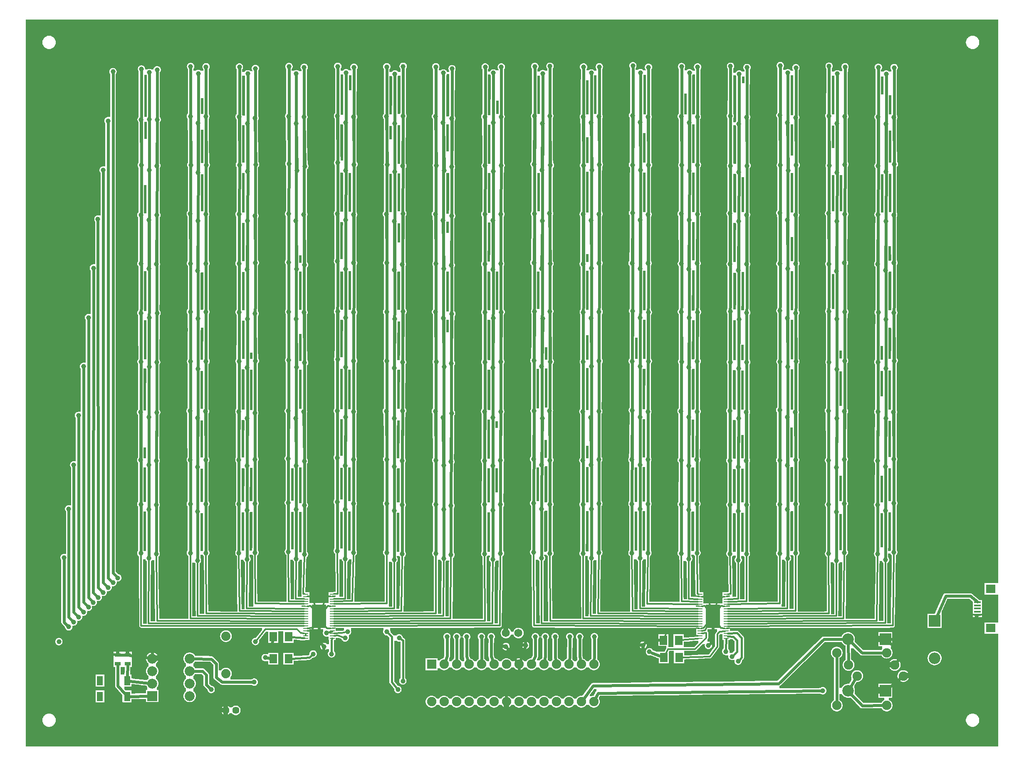
<source format=gbl>
G04 MADE WITH FRITZING*
G04 WWW.FRITZING.ORG*
G04 DOUBLE SIDED*
G04 HOLES PLATED*
G04 CONTOUR ON CENTER OF CONTOUR VECTOR*
%ASAXBY*%
%FSLAX23Y23*%
%MOIN*%
%OFA0B0*%
%SFA1.0B1.0*%
%ADD10C,0.039370*%
%ADD11C,0.075000*%
%ADD12C,0.079370*%
%ADD13C,0.065000*%
%ADD14C,0.092000*%
%ADD15C,0.074000*%
%ADD16C,0.057000*%
%ADD17R,0.075000X0.075000*%
%ADD18R,0.079370X0.079370*%
%ADD19R,0.118110X0.188976*%
%ADD20R,0.039370X0.008268*%
%ADD21R,0.051181X0.074803*%
%ADD22R,0.047244X0.031496*%
%ADD23R,0.062992X0.074803*%
%ADD24R,0.092000X0.092000*%
%ADD25R,0.055118X0.013780*%
%ADD26R,0.074803X0.070866*%
%ADD27C,0.024000*%
%ADD28C,0.012000*%
%ADD29C,0.018000*%
%ADD30C,0.016000*%
%LNCOPPER0*%
G90*
G70*
G54D10*
X966Y5470D03*
X961Y1589D03*
X1030Y5443D03*
X1092Y5464D03*
X1085Y1585D03*
X6998Y5482D03*
X6935Y5430D03*
X6872Y5484D03*
X6866Y1585D03*
X6929Y1536D03*
X6996Y1596D03*
X6605Y5488D03*
X6599Y1595D03*
X6542Y5433D03*
X6536Y1529D03*
X6477Y5493D03*
X6474Y1586D03*
X6209Y1590D03*
X6211Y5480D03*
X6145Y1548D03*
X6082Y1588D03*
X6086Y5497D03*
X6146Y5440D03*
X5819Y5483D03*
X5757Y5430D03*
X5687Y5493D03*
X5683Y1585D03*
X5749Y1534D03*
X5815Y1585D03*
X5424Y5486D03*
X5418Y1592D03*
X5352Y1544D03*
X5293Y1588D03*
X5295Y5489D03*
X5358Y5440D03*
X5030Y5484D03*
X4966Y5442D03*
X4905Y5496D03*
X4897Y1592D03*
X4961Y1550D03*
X5026Y1592D03*
X4636Y5488D03*
X4632Y1593D03*
X4571Y1551D03*
X4505Y1587D03*
X4509Y5486D03*
X4572Y5439D03*
X4240Y5493D03*
X4183Y5434D03*
X4119Y5491D03*
X4109Y1597D03*
X4172Y1550D03*
X4240Y1588D03*
X3850Y5486D03*
X3844Y1587D03*
X3781Y1542D03*
X3716Y1585D03*
X3721Y5486D03*
X3787Y5439D03*
X3455Y5473D03*
X3447Y1576D03*
X3387Y5439D03*
X3326Y5488D03*
X3325Y1587D03*
X3388Y1547D03*
X3064Y5492D03*
X3056Y1584D03*
X2997Y5431D03*
X2991Y1538D03*
X2933Y5488D03*
X2932Y1595D03*
X2669Y5484D03*
X2606Y5441D03*
X2539Y5492D03*
X2535Y1608D03*
X2600Y1545D03*
X2665Y1595D03*
X2270Y5484D03*
X2207Y5433D03*
X2148Y5490D03*
X2272Y1580D03*
X2207Y1545D03*
X2144Y1601D03*
X1879Y5475D03*
X1877Y1595D03*
X1818Y5433D03*
X1812Y1542D03*
X1751Y5486D03*
X1747Y1591D03*
X1482Y1591D03*
X1484Y5488D03*
X1421Y5435D03*
X1415Y1532D03*
X1358Y1591D03*
X1360Y5490D03*
X1026Y1549D03*
X960Y2719D03*
X963Y3515D03*
X961Y4299D03*
X964Y5065D03*
X963Y3125D03*
X960Y2336D03*
X962Y3910D03*
X965Y4699D03*
X1028Y3476D03*
X1025Y2680D03*
X1027Y4261D03*
X1029Y5066D03*
X1091Y3515D03*
X1088Y2718D03*
X1089Y4299D03*
X1092Y5065D03*
X1085Y2332D03*
X1088Y3121D03*
X1086Y3906D03*
X1089Y4695D03*
X6996Y3517D03*
X6993Y2721D03*
X6995Y4302D03*
X6996Y5084D03*
X6931Y2669D03*
X6933Y3465D03*
X6932Y4250D03*
X6933Y5032D03*
X6871Y3519D03*
X6868Y2723D03*
X6869Y4304D03*
X6870Y5086D03*
X6868Y3121D03*
X6865Y2332D03*
X6867Y3906D03*
X6870Y4695D03*
X6931Y3072D03*
X6928Y2283D03*
X6930Y3857D03*
X6933Y4646D03*
X6999Y3132D03*
X6996Y2343D03*
X6997Y3918D03*
X7000Y4707D03*
X6603Y3523D03*
X6600Y2727D03*
X6602Y4308D03*
X6603Y5090D03*
X6599Y2342D03*
X6602Y3131D03*
X6600Y3916D03*
X6603Y4705D03*
X6540Y3468D03*
X6538Y2671D03*
X6539Y4252D03*
X6540Y5034D03*
X6538Y3065D03*
X6535Y2276D03*
X6537Y3850D03*
X6540Y4639D03*
X6473Y2732D03*
X6475Y3528D03*
X6474Y4313D03*
X6475Y5095D03*
X6477Y3122D03*
X6474Y2333D03*
X6475Y3907D03*
X6478Y4696D03*
X6209Y2337D03*
X6212Y3126D03*
X6210Y3912D03*
X6213Y4701D03*
X6209Y3515D03*
X6206Y2719D03*
X6208Y4300D03*
X6209Y5082D03*
X6147Y3084D03*
X6144Y2295D03*
X6146Y3869D03*
X6149Y4658D03*
X6082Y2335D03*
X6084Y3124D03*
X6083Y3910D03*
X6086Y4699D03*
X6081Y2736D03*
X6084Y3533D03*
X6083Y4317D03*
X6084Y5099D03*
X6141Y2679D03*
X6144Y3475D03*
X6143Y4260D03*
X6144Y5042D03*
X5814Y2721D03*
X5817Y3518D03*
X5816Y4302D03*
X5817Y5084D03*
X5752Y2669D03*
X5755Y3465D03*
X5754Y4250D03*
X5754Y5032D03*
X5685Y3528D03*
X5683Y2732D03*
X5684Y4313D03*
X5685Y5095D03*
X5683Y2332D03*
X5685Y3121D03*
X5684Y3906D03*
X5687Y4695D03*
X5751Y3070D03*
X5749Y2281D03*
X5750Y3856D03*
X5753Y4645D03*
X5814Y2332D03*
X5817Y3121D03*
X5816Y3906D03*
X5819Y4695D03*
X5422Y3521D03*
X5419Y2725D03*
X5421Y4306D03*
X5421Y5088D03*
X5417Y2339D03*
X5420Y3128D03*
X5419Y3913D03*
X5422Y4702D03*
X5354Y3081D03*
X5351Y2291D03*
X5353Y3866D03*
X5356Y4655D03*
X5292Y2335D03*
X5295Y3124D03*
X5294Y3910D03*
X5297Y4699D03*
X5293Y3525D03*
X5290Y2728D03*
X5292Y4309D03*
X5293Y5091D03*
X5353Y2679D03*
X5356Y3476D03*
X5355Y4260D03*
X5355Y5042D03*
X5028Y3520D03*
X5025Y2723D03*
X5027Y4304D03*
X5027Y5086D03*
X4961Y2681D03*
X4964Y3477D03*
X4963Y4262D03*
X4963Y5044D03*
X4903Y3531D03*
X4900Y2735D03*
X4902Y4316D03*
X4902Y5098D03*
X4897Y2339D03*
X4899Y3128D03*
X4898Y3913D03*
X4901Y4702D03*
X4961Y2297D03*
X4964Y3086D03*
X4963Y3871D03*
X4965Y4660D03*
X5025Y2339D03*
X5028Y3128D03*
X5027Y3913D03*
X5030Y4702D03*
X4634Y3523D03*
X4631Y2727D03*
X4633Y4307D03*
X4634Y5089D03*
X4631Y2340D03*
X4634Y3130D03*
X4633Y3915D03*
X4636Y4704D03*
X4570Y2298D03*
X4573Y3087D03*
X4572Y3873D03*
X4575Y4662D03*
X4507Y3123D03*
X4504Y2334D03*
X4506Y3908D03*
X4509Y4697D03*
X4504Y2725D03*
X4507Y3521D03*
X4506Y4306D03*
X4507Y5088D03*
X4570Y3474D03*
X4567Y2678D03*
X4569Y4258D03*
X4569Y5040D03*
X4236Y2732D03*
X4238Y3528D03*
X4237Y4313D03*
X4238Y5095D03*
X4178Y2672D03*
X4181Y3469D03*
X4180Y4253D03*
X4180Y5035D03*
X4117Y3526D03*
X4114Y2730D03*
X4116Y4311D03*
X4116Y5093D03*
X4109Y2344D03*
X4112Y3133D03*
X4111Y3918D03*
X4113Y4707D03*
X4171Y2297D03*
X4174Y3086D03*
X4173Y3871D03*
X4176Y4660D03*
X4239Y2335D03*
X4242Y3124D03*
X4241Y3910D03*
X4244Y4699D03*
X3848Y3522D03*
X3846Y2725D03*
X3847Y4306D03*
X3848Y5088D03*
X3847Y3123D03*
X3844Y2334D03*
X3845Y3909D03*
X3848Y4698D03*
X3784Y3078D03*
X3781Y2289D03*
X3782Y3863D03*
X3785Y4652D03*
X3719Y3122D03*
X3716Y2332D03*
X3718Y3907D03*
X3720Y4696D03*
X3716Y2725D03*
X3719Y3522D03*
X3718Y4306D03*
X3718Y5088D03*
X3785Y3474D03*
X3783Y2677D03*
X3784Y4258D03*
X3785Y5040D03*
X3453Y3508D03*
X3451Y2712D03*
X3452Y4293D03*
X3453Y5075D03*
X3450Y3112D03*
X3447Y2323D03*
X3449Y3897D03*
X3451Y4686D03*
X3382Y2677D03*
X3385Y3474D03*
X3384Y4258D03*
X3384Y5040D03*
X3324Y3523D03*
X3321Y2727D03*
X3323Y4308D03*
X3323Y5090D03*
X3328Y3123D03*
X3325Y2334D03*
X3326Y3909D03*
X3329Y4698D03*
X3391Y3083D03*
X3388Y2294D03*
X3389Y3869D03*
X3392Y4658D03*
X3062Y3527D03*
X3060Y2731D03*
X3061Y4312D03*
X3062Y5094D03*
X3059Y3120D03*
X3056Y2331D03*
X3057Y3905D03*
X3060Y4694D03*
X2996Y3466D03*
X2993Y2670D03*
X2994Y4251D03*
X2995Y5033D03*
X2994Y3074D03*
X2991Y2285D03*
X2992Y3859D03*
X2995Y4648D03*
X2928Y2727D03*
X2931Y3523D03*
X2930Y4308D03*
X2930Y5090D03*
X2932Y2342D03*
X2934Y3131D03*
X2933Y3916D03*
X2936Y4705D03*
X2665Y2723D03*
X2667Y3520D03*
X2666Y4304D03*
X2667Y5086D03*
X2602Y2679D03*
X2604Y3476D03*
X2603Y4260D03*
X2604Y5042D03*
X2535Y2731D03*
X2538Y3527D03*
X2536Y4312D03*
X2537Y5094D03*
X2538Y3144D03*
X2535Y2355D03*
X2536Y3930D03*
X2539Y4719D03*
X2602Y3081D03*
X2600Y2292D03*
X2601Y3867D03*
X2604Y4656D03*
X2667Y3131D03*
X2665Y2342D03*
X2666Y3916D03*
X2669Y4705D03*
X2266Y2723D03*
X2269Y3520D03*
X2267Y4304D03*
X2268Y5086D03*
X2206Y3468D03*
X2203Y2672D03*
X2204Y4253D03*
X2205Y5035D03*
X2146Y3525D03*
X2144Y2729D03*
X2145Y4310D03*
X2146Y5092D03*
X2274Y3116D03*
X2271Y2327D03*
X2273Y3901D03*
X2276Y4690D03*
X2209Y3081D03*
X2207Y2292D03*
X2208Y3867D03*
X2211Y4656D03*
X2146Y3137D03*
X2144Y2348D03*
X2145Y3922D03*
X2148Y4711D03*
X1877Y3510D03*
X1875Y2714D03*
X1876Y4295D03*
X1877Y5077D03*
X1879Y3131D03*
X1876Y2342D03*
X1878Y3916D03*
X1881Y4705D03*
X1814Y2672D03*
X1816Y3468D03*
X1815Y4253D03*
X1816Y5035D03*
X1814Y3078D03*
X1812Y2289D03*
X1813Y3863D03*
X1816Y4652D03*
X1747Y2725D03*
X1750Y3522D03*
X1748Y4306D03*
X1749Y5088D03*
X1747Y2338D03*
X1750Y3127D03*
X1748Y3912D03*
X1751Y4702D03*
X1482Y2338D03*
X1484Y3127D03*
X1483Y3912D03*
X1486Y4702D03*
X1480Y2727D03*
X1482Y3523D03*
X1481Y4308D03*
X1482Y5090D03*
X1419Y3470D03*
X1417Y2674D03*
X1418Y4255D03*
X1419Y5037D03*
X1418Y3068D03*
X1415Y2279D03*
X1416Y3853D03*
X1419Y4642D03*
X1360Y3127D03*
X1357Y2338D03*
X1359Y3912D03*
X1362Y4702D03*
X1358Y3525D03*
X1356Y2729D03*
X1357Y4310D03*
X1358Y5092D03*
X1025Y2296D03*
X1028Y3085D03*
X1027Y3870D03*
X1030Y4659D03*
X961Y1982D03*
X1085Y1978D03*
X6866Y1978D03*
X6929Y1929D03*
X6996Y1989D03*
X6599Y1988D03*
X6536Y1922D03*
X6474Y1979D03*
X6209Y1984D03*
X6144Y1941D03*
X6082Y1982D03*
X5683Y1978D03*
X5749Y1928D03*
X5815Y1978D03*
X5418Y1985D03*
X5352Y1938D03*
X5292Y1982D03*
X4897Y1985D03*
X4961Y1943D03*
X5025Y1985D03*
X4632Y1987D03*
X4571Y1944D03*
X4505Y1980D03*
X4109Y1990D03*
X4172Y1943D03*
X4239Y1982D03*
X3844Y1981D03*
X3781Y1935D03*
X3716Y1979D03*
X3447Y1969D03*
X3325Y1981D03*
X3388Y1940D03*
X3056Y1977D03*
X2991Y1931D03*
X2932Y1988D03*
X2535Y2002D03*
X2600Y1939D03*
X2665Y1988D03*
X2272Y1973D03*
X2207Y1939D03*
X2144Y1994D03*
X1877Y1988D03*
X1812Y1935D03*
X1747Y1984D03*
X1482Y1984D03*
X1415Y1925D03*
X1358Y1984D03*
X1025Y1942D03*
G54D11*
X3291Y699D03*
X3291Y399D03*
X3391Y699D03*
X3391Y399D03*
X3491Y699D03*
X3491Y399D03*
X3591Y699D03*
X3591Y399D03*
X3691Y699D03*
X3691Y399D03*
X3791Y699D03*
X3791Y399D03*
X3891Y699D03*
X3891Y399D03*
X3991Y699D03*
X3991Y399D03*
X4091Y699D03*
X4091Y399D03*
X4191Y699D03*
X4191Y399D03*
X4291Y699D03*
X4291Y399D03*
X4391Y699D03*
X4391Y399D03*
X4491Y699D03*
X4491Y399D03*
X4591Y699D03*
X4591Y399D03*
X3291Y699D03*
X3291Y399D03*
X3391Y699D03*
X3391Y399D03*
X3491Y699D03*
X3491Y399D03*
X3591Y699D03*
X3591Y399D03*
X3691Y699D03*
X3691Y399D03*
X3791Y699D03*
X3791Y399D03*
X3891Y699D03*
X3891Y399D03*
X3991Y699D03*
X3991Y399D03*
X4091Y699D03*
X4091Y399D03*
X4191Y699D03*
X4191Y399D03*
X4291Y699D03*
X4291Y399D03*
X4391Y699D03*
X4391Y399D03*
X4491Y699D03*
X4491Y399D03*
X4591Y699D03*
X4591Y399D03*
G54D12*
X1053Y444D03*
X1353Y444D03*
X1053Y544D03*
X1353Y544D03*
X1053Y644D03*
X1353Y644D03*
X1053Y744D03*
X1353Y744D03*
X1053Y444D03*
X1353Y444D03*
X1053Y544D03*
X1353Y544D03*
X1053Y644D03*
X1353Y644D03*
X1053Y744D03*
X1353Y744D03*
G54D11*
X124Y5795D03*
G54D10*
X3887Y841D03*
X2430Y842D03*
X2490Y782D03*
X3031Y910D03*
X2598Y910D03*
X2933Y959D03*
X2618Y959D03*
X3021Y497D03*
X5510Y851D03*
X5649Y802D03*
X4045Y851D03*
X3061Y565D03*
X1525Y497D03*
X5698Y762D03*
X5748Y723D03*
X777Y1392D03*
X738Y1353D03*
X659Y1274D03*
X698Y1314D03*
X620Y1235D03*
X580Y1195D03*
X541Y1156D03*
X502Y1117D03*
X462Y1077D03*
X423Y1038D03*
X383Y999D03*
X345Y1555D03*
X383Y1945D03*
X424Y2297D03*
X461Y2693D03*
X502Y3086D03*
X543Y3478D03*
X581Y3875D03*
X617Y4267D03*
X659Y4659D03*
X698Y5055D03*
X738Y5449D03*
X3415Y920D03*
X3494Y920D03*
X3572Y920D03*
X3691Y920D03*
X3769Y920D03*
X4124Y920D03*
X4202Y920D03*
X4281Y920D03*
X4399Y920D03*
X4478Y920D03*
X4596Y920D03*
X305Y880D03*
G54D13*
X3987Y949D03*
X3887Y949D03*
X3987Y949D03*
X3887Y949D03*
X3987Y949D03*
X3887Y949D03*
G54D10*
X1870Y556D03*
X2342Y782D03*
X2450Y949D03*
X1958Y753D03*
X5037Y799D03*
X4986Y852D03*
X1880Y882D03*
G54D14*
X6929Y900D03*
X6629Y900D03*
X6929Y900D03*
X6629Y900D03*
X7322Y1048D03*
X7322Y748D03*
X7322Y1048D03*
X7322Y748D03*
X6929Y487D03*
X6629Y487D03*
X6929Y487D03*
X6629Y487D03*
G54D11*
X6939Y792D03*
X6539Y792D03*
X6939Y792D03*
X6539Y792D03*
X6939Y369D03*
X6539Y369D03*
X6939Y369D03*
X6539Y369D03*
X6633Y693D03*
X7003Y693D03*
X6633Y693D03*
X7003Y693D03*
X6633Y693D03*
X7003Y693D03*
X6702Y605D03*
X7072Y605D03*
X6702Y605D03*
X7072Y605D03*
X6702Y605D03*
X7072Y605D03*
G54D10*
X6427Y487D03*
G54D15*
X1643Y625D03*
X1643Y925D03*
X1643Y625D03*
X1643Y925D03*
X1643Y625D03*
X1643Y925D03*
G54D16*
X1722Y329D03*
X1643Y329D03*
X1722Y329D03*
X1643Y329D03*
X1722Y329D03*
X1643Y329D03*
G54D17*
X3291Y699D03*
X3291Y699D03*
G54D18*
X1053Y444D03*
X1053Y444D03*
G54D19*
X2388Y1085D03*
G54D20*
X2495Y947D03*
X2495Y1006D03*
X2495Y927D03*
X2495Y908D03*
X2495Y986D03*
X2495Y967D03*
X2495Y1183D03*
X2495Y1242D03*
X2495Y1163D03*
X2495Y1144D03*
X2495Y1222D03*
X2495Y1203D03*
X2495Y1065D03*
X2495Y1124D03*
X2495Y1045D03*
X2495Y1026D03*
X2495Y1104D03*
X2495Y1085D03*
X2495Y1262D03*
X2282Y947D03*
X2282Y1006D03*
X2282Y927D03*
X2282Y908D03*
X2282Y986D03*
X2282Y967D03*
X2282Y1183D03*
X2282Y1242D03*
X2282Y1163D03*
X2282Y1144D03*
X2282Y1222D03*
X2282Y1203D03*
X2282Y1065D03*
X2282Y1124D03*
X2282Y1045D03*
X2282Y1026D03*
X2282Y1104D03*
X2282Y1085D03*
X2282Y1262D03*
G54D19*
X2388Y1085D03*
G54D20*
X2495Y947D03*
X2495Y1006D03*
X2495Y927D03*
X2495Y908D03*
X2495Y986D03*
X2495Y967D03*
X2495Y1183D03*
X2495Y1242D03*
X2495Y1163D03*
X2495Y1144D03*
X2495Y1222D03*
X2495Y1203D03*
X2495Y1065D03*
X2495Y1124D03*
X2495Y1045D03*
X2495Y1026D03*
X2495Y1104D03*
X2495Y1085D03*
X2495Y1262D03*
X2282Y947D03*
X2282Y1006D03*
X2282Y927D03*
X2282Y908D03*
X2282Y986D03*
X2282Y967D03*
X2282Y1183D03*
X2282Y1242D03*
X2282Y1163D03*
X2282Y1144D03*
X2282Y1222D03*
X2282Y1203D03*
X2282Y1065D03*
X2282Y1124D03*
X2282Y1045D03*
X2282Y1026D03*
X2282Y1104D03*
X2282Y1085D03*
X2282Y1262D03*
G54D19*
X5547Y1084D03*
G54D20*
X5653Y946D03*
X5653Y1005D03*
X5653Y926D03*
X5653Y907D03*
X5653Y985D03*
X5653Y966D03*
X5653Y1182D03*
X5653Y1241D03*
X5653Y1163D03*
X5653Y1143D03*
X5653Y1222D03*
X5653Y1202D03*
X5653Y1064D03*
X5653Y1123D03*
X5653Y1044D03*
X5653Y1025D03*
X5653Y1103D03*
X5653Y1084D03*
X5653Y1261D03*
X5441Y946D03*
X5441Y1005D03*
X5441Y926D03*
X5441Y907D03*
X5441Y985D03*
X5441Y966D03*
X5441Y1182D03*
X5441Y1241D03*
X5441Y1163D03*
X5441Y1143D03*
X5441Y1222D03*
X5441Y1202D03*
X5441Y1064D03*
X5441Y1123D03*
X5441Y1044D03*
X5441Y1025D03*
X5441Y1103D03*
X5441Y1084D03*
X5441Y1261D03*
G54D19*
X5547Y1084D03*
G54D20*
X5653Y946D03*
X5653Y1005D03*
X5653Y926D03*
X5653Y907D03*
X5653Y985D03*
X5653Y966D03*
X5653Y1182D03*
X5653Y1241D03*
X5653Y1163D03*
X5653Y1143D03*
X5653Y1222D03*
X5653Y1202D03*
X5653Y1064D03*
X5653Y1123D03*
X5653Y1044D03*
X5653Y1025D03*
X5653Y1103D03*
X5653Y1084D03*
X5653Y1261D03*
X5441Y946D03*
X5441Y1005D03*
X5441Y926D03*
X5441Y907D03*
X5441Y985D03*
X5441Y966D03*
X5441Y1182D03*
X5441Y1241D03*
X5441Y1163D03*
X5441Y1143D03*
X5441Y1222D03*
X5441Y1202D03*
X5441Y1064D03*
X5441Y1123D03*
X5441Y1044D03*
X5441Y1025D03*
X5441Y1103D03*
X5441Y1084D03*
X5441Y1261D03*
G54D21*
X851Y442D03*
X634Y442D03*
X851Y568D03*
X634Y568D03*
X851Y442D03*
X634Y442D03*
X851Y568D03*
X634Y568D03*
G54D22*
X856Y703D03*
X856Y774D03*
X777Y703D03*
X777Y774D03*
G54D23*
X2145Y920D03*
X2023Y920D03*
X2145Y743D03*
X2023Y743D03*
X5271Y892D03*
X5149Y892D03*
X5275Y753D03*
X5153Y753D03*
G54D24*
X6929Y900D03*
X6929Y900D03*
X7322Y1048D03*
X7322Y1048D03*
X6929Y487D03*
X6929Y487D03*
G54D25*
X7667Y1197D03*
X7667Y1095D03*
X7667Y1172D03*
X7667Y1146D03*
X7667Y1121D03*
G54D26*
X7771Y1304D03*
X7771Y989D03*
G54D27*
X961Y1608D02*
X966Y5451D01*
D02*
X1026Y1568D02*
X1030Y5424D01*
D02*
X1085Y1604D02*
X1092Y5445D01*
D02*
X6996Y1615D02*
X6998Y5463D01*
D02*
X6929Y1555D02*
X6935Y5411D01*
D02*
X6866Y1604D02*
X6872Y5465D01*
D02*
X6599Y1614D02*
X6605Y5469D01*
D02*
X6536Y1548D02*
X6542Y5414D01*
D02*
X6474Y1605D02*
X6477Y5474D01*
D02*
X6082Y1607D02*
X6086Y5479D01*
D02*
X6145Y1567D02*
X6146Y5421D01*
D02*
X6209Y1609D02*
X6211Y5461D01*
D02*
X5815Y1604D02*
X5819Y5464D01*
D02*
X5749Y1553D02*
X5757Y5411D01*
D02*
X5683Y1604D02*
X5687Y5474D01*
D02*
X5352Y1563D02*
X5358Y5421D01*
D02*
X5293Y1607D02*
X5295Y5470D01*
D02*
X5418Y1611D02*
X5424Y5467D01*
D02*
X5026Y1611D02*
X5030Y5465D01*
D02*
X4897Y1611D02*
X4905Y5477D01*
D02*
X4961Y1569D02*
X4965Y5423D01*
D02*
X4505Y1606D02*
X4509Y5467D01*
D02*
X4571Y1570D02*
X4572Y5420D01*
D02*
X4632Y1612D02*
X4636Y5469D01*
D02*
X4240Y1607D02*
X4240Y5474D01*
D02*
X4172Y1569D02*
X4183Y5415D01*
D02*
X4109Y1616D02*
X4119Y5472D01*
D02*
X3844Y1606D02*
X3850Y5467D01*
D02*
X3781Y1561D02*
X3787Y5420D01*
D02*
X3716Y1604D02*
X3721Y5467D01*
D02*
X3447Y1595D02*
X3455Y5454D01*
D02*
X3388Y1566D02*
X3387Y5420D01*
D02*
X3325Y1606D02*
X3326Y5469D01*
D02*
X3056Y1603D02*
X3064Y5473D01*
D02*
X2991Y1557D02*
X2997Y5412D01*
D02*
X2932Y1614D02*
X2933Y5469D01*
D02*
X2665Y1614D02*
X2669Y5465D01*
D02*
X2600Y1564D02*
X2606Y5422D01*
D02*
X2535Y1627D02*
X2539Y5473D01*
D02*
X2272Y1599D02*
X2270Y5465D01*
D02*
X2207Y1564D02*
X2207Y5414D01*
D02*
X2144Y1620D02*
X2148Y5471D01*
D02*
X1877Y1614D02*
X1879Y5456D01*
D02*
X1812Y1561D02*
X1818Y5414D01*
D02*
X1747Y1610D02*
X1751Y5467D01*
D02*
X1482Y1610D02*
X1484Y5469D01*
D02*
X1415Y1551D02*
X1421Y5416D01*
D02*
X1358Y1610D02*
X1360Y5471D01*
D02*
X1025Y2315D02*
X1025Y2661D01*
D02*
X1028Y3104D02*
X1028Y3457D01*
D02*
X1027Y3889D02*
X1027Y4242D01*
D02*
X1030Y4678D02*
X1029Y5047D01*
D02*
X1085Y2351D02*
X1088Y2699D01*
D02*
X1088Y3140D02*
X1090Y3496D01*
D02*
X1087Y3925D02*
X1089Y4280D01*
D02*
X1089Y4714D02*
X1092Y5046D01*
D02*
X6996Y2362D02*
X6994Y2702D01*
D02*
X6998Y3151D02*
X6996Y3498D01*
D02*
X6997Y3937D02*
X6995Y4283D01*
D02*
X7000Y4726D02*
X6996Y5065D01*
D02*
X6928Y2302D02*
X6930Y2650D01*
D02*
X6931Y3091D02*
X6933Y3446D01*
D02*
X6930Y3876D02*
X6932Y4231D01*
D02*
X6933Y4665D02*
X6933Y5013D01*
D02*
X6866Y2351D02*
X6868Y2704D01*
D02*
X6868Y3140D02*
X6870Y3500D01*
D02*
X6867Y3925D02*
X6869Y4285D01*
D02*
X6870Y4714D02*
X6870Y5067D01*
D02*
X6602Y3150D02*
X6603Y3504D01*
D02*
X6599Y2361D02*
X6600Y2708D01*
D02*
X6601Y3935D02*
X6602Y4289D01*
D02*
X6603Y4724D02*
X6603Y5071D01*
D02*
X6535Y2295D02*
X6538Y2653D01*
D02*
X6538Y3084D02*
X6540Y3449D01*
D02*
X6537Y3869D02*
X6539Y4233D01*
D02*
X6540Y4658D02*
X6540Y5015D01*
D02*
X6477Y3141D02*
X6475Y3509D01*
D02*
X6474Y2352D02*
X6473Y2713D01*
D02*
X6475Y3926D02*
X6474Y4294D01*
D02*
X6478Y4715D02*
X6475Y5076D01*
D02*
X6084Y3143D02*
X6084Y3514D01*
D02*
X6082Y2354D02*
X6081Y2717D01*
D02*
X6083Y3929D02*
X6083Y4298D01*
D02*
X6086Y4718D02*
X6084Y5080D01*
D02*
X6147Y3103D02*
X6144Y3456D01*
D02*
X6144Y2314D02*
X6141Y2660D01*
D02*
X6146Y3888D02*
X6143Y4241D01*
D02*
X6148Y4677D02*
X6144Y5023D01*
D02*
X6209Y2356D02*
X6206Y2700D01*
D02*
X6211Y3145D02*
X6209Y3496D01*
D02*
X6210Y3931D02*
X6208Y4281D01*
D02*
X6213Y4720D02*
X6209Y5063D01*
D02*
X5817Y3140D02*
X5817Y3499D01*
D02*
X5814Y2351D02*
X5814Y2703D01*
D02*
X5816Y3925D02*
X5816Y4283D01*
D02*
X5819Y4714D02*
X5817Y5065D01*
D02*
X5749Y2300D02*
X5752Y2650D01*
D02*
X5752Y3089D02*
X5755Y3446D01*
D02*
X5750Y3875D02*
X5753Y4231D01*
D02*
X5753Y4664D02*
X5754Y5013D01*
D02*
X5683Y2351D02*
X5683Y2713D01*
D02*
X5685Y3140D02*
X5685Y3509D01*
D02*
X5684Y3925D02*
X5684Y4294D01*
D02*
X5687Y4714D02*
X5685Y5076D01*
D02*
X5354Y3100D02*
X5356Y3457D01*
D02*
X5351Y2310D02*
X5353Y2660D01*
D02*
X5353Y3885D02*
X5355Y4241D01*
D02*
X5356Y4674D02*
X5355Y5023D01*
D02*
X5295Y3143D02*
X5293Y3506D01*
D02*
X5292Y2354D02*
X5291Y2709D01*
D02*
X5294Y3929D02*
X5292Y4290D01*
D02*
X5296Y4718D02*
X5293Y5072D01*
D02*
X5417Y2358D02*
X5419Y2706D01*
D02*
X5420Y3147D02*
X5422Y3502D01*
D02*
X5419Y3932D02*
X5421Y4287D01*
D02*
X5422Y4721D02*
X5421Y5069D01*
D02*
X5025Y2358D02*
X5025Y2704D01*
D02*
X5028Y3147D02*
X5028Y3501D01*
D02*
X5027Y3932D02*
X5027Y4285D01*
D02*
X5029Y4721D02*
X5027Y5067D01*
D02*
X4897Y2358D02*
X4900Y2716D01*
D02*
X4900Y3147D02*
X4903Y3512D01*
D02*
X4898Y3932D02*
X4901Y4297D01*
D02*
X4901Y4721D02*
X4902Y5079D01*
D02*
X4961Y2316D02*
X4961Y2662D01*
D02*
X4964Y3105D02*
X4964Y3458D01*
D02*
X4963Y3890D02*
X4963Y4243D01*
D02*
X4965Y4679D02*
X4963Y5025D01*
D02*
X4507Y3142D02*
X4507Y3502D01*
D02*
X4504Y2353D02*
X4504Y2706D01*
D02*
X4506Y3927D02*
X4506Y4287D01*
D02*
X4509Y4716D02*
X4507Y5069D01*
D02*
X4573Y3106D02*
X4570Y3455D01*
D02*
X4570Y2317D02*
X4567Y2659D01*
D02*
X4572Y3891D02*
X4569Y4239D01*
D02*
X4575Y4681D02*
X4570Y5021D01*
D02*
X4634Y3149D02*
X4634Y3504D01*
D02*
X4631Y2359D02*
X4631Y2708D01*
D02*
X4633Y3934D02*
X4633Y4288D01*
D02*
X4636Y4723D02*
X4634Y5070D01*
D02*
X4239Y2354D02*
X4236Y2713D01*
D02*
X4242Y3143D02*
X4239Y3509D01*
D02*
X4241Y3929D02*
X4237Y4294D01*
D02*
X4243Y4718D02*
X4238Y5076D01*
D02*
X4175Y3105D02*
X4181Y3450D01*
D02*
X4172Y2316D02*
X4178Y2653D01*
D02*
X4173Y3890D02*
X4180Y4234D01*
D02*
X4176Y4679D02*
X4180Y5016D01*
D02*
X4112Y3152D02*
X4117Y3507D01*
D02*
X4109Y2363D02*
X4114Y2711D01*
D02*
X4111Y3937D02*
X4115Y4292D01*
D02*
X4114Y4726D02*
X4116Y5074D01*
D02*
X3847Y3142D02*
X3848Y3503D01*
D02*
X3844Y2353D02*
X3846Y2706D01*
D02*
X3845Y3928D02*
X3847Y4287D01*
D02*
X3848Y4717D02*
X3848Y5069D01*
D02*
X3781Y2308D02*
X3783Y2658D01*
D02*
X3784Y3097D02*
X3785Y3455D01*
D02*
X3783Y3882D02*
X3784Y4239D01*
D02*
X3785Y4671D02*
X3785Y5021D01*
D02*
X3719Y3141D02*
X3719Y3503D01*
D02*
X3716Y2351D02*
X3716Y2706D01*
D02*
X3718Y3926D02*
X3718Y4287D01*
D02*
X3720Y4715D02*
X3718Y5069D01*
D02*
X3450Y3131D02*
X3453Y3489D01*
D02*
X3447Y2342D02*
X3450Y2693D01*
D02*
X3449Y3916D02*
X3452Y4274D01*
D02*
X3451Y4705D02*
X3453Y5056D01*
D02*
X3387Y2313D02*
X3382Y2658D01*
D02*
X3390Y3102D02*
X3385Y3455D01*
D02*
X3389Y3888D02*
X3384Y4239D01*
D02*
X3392Y4677D02*
X3385Y5021D01*
D02*
X3325Y2353D02*
X3321Y2708D01*
D02*
X3327Y3142D02*
X3324Y3504D01*
D02*
X3326Y3928D02*
X3323Y4289D01*
D02*
X3329Y4717D02*
X3323Y5071D01*
D02*
X3059Y3139D02*
X3062Y3508D01*
D02*
X3056Y2350D02*
X3059Y2712D01*
D02*
X3058Y3924D02*
X3061Y4293D01*
D02*
X3060Y4713D02*
X3062Y5075D01*
D02*
X2994Y3093D02*
X2995Y3447D01*
D02*
X2991Y2304D02*
X2993Y2651D01*
D02*
X2993Y3878D02*
X2994Y4232D01*
D02*
X2995Y4667D02*
X2995Y5014D01*
D02*
X2931Y2361D02*
X2928Y2708D01*
D02*
X2934Y3150D02*
X2931Y3504D01*
D02*
X2933Y3935D02*
X2930Y4289D01*
D02*
X2936Y4724D02*
X2930Y5071D01*
D02*
X2665Y2361D02*
X2665Y2704D01*
D02*
X2667Y3150D02*
X2667Y3501D01*
D02*
X2666Y3935D02*
X2666Y4285D01*
D02*
X2669Y4724D02*
X2667Y5067D01*
D02*
X2603Y3100D02*
X2604Y3457D01*
D02*
X2600Y2311D02*
X2601Y2660D01*
D02*
X2601Y3886D02*
X2603Y4241D01*
D02*
X2604Y4675D02*
X2604Y5023D01*
D02*
X2538Y3163D02*
X2538Y3508D01*
D02*
X2535Y2374D02*
X2535Y2712D01*
D02*
X2536Y3949D02*
X2536Y4293D01*
D02*
X2539Y4738D02*
X2537Y5075D01*
D02*
X2271Y2346D02*
X2266Y2704D01*
D02*
X2274Y3135D02*
X2269Y3501D01*
D02*
X2273Y3920D02*
X2268Y4285D01*
D02*
X2276Y4709D02*
X2268Y5067D01*
D02*
X2206Y2311D02*
X2203Y2653D01*
D02*
X2209Y3100D02*
X2206Y3449D01*
D02*
X2208Y3886D02*
X2205Y4234D01*
D02*
X2211Y4675D02*
X2205Y5016D01*
D02*
X2146Y3156D02*
X2146Y3506D01*
D02*
X2144Y2367D02*
X2144Y2710D01*
D02*
X2145Y3941D02*
X2145Y4291D01*
D02*
X2148Y4730D02*
X2146Y5073D01*
D02*
X1876Y2361D02*
X1875Y2695D01*
D02*
X1879Y3150D02*
X1877Y3491D01*
D02*
X1878Y3935D02*
X1876Y4276D01*
D02*
X1881Y4724D02*
X1877Y5058D01*
D02*
X1812Y2308D02*
X1813Y2653D01*
D02*
X1815Y3097D02*
X1816Y3449D01*
D02*
X1813Y3882D02*
X1815Y4234D01*
D02*
X1816Y4671D02*
X1816Y5016D01*
D02*
X1750Y3146D02*
X1750Y3503D01*
D02*
X1747Y2357D02*
X1747Y2706D01*
D02*
X1748Y3931D02*
X1748Y4287D01*
D02*
X1751Y4721D02*
X1749Y5069D01*
D02*
X1484Y3146D02*
X1483Y3504D01*
D02*
X1481Y2357D02*
X1480Y2708D01*
D02*
X1483Y3931D02*
X1481Y4289D01*
D02*
X1486Y4721D02*
X1482Y5071D01*
D02*
X1418Y3087D02*
X1419Y3451D01*
D02*
X1415Y2298D02*
X1417Y2655D01*
D02*
X1416Y3872D02*
X1418Y4236D01*
D02*
X1419Y4661D02*
X1419Y5018D01*
D02*
X1360Y3146D02*
X1358Y3506D01*
D02*
X1357Y2357D02*
X1356Y2710D01*
D02*
X1359Y3931D02*
X1357Y4291D01*
D02*
X1362Y4721D02*
X1358Y5073D01*
D02*
X960Y2355D02*
X960Y2700D01*
D02*
X963Y3144D02*
X963Y3496D01*
D02*
X962Y3929D02*
X961Y4281D01*
D02*
X965Y4718D02*
X964Y5046D01*
D02*
X1456Y644D02*
X1486Y614D01*
D02*
X1486Y614D02*
X1486Y535D01*
D02*
X1486Y535D02*
X1512Y510D01*
D02*
X1384Y644D02*
X1456Y644D01*
G54D28*
D02*
X961Y1576D02*
X964Y1008D01*
D02*
X964Y1008D02*
X2268Y1006D01*
D02*
X1026Y1535D02*
X1023Y1028D01*
D02*
X1023Y1028D02*
X2268Y1026D01*
D02*
X1092Y1048D02*
X2268Y1045D01*
D02*
X1085Y1571D02*
X1092Y1048D01*
D02*
X1358Y1067D02*
X2268Y1065D01*
D02*
X1358Y1578D02*
X1358Y1067D01*
D02*
X1417Y1087D02*
X2268Y1085D01*
D02*
X1415Y1519D02*
X1417Y1087D01*
D02*
X1486Y1107D02*
X2268Y1104D01*
D02*
X1482Y1578D02*
X1486Y1107D01*
D02*
X1747Y1578D02*
X1752Y1126D01*
D02*
X1752Y1126D02*
X2268Y1124D01*
D02*
X1812Y1528D02*
X1810Y1146D01*
D02*
X1810Y1146D02*
X2268Y1144D01*
D02*
X1879Y1186D02*
X2268Y1183D01*
D02*
X1877Y1582D02*
X1879Y1186D01*
D02*
X2322Y1166D02*
X2296Y1164D01*
D02*
X2335Y1150D02*
X2322Y1166D01*
D02*
X2144Y1587D02*
X2145Y1205D01*
D02*
X2145Y1205D02*
X2268Y1203D01*
D02*
X2204Y1225D02*
X2268Y1223D01*
D02*
X2207Y1532D02*
X2204Y1225D01*
D02*
X2264Y1265D02*
X2272Y1263D01*
D02*
X2272Y1566D02*
X2264Y1265D01*
D02*
X2333Y1244D02*
X2296Y1243D01*
D02*
X2357Y1174D02*
X2333Y1244D01*
G54D27*
D02*
X2391Y880D02*
X2416Y855D01*
D02*
X3899Y826D02*
X3974Y722D01*
D02*
X2390Y996D02*
X2391Y880D01*
G54D28*
D02*
X2539Y1265D02*
X2509Y1263D01*
D02*
X2535Y1595D02*
X2539Y1265D01*
D02*
X2450Y1244D02*
X2481Y1243D01*
D02*
X2423Y1174D02*
X2450Y1244D01*
D02*
X2598Y1225D02*
X2509Y1223D01*
D02*
X2600Y1532D02*
X2598Y1225D01*
D02*
X2665Y1582D02*
X2657Y1206D01*
D02*
X2657Y1206D02*
X2509Y1203D01*
D02*
X2932Y1582D02*
X2933Y1186D01*
D02*
X2933Y1186D02*
X2509Y1183D01*
D02*
X2460Y1166D02*
X2481Y1164D01*
D02*
X2442Y1145D02*
X2460Y1166D01*
D02*
X2992Y1147D02*
X2509Y1144D01*
D02*
X2991Y1524D02*
X2992Y1147D01*
D02*
X3056Y1570D02*
X3050Y1127D01*
D02*
X3050Y1127D02*
X2509Y1124D01*
D02*
X3326Y1107D02*
X2509Y1104D01*
D02*
X3325Y1574D02*
X3326Y1107D01*
D02*
X3385Y1087D02*
X2509Y1085D01*
D02*
X3388Y1534D02*
X3385Y1087D01*
D02*
X3444Y1068D02*
X2509Y1065D01*
D02*
X3447Y1563D02*
X3444Y1068D01*
D02*
X3720Y1048D02*
X2509Y1045D01*
D02*
X3716Y1572D02*
X3720Y1048D01*
D02*
X3781Y1528D02*
X3779Y1028D01*
D02*
X3779Y1028D02*
X2509Y1026D01*
D02*
X3838Y1009D02*
X2509Y1006D01*
D02*
X3844Y1574D02*
X3838Y1009D01*
D02*
X2451Y988D02*
X2481Y987D01*
D02*
X2442Y1002D02*
X2451Y988D01*
G54D29*
D02*
X2490Y801D02*
X2490Y890D01*
D02*
X2490Y890D02*
X2494Y906D01*
D02*
X3061Y584D02*
X3061Y891D01*
D02*
X3061Y891D02*
X3047Y900D01*
G54D28*
D02*
X2539Y929D02*
X2509Y928D01*
D02*
X2585Y914D02*
X2539Y929D01*
D02*
X2569Y950D02*
X2509Y947D01*
D02*
X2605Y957D02*
X2569Y950D01*
G54D29*
D02*
X2972Y920D02*
X2946Y946D01*
D02*
X2972Y556D02*
X2972Y920D01*
G54D28*
D02*
X4113Y1009D02*
X5427Y1005D01*
D02*
X4110Y1578D02*
X4113Y1009D01*
D02*
X4172Y1531D02*
X4173Y1027D01*
D02*
X4173Y1027D02*
X5427Y1025D01*
D02*
X4242Y1048D02*
X5427Y1044D01*
D02*
X4240Y1569D02*
X4242Y1048D01*
D02*
X4507Y1068D02*
X5427Y1064D01*
D02*
X4505Y1568D02*
X4507Y1068D01*
D02*
X4571Y1532D02*
X4567Y1087D01*
D02*
X4567Y1087D02*
X5427Y1084D01*
D02*
X4631Y1575D02*
X4625Y1107D01*
D02*
X4625Y1107D02*
X5427Y1104D01*
D02*
X4901Y1126D02*
X5427Y1123D01*
D02*
X4897Y1573D02*
X4901Y1126D01*
D02*
X4961Y1146D02*
X5427Y1143D01*
D02*
X4961Y1531D02*
X4961Y1146D01*
D02*
X5494Y1151D02*
X5482Y1166D01*
D02*
X5482Y1166D02*
X5455Y1164D01*
D02*
X5019Y1185D02*
X5427Y1182D01*
D02*
X5025Y1573D02*
X5019Y1185D01*
D02*
X5295Y1205D02*
X5427Y1202D01*
D02*
X5293Y1575D02*
X5295Y1205D01*
D02*
X5352Y1525D02*
X5354Y1225D01*
D02*
X5354Y1225D02*
X5427Y1222D01*
D02*
X5423Y1264D02*
X5433Y1262D01*
D02*
X5418Y1578D02*
X5423Y1264D01*
D02*
X5501Y1244D02*
X5455Y1242D01*
D02*
X5522Y1173D02*
X5501Y1244D01*
G54D27*
D02*
X5542Y880D02*
X5545Y995D01*
D02*
X5524Y863D02*
X5542Y880D01*
G54D30*
D02*
X5653Y905D02*
X5650Y821D01*
G54D28*
D02*
X5688Y1264D02*
X5667Y1262D01*
D02*
X5683Y1566D02*
X5688Y1264D01*
D02*
X5749Y1515D02*
X5748Y1224D01*
D02*
X5748Y1224D02*
X5667Y1222D01*
D02*
X5815Y1572D02*
X5817Y1205D01*
D02*
X5817Y1205D02*
X5667Y1202D01*
D02*
X6082Y1186D02*
X5667Y1182D01*
D02*
X6082Y1569D02*
X6082Y1186D01*
D02*
X6141Y1146D02*
X5667Y1143D01*
D02*
X6144Y1529D02*
X6141Y1146D01*
D02*
X6210Y1127D02*
X5667Y1123D01*
D02*
X6209Y1571D02*
X6210Y1127D01*
D02*
X6476Y1107D02*
X5667Y1104D01*
D02*
X6474Y1567D02*
X6476Y1107D01*
D02*
X6536Y1510D02*
X6535Y1086D01*
D02*
X6535Y1086D02*
X5667Y1084D01*
D02*
X6599Y1576D02*
X6594Y1068D01*
D02*
X6594Y1068D02*
X5667Y1064D01*
D02*
X6859Y1048D02*
X5667Y1044D01*
D02*
X6866Y1566D02*
X6859Y1048D01*
D02*
X6929Y1029D02*
X5667Y1025D01*
D02*
X6929Y1517D02*
X6929Y1029D01*
D02*
X6996Y1577D02*
X6988Y1009D01*
D02*
X6988Y1009D02*
X5667Y1005D01*
D02*
X5610Y1166D02*
X5639Y1164D01*
D02*
X5601Y1154D02*
X5610Y1166D01*
D02*
X5590Y1235D02*
X5640Y1240D01*
D02*
X5572Y1173D02*
X5590Y1235D01*
D02*
X5601Y1003D02*
X5610Y989D01*
D02*
X5610Y989D02*
X5639Y986D01*
G54D27*
D02*
X4001Y726D02*
X4039Y833D01*
G54D30*
D02*
X5708Y772D02*
X5738Y801D01*
D02*
X5738Y801D02*
X5738Y890D01*
D02*
X5738Y890D02*
X5708Y920D01*
D02*
X5708Y920D02*
X5666Y925D01*
D02*
X5777Y909D02*
X5738Y949D01*
D02*
X5738Y949D02*
X5667Y947D01*
D02*
X5777Y753D02*
X5777Y909D01*
D02*
X5757Y732D02*
X5777Y753D01*
G54D27*
D02*
X1565Y703D02*
X1565Y595D01*
D02*
X1565Y595D02*
X1614Y556D01*
D02*
X1525Y742D02*
X1565Y703D01*
D02*
X1384Y744D02*
X1525Y742D01*
G54D29*
D02*
X3009Y511D02*
X2972Y556D01*
G54D27*
D02*
X3995Y584D02*
X3888Y516D01*
D02*
X3888Y516D02*
X3890Y428D01*
D02*
X3992Y670D02*
X3995Y584D01*
D02*
X764Y1406D02*
X738Y1431D01*
D02*
X724Y1366D02*
X698Y1392D01*
D02*
X685Y1327D02*
X659Y1353D01*
D02*
X646Y1288D02*
X620Y1314D01*
D02*
X370Y1012D02*
X345Y1038D01*
D02*
X345Y1038D02*
X345Y1536D01*
D02*
X384Y1077D02*
X383Y1926D01*
D02*
X409Y1051D02*
X384Y1077D01*
D02*
X423Y1117D02*
X424Y2278D01*
D02*
X449Y1091D02*
X423Y1117D01*
D02*
X463Y1156D02*
X461Y2674D01*
D02*
X488Y1130D02*
X463Y1156D01*
D02*
X501Y1196D02*
X502Y3067D01*
D02*
X528Y1170D02*
X501Y1196D01*
D02*
X567Y1209D02*
X541Y1235D01*
D02*
X606Y1248D02*
X580Y1274D01*
D02*
X3401Y726D02*
X3416Y763D01*
D02*
X3416Y763D02*
X3415Y901D01*
D02*
X3493Y763D02*
X3494Y901D01*
D02*
X3492Y728D02*
X3493Y763D01*
D02*
X3571Y763D02*
X3572Y901D01*
D02*
X3583Y726D02*
X3571Y763D01*
D02*
X3691Y728D02*
X3691Y763D01*
D02*
X3691Y763D02*
X3691Y901D01*
D02*
X3768Y763D02*
X3769Y901D01*
D02*
X3782Y726D02*
X3768Y763D01*
D02*
X4124Y763D02*
X4124Y901D01*
D02*
X4104Y725D02*
X4124Y763D01*
D02*
X4202Y763D02*
X4202Y901D01*
D02*
X4196Y727D02*
X4202Y763D01*
D02*
X4281Y763D02*
X4281Y901D01*
D02*
X4287Y727D02*
X4281Y763D01*
D02*
X4395Y727D02*
X4399Y763D01*
D02*
X4399Y763D02*
X4399Y901D01*
D02*
X4486Y727D02*
X4478Y763D01*
D02*
X4478Y763D02*
X4478Y901D01*
D02*
X4596Y763D02*
X4596Y901D01*
D02*
X4593Y728D02*
X4596Y763D01*
D02*
X2392Y880D02*
X2390Y996D01*
G54D28*
D02*
X2332Y989D02*
X2296Y987D01*
D02*
X2336Y996D02*
X2332Y989D01*
G54D29*
D02*
X2171Y918D02*
X2268Y909D01*
D02*
X2468Y956D02*
X2491Y965D01*
G54D28*
D02*
X2333Y970D02*
X2296Y967D01*
D02*
X2346Y996D02*
X2333Y970D01*
D02*
X2244Y950D02*
X2268Y948D01*
D02*
X2282Y945D02*
X2282Y929D01*
G54D27*
D02*
X738Y1431D02*
X738Y5430D01*
D02*
X698Y1392D02*
X698Y5036D01*
D02*
X659Y1353D02*
X659Y4640D01*
D02*
X620Y1314D02*
X617Y4248D01*
D02*
X541Y1235D02*
X543Y3459D01*
D02*
X580Y1274D02*
X581Y3856D01*
D02*
X1022Y548D02*
X871Y565D01*
D02*
X1022Y444D02*
X871Y442D01*
D02*
X1022Y749D02*
X874Y771D01*
D02*
X852Y599D02*
X855Y693D01*
D02*
X777Y693D02*
X777Y527D01*
D02*
X777Y527D02*
X831Y465D01*
D02*
X838Y774D02*
X795Y774D01*
D02*
X2008Y841D02*
X2351Y842D01*
D02*
X2351Y842D02*
X2392Y880D01*
D02*
X1053Y801D02*
X1092Y842D01*
D02*
X1092Y842D02*
X2008Y841D01*
D02*
X1053Y775D02*
X1053Y801D01*
D02*
X1614Y556D02*
X1851Y556D01*
D02*
X2008Y841D02*
X2017Y888D01*
G54D29*
D02*
X2171Y744D02*
X2312Y753D01*
D02*
X2312Y753D02*
X2328Y769D01*
G54D27*
D02*
X1977Y750D02*
X1997Y747D01*
G54D28*
D02*
X5427Y905D02*
X5374Y900D01*
D02*
X5374Y900D02*
X5297Y894D01*
G54D27*
D02*
X5055Y792D02*
X5127Y763D01*
D02*
X4999Y866D02*
X5029Y900D01*
D02*
X5029Y900D02*
X5123Y894D01*
G54D28*
D02*
X5600Y959D02*
X5642Y964D01*
D02*
X5581Y939D02*
X5600Y959D01*
D02*
X5301Y754D02*
X5522Y762D01*
D02*
X5581Y842D02*
X5581Y939D01*
D02*
X5522Y762D02*
X5581Y842D01*
D02*
X5472Y989D02*
X5454Y987D01*
D02*
X5494Y1016D02*
X5472Y989D01*
D02*
X5482Y969D02*
X5455Y967D01*
D02*
X5497Y995D02*
X5482Y969D01*
D02*
X5492Y949D02*
X5455Y947D01*
D02*
X5492Y910D02*
X5492Y949D01*
D02*
X5187Y821D02*
X5404Y821D01*
D02*
X5404Y821D02*
X5492Y910D01*
D02*
X5169Y784D02*
X5187Y821D01*
D02*
X5383Y929D02*
X5427Y927D01*
D02*
X5363Y959D02*
X5383Y929D01*
D02*
X5162Y924D02*
X5177Y959D01*
D02*
X5177Y959D02*
X5363Y959D01*
D02*
X1959Y980D02*
X2214Y980D01*
D02*
X2214Y980D02*
X2244Y950D01*
D02*
X1888Y892D02*
X1959Y980D01*
G54D27*
D02*
X6741Y368D02*
X6910Y369D01*
D02*
X6654Y460D02*
X6741Y368D01*
D02*
X6741Y791D02*
X6910Y792D01*
D02*
X6655Y874D02*
X6741Y791D01*
D02*
X7037Y812D02*
X7037Y742D01*
D02*
X7037Y742D02*
X7020Y717D01*
D02*
X6957Y877D02*
X7037Y812D01*
D02*
X6957Y510D02*
X7050Y587D01*
D02*
X6539Y763D02*
X6539Y397D01*
D02*
X4604Y425D02*
X4625Y468D01*
D02*
X4625Y468D02*
X6408Y487D01*
D02*
X6072Y545D02*
X6435Y900D01*
D02*
X6435Y900D02*
X6592Y900D01*
D02*
X4587Y527D02*
X6072Y545D01*
D02*
X4508Y422D02*
X4587Y527D01*
D02*
X6648Y518D02*
X6687Y580D01*
D02*
X6630Y863D02*
X6633Y722D01*
D02*
X7508Y901D02*
X7666Y1094D01*
D02*
X6966Y900D02*
X7508Y901D01*
D02*
X7338Y1082D02*
X7411Y1246D01*
D02*
X7411Y1246D02*
X7608Y1246D01*
D02*
X7608Y1246D02*
X7665Y1199D01*
G36*
X3414Y5430D02*
X3414Y5426D01*
X3412Y5426D01*
X3412Y5422D01*
X3410Y5422D01*
X3410Y5420D01*
X3408Y5420D01*
X3408Y5090D01*
X3428Y5090D01*
X3428Y5092D01*
X3430Y5092D01*
X3430Y5094D01*
X3432Y5094D01*
X3432Y5308D01*
X3434Y5308D01*
X3434Y5430D01*
X3414Y5430D01*
G37*
D02*
G36*
X2562Y5426D02*
X2562Y5108D01*
X2564Y5108D01*
X2564Y5104D01*
X2584Y5104D01*
X2584Y5422D01*
X2582Y5422D01*
X2582Y5426D01*
X2562Y5426D01*
G37*
D02*
G36*
X3742Y5426D02*
X3742Y5104D01*
X3744Y5104D01*
X3744Y5102D01*
X3764Y5102D01*
X3764Y5226D01*
X3766Y5226D01*
X3766Y5420D01*
X3764Y5420D01*
X3764Y5422D01*
X3762Y5422D01*
X3762Y5426D01*
X3742Y5426D01*
G37*
D02*
G36*
X5382Y5426D02*
X5382Y5422D01*
X5380Y5422D01*
X5380Y5108D01*
X5400Y5108D01*
X5400Y5110D01*
X5402Y5110D01*
X5402Y5426D01*
X5382Y5426D01*
G37*
D02*
G36*
X988Y5424D02*
X988Y5086D01*
X1008Y5086D01*
X1008Y5424D01*
X988Y5424D01*
G37*
D02*
G36*
X4988Y5424D02*
X4988Y5108D01*
X5008Y5108D01*
X5008Y5424D01*
X4988Y5424D01*
G37*
D02*
G36*
X2628Y5422D02*
X2628Y5300D01*
X2648Y5300D01*
X2648Y5422D01*
X2628Y5422D01*
G37*
D02*
G36*
X4594Y5422D02*
X4594Y5112D01*
X4614Y5112D01*
X4614Y5422D01*
X4594Y5422D01*
G37*
D02*
G36*
X6168Y5422D02*
X6168Y5102D01*
X6188Y5102D01*
X6188Y5422D01*
X6168Y5422D01*
G37*
D02*
G36*
X5710Y5420D02*
X5710Y5210D01*
X5708Y5210D01*
X5708Y5112D01*
X5710Y5112D01*
X5710Y5108D01*
X5712Y5108D01*
X5712Y5104D01*
X5714Y5104D01*
X5714Y5086D01*
X5712Y5086D01*
X5712Y5082D01*
X5710Y5082D01*
X5710Y5078D01*
X5708Y5078D01*
X5708Y5044D01*
X5728Y5044D01*
X5728Y5048D01*
X5730Y5048D01*
X5730Y5050D01*
X5732Y5050D01*
X5732Y5054D01*
X5734Y5054D01*
X5734Y5414D01*
X5732Y5414D01*
X5732Y5416D01*
X5730Y5416D01*
X5730Y5420D01*
X5710Y5420D01*
G37*
D02*
G36*
X1774Y5418D02*
X1774Y5102D01*
X1776Y5102D01*
X1776Y5098D01*
X1796Y5098D01*
X1796Y5416D01*
X1794Y5416D01*
X1794Y5418D01*
X1774Y5418D01*
G37*
D02*
G36*
X3022Y5416D02*
X3022Y5414D01*
X3020Y5414D01*
X3020Y5172D01*
X3018Y5172D01*
X3018Y5110D01*
X3038Y5110D01*
X3038Y5114D01*
X3040Y5114D01*
X3040Y5116D01*
X3042Y5116D01*
X3042Y5416D01*
X3022Y5416D01*
G37*
D02*
G36*
X4140Y5416D02*
X4140Y5110D01*
X4160Y5110D01*
X4160Y5416D01*
X4140Y5416D01*
G37*
D02*
G36*
X6500Y5416D02*
X6500Y5266D01*
X6498Y5266D01*
X6498Y5112D01*
X6500Y5112D01*
X6500Y5108D01*
X6520Y5108D01*
X6520Y5416D01*
X6500Y5416D01*
G37*
D02*
G36*
X2954Y5414D02*
X2954Y5106D01*
X2974Y5106D01*
X2974Y5178D01*
X2976Y5178D01*
X2976Y5412D01*
X2974Y5412D01*
X2974Y5414D01*
X2954Y5414D01*
G37*
D02*
G36*
X5778Y5412D02*
X5778Y5356D01*
X5798Y5356D01*
X5798Y5412D01*
X5778Y5412D01*
G37*
D02*
G36*
X6894Y5412D02*
X6894Y5266D01*
X6914Y5266D01*
X6914Y5412D01*
X6894Y5412D01*
G37*
D02*
G36*
X4530Y5380D02*
X4530Y5106D01*
X4550Y5106D01*
X4550Y5380D01*
X4530Y5380D01*
G37*
D02*
G36*
X5316Y5274D02*
X5316Y5108D01*
X5336Y5108D01*
X5336Y5274D01*
X5316Y5274D01*
G37*
D02*
G36*
X6956Y5260D02*
X6956Y5106D01*
X6976Y5106D01*
X6976Y5260D01*
X6956Y5260D01*
G37*
D02*
G36*
X1442Y5236D02*
X1442Y5112D01*
X1462Y5112D01*
X1462Y5236D01*
X1442Y5236D01*
G37*
D02*
G36*
X3808Y5218D02*
X3808Y5110D01*
X3828Y5110D01*
X3828Y5218D01*
X3808Y5218D01*
G37*
D02*
G36*
X988Y5048D02*
X988Y4912D01*
X1008Y4912D01*
X1008Y5048D01*
X988Y5048D01*
G37*
D02*
G36*
X3410Y5028D02*
X3410Y5024D01*
X3408Y5024D01*
X3408Y4910D01*
X3410Y4910D01*
X3410Y4812D01*
X3430Y4812D01*
X3430Y5028D01*
X3410Y5028D01*
G37*
D02*
G36*
X5380Y5028D02*
X5380Y4986D01*
X5378Y4986D01*
X5378Y4718D01*
X5398Y4718D01*
X5398Y4722D01*
X5400Y4722D01*
X5400Y5028D01*
X5380Y5028D01*
G37*
D02*
G36*
X6168Y5028D02*
X6168Y4778D01*
X6188Y4778D01*
X6188Y5028D01*
X6168Y5028D01*
G37*
D02*
G36*
X2560Y5026D02*
X2560Y4766D01*
X2562Y4766D01*
X2562Y4736D01*
X2582Y4736D01*
X2582Y5024D01*
X2580Y5024D01*
X2580Y5026D01*
X2560Y5026D01*
G37*
D02*
G36*
X3742Y5024D02*
X3742Y4716D01*
X3744Y4716D01*
X3744Y4712D01*
X3764Y4712D01*
X3764Y4966D01*
X3762Y4966D01*
X3762Y5024D01*
X3742Y5024D01*
G37*
D02*
G36*
X1772Y5020D02*
X1772Y4738D01*
X1774Y4738D01*
X1774Y4720D01*
X1794Y4720D01*
X1794Y5016D01*
X1792Y5016D01*
X1792Y5020D01*
X1772Y5020D01*
G37*
D02*
G36*
X3020Y5020D02*
X3020Y5016D01*
X3018Y5016D01*
X3018Y4712D01*
X3038Y4712D01*
X3038Y4902D01*
X3040Y4902D01*
X3040Y5020D01*
X3020Y5020D01*
G37*
D02*
G36*
X5708Y5020D02*
X5708Y4716D01*
X5710Y4716D01*
X5710Y4714D01*
X5712Y4714D01*
X5712Y4710D01*
X5732Y4710D01*
X5732Y5014D01*
X5730Y5014D01*
X5730Y5018D01*
X5728Y5018D01*
X5728Y5020D01*
X5708Y5020D01*
G37*
D02*
G36*
X6498Y5016D02*
X6498Y4838D01*
X6518Y4838D01*
X6518Y5016D01*
X6498Y5016D01*
G37*
D02*
G36*
X2954Y5014D02*
X2954Y4908D01*
X2974Y4908D01*
X2974Y5014D01*
X2954Y5014D01*
G37*
D02*
G36*
X1442Y4984D02*
X1442Y4718D01*
X1462Y4718D01*
X1462Y4984D01*
X1442Y4984D01*
G37*
D02*
G36*
X6956Y4976D02*
X6956Y4722D01*
X6976Y4722D01*
X6976Y4976D01*
X6956Y4976D01*
G37*
D02*
G36*
X4986Y4958D02*
X4986Y4720D01*
X5006Y4720D01*
X5006Y4958D01*
X4986Y4958D01*
G37*
D02*
G36*
X4530Y4924D02*
X4530Y4718D01*
X4550Y4718D01*
X4550Y4924D01*
X4530Y4924D01*
G37*
D02*
G36*
X4530Y4648D02*
X4530Y4322D01*
X4550Y4322D01*
X4550Y4648D01*
X4530Y4648D01*
G37*
D02*
G36*
X2560Y4640D02*
X2560Y4328D01*
X2562Y4328D01*
X2562Y4326D01*
X2582Y4326D01*
X2582Y4638D01*
X2580Y4638D01*
X2580Y4640D01*
X2560Y4640D01*
G37*
D02*
G36*
X4986Y4640D02*
X4986Y4324D01*
X5006Y4324D01*
X5006Y4640D01*
X4986Y4640D01*
G37*
D02*
G36*
X5380Y4640D02*
X5380Y4638D01*
X5378Y4638D01*
X5378Y4324D01*
X5398Y4324D01*
X5398Y4326D01*
X5400Y4326D01*
X5400Y4640D01*
X5380Y4640D01*
G37*
D02*
G36*
X2626Y4638D02*
X2626Y4326D01*
X2646Y4326D01*
X2646Y4638D01*
X2626Y4638D01*
G37*
D02*
G36*
X3412Y4638D02*
X3412Y4636D01*
X3410Y4636D01*
X3410Y4634D01*
X3408Y4634D01*
X3408Y4556D01*
X3410Y4556D01*
X3410Y4312D01*
X3430Y4312D01*
X3430Y4336D01*
X3432Y4336D01*
X3432Y4638D01*
X3412Y4638D01*
G37*
D02*
G36*
X4138Y4638D02*
X4138Y4330D01*
X4158Y4330D01*
X4158Y4638D01*
X4138Y4638D01*
G37*
D02*
G36*
X6168Y4638D02*
X6168Y4322D01*
X6188Y4322D01*
X6188Y4638D01*
X6168Y4638D01*
G37*
D02*
G36*
X1772Y4636D02*
X1772Y4322D01*
X1774Y4322D01*
X1774Y4320D01*
X1794Y4320D01*
X1794Y4634D01*
X1792Y4634D01*
X1792Y4636D01*
X1772Y4636D01*
G37*
D02*
G36*
X3742Y4636D02*
X3742Y4322D01*
X3744Y4322D01*
X3744Y4318D01*
X3764Y4318D01*
X3764Y4632D01*
X3762Y4632D01*
X3762Y4636D01*
X3742Y4636D01*
G37*
D02*
G36*
X3020Y4634D02*
X3020Y4630D01*
X3018Y4630D01*
X3018Y4330D01*
X3038Y4330D01*
X3038Y4332D01*
X3040Y4332D01*
X3040Y4634D01*
X3020Y4634D01*
G37*
D02*
G36*
X5708Y4632D02*
X5708Y4330D01*
X5710Y4330D01*
X5710Y4326D01*
X5712Y4326D01*
X5712Y4320D01*
X5732Y4320D01*
X5732Y4626D01*
X5730Y4626D01*
X5730Y4628D01*
X5728Y4628D01*
X5728Y4632D01*
X5708Y4632D01*
G37*
D02*
G36*
X2954Y4630D02*
X2954Y4324D01*
X2974Y4324D01*
X2974Y4630D01*
X2954Y4630D01*
G37*
D02*
G36*
X6956Y4630D02*
X6956Y4324D01*
X6976Y4324D01*
X6976Y4630D01*
X6956Y4630D01*
G37*
D02*
G36*
X1442Y4626D02*
X1442Y4330D01*
X1462Y4330D01*
X1462Y4626D01*
X1442Y4626D01*
G37*
D02*
G36*
X6892Y4626D02*
X6892Y4322D01*
X6912Y4322D01*
X6912Y4626D01*
X6892Y4626D01*
G37*
D02*
G36*
X6498Y4622D02*
X6498Y4330D01*
X6518Y4330D01*
X6518Y4622D01*
X6498Y4622D01*
G37*
D02*
G36*
X6562Y4622D02*
X6562Y4330D01*
X6582Y4330D01*
X6582Y4622D01*
X6562Y4622D01*
G37*
D02*
G36*
X5776Y4604D02*
X5776Y4324D01*
X5796Y4324D01*
X5796Y4604D01*
X5776Y4604D01*
G37*
D02*
G36*
X986Y4540D02*
X986Y4314D01*
X1006Y4314D01*
X1006Y4540D01*
X986Y4540D01*
G37*
D02*
G36*
X3410Y4248D02*
X3410Y4156D01*
X3430Y4156D01*
X3430Y4248D01*
X3410Y4248D01*
G37*
D02*
G36*
X2560Y4244D02*
X2560Y3946D01*
X2580Y3946D01*
X2580Y4218D01*
X2582Y4218D01*
X2582Y4242D01*
X2580Y4242D01*
X2580Y4244D01*
X2560Y4244D01*
G37*
D02*
G36*
X5378Y4244D02*
X5378Y3936D01*
X5398Y3936D01*
X5398Y4244D01*
X5378Y4244D01*
G37*
D02*
G36*
X3742Y4240D02*
X3742Y4014D01*
X3740Y4014D01*
X3740Y3926D01*
X3760Y3926D01*
X3760Y3982D01*
X3762Y3982D01*
X3762Y4240D01*
X3742Y4240D01*
G37*
D02*
G36*
X5708Y4238D02*
X5708Y3924D01*
X5728Y3924D01*
X5728Y3950D01*
X5730Y3950D01*
X5730Y4182D01*
X5732Y4182D01*
X5732Y4232D01*
X5730Y4232D01*
X5730Y4234D01*
X5728Y4234D01*
X5728Y4238D01*
X5708Y4238D01*
G37*
D02*
G36*
X1772Y4236D02*
X1772Y3930D01*
X1792Y3930D01*
X1792Y4236D01*
X1772Y4236D01*
G37*
D02*
G36*
X3018Y4234D02*
X3018Y4082D01*
X3038Y4082D01*
X3038Y4234D01*
X3018Y4234D01*
G37*
D02*
G36*
X6168Y4124D02*
X6168Y3930D01*
X6188Y3930D01*
X6188Y4124D01*
X6168Y4124D01*
G37*
D02*
G36*
X6954Y4050D02*
X6954Y3934D01*
X6974Y3934D01*
X6974Y3938D01*
X6976Y3938D01*
X6976Y3984D01*
X6974Y3984D01*
X6974Y4050D01*
X6954Y4050D01*
G37*
D02*
G36*
X4530Y3988D02*
X4530Y3924D01*
X4550Y3924D01*
X4550Y3988D01*
X4530Y3988D01*
G37*
D02*
G36*
X2230Y3976D02*
X2230Y3918D01*
X2250Y3918D01*
X2250Y3976D01*
X2230Y3976D01*
G37*
D02*
G36*
X5380Y3858D02*
X5380Y3852D01*
X5378Y3852D01*
X5378Y3658D01*
X5376Y3658D01*
X5376Y3534D01*
X5396Y3534D01*
X5396Y3538D01*
X5398Y3538D01*
X5398Y3764D01*
X5400Y3764D01*
X5400Y3858D01*
X5380Y3858D01*
G37*
D02*
G36*
X4530Y3854D02*
X4530Y3540D01*
X4550Y3540D01*
X4550Y3854D01*
X4530Y3854D01*
G37*
D02*
G36*
X4986Y3854D02*
X4986Y3538D01*
X5006Y3538D01*
X5006Y3854D01*
X4986Y3854D01*
G37*
D02*
G36*
X2626Y3852D02*
X2626Y3540D01*
X2646Y3540D01*
X2646Y3852D01*
X2626Y3852D01*
G37*
D02*
G36*
X6168Y3852D02*
X6168Y3536D01*
X6188Y3536D01*
X6188Y3852D01*
X6168Y3852D01*
G37*
D02*
G36*
X986Y3850D02*
X986Y3532D01*
X1006Y3532D01*
X1006Y3850D01*
X986Y3850D01*
G37*
D02*
G36*
X2230Y3848D02*
X2230Y3542D01*
X2250Y3542D01*
X2250Y3848D01*
X2230Y3848D01*
G37*
D02*
G36*
X2560Y3848D02*
X2560Y3546D01*
X2562Y3546D01*
X2562Y3542D01*
X2582Y3542D01*
X2582Y3846D01*
X2580Y3846D01*
X2580Y3848D01*
X2560Y3848D01*
G37*
D02*
G36*
X3410Y3848D02*
X3410Y3526D01*
X3430Y3526D01*
X3430Y3848D01*
X3410Y3848D01*
G37*
D02*
G36*
X4136Y3848D02*
X4136Y3548D01*
X4156Y3548D01*
X4156Y3848D01*
X4136Y3848D01*
G37*
D02*
G36*
X3018Y3846D02*
X3018Y3844D01*
X3016Y3844D01*
X3016Y3540D01*
X3036Y3540D01*
X3036Y3542D01*
X3038Y3542D01*
X3038Y3846D01*
X3018Y3846D01*
G37*
D02*
G36*
X3740Y3846D02*
X3740Y3542D01*
X3742Y3542D01*
X3742Y3538D01*
X3762Y3538D01*
X3762Y3842D01*
X3760Y3842D01*
X3760Y3846D01*
X3740Y3846D01*
G37*
D02*
G36*
X3806Y3846D02*
X3806Y3540D01*
X3826Y3540D01*
X3826Y3846D01*
X3806Y3846D01*
G37*
D02*
G36*
X6956Y3846D02*
X6956Y3842D01*
X6954Y3842D01*
X6954Y3536D01*
X6974Y3536D01*
X6974Y3538D01*
X6976Y3538D01*
X6976Y3846D01*
X6956Y3846D01*
G37*
D02*
G36*
X1772Y3844D02*
X1772Y3540D01*
X1774Y3540D01*
X1774Y3536D01*
X1794Y3536D01*
X1794Y3842D01*
X1792Y3842D01*
X1792Y3844D01*
X1772Y3844D01*
G37*
D02*
G36*
X5776Y3844D02*
X5776Y3570D01*
X5774Y3570D01*
X5774Y3536D01*
X5794Y3536D01*
X5794Y3538D01*
X5796Y3538D01*
X5796Y3844D01*
X5776Y3844D01*
G37*
D02*
G36*
X1442Y3840D02*
X1442Y3838D01*
X1440Y3838D01*
X1440Y3542D01*
X1460Y3542D01*
X1460Y3544D01*
X1462Y3544D01*
X1462Y3840D01*
X1442Y3840D01*
G37*
D02*
G36*
X5708Y3838D02*
X5708Y3546D01*
X5710Y3546D01*
X5710Y3544D01*
X5730Y3544D01*
X5730Y3576D01*
X5732Y3576D01*
X5732Y3834D01*
X5730Y3834D01*
X5730Y3836D01*
X5728Y3836D01*
X5728Y3838D01*
X5708Y3838D01*
G37*
D02*
G36*
X6498Y3828D02*
X6498Y3546D01*
X6518Y3546D01*
X6518Y3828D01*
X6498Y3828D01*
G37*
D02*
G36*
X2560Y3462D02*
X2560Y3162D01*
X2580Y3162D01*
X2580Y3370D01*
X2582Y3370D01*
X2582Y3458D01*
X2580Y3458D01*
X2580Y3462D01*
X2560Y3462D01*
G37*
D02*
G36*
X3740Y3462D02*
X3740Y3142D01*
X3742Y3142D01*
X3742Y3138D01*
X3762Y3138D01*
X3762Y3458D01*
X3760Y3458D01*
X3760Y3462D01*
X3740Y3462D01*
G37*
D02*
G36*
X3410Y3460D02*
X3410Y3362D01*
X3430Y3362D01*
X3430Y3460D01*
X3410Y3460D01*
G37*
D02*
G36*
X4986Y3460D02*
X4986Y3146D01*
X5006Y3146D01*
X5006Y3460D01*
X4986Y3460D01*
G37*
D02*
G36*
X6168Y3460D02*
X6168Y3144D01*
X6188Y3144D01*
X6188Y3460D01*
X6168Y3460D01*
G37*
D02*
G36*
X986Y3458D02*
X986Y3144D01*
X1006Y3144D01*
X1006Y3458D01*
X986Y3458D01*
G37*
D02*
G36*
X5378Y3458D02*
X5378Y3286D01*
X5376Y3286D01*
X5376Y3144D01*
X5396Y3144D01*
X5396Y3146D01*
X5398Y3146D01*
X5398Y3458D01*
X5378Y3458D01*
G37*
D02*
G36*
X5708Y3456D02*
X5708Y3140D01*
X5710Y3140D01*
X5710Y3136D01*
X5730Y3136D01*
X5730Y3452D01*
X5728Y3452D01*
X5728Y3456D01*
X5708Y3456D01*
G37*
D02*
G36*
X1772Y3454D02*
X1772Y3146D01*
X1792Y3146D01*
X1792Y3404D01*
X1794Y3404D01*
X1794Y3450D01*
X1792Y3450D01*
X1792Y3454D01*
X1772Y3454D01*
G37*
D02*
G36*
X3018Y3448D02*
X3018Y3356D01*
X3016Y3356D01*
X3016Y3138D01*
X3036Y3138D01*
X3036Y3174D01*
X3038Y3174D01*
X3038Y3448D01*
X3018Y3448D01*
G37*
D02*
G36*
X1442Y3398D02*
X1442Y3378D01*
X1440Y3378D01*
X1440Y3142D01*
X1460Y3142D01*
X1460Y3286D01*
X1462Y3286D01*
X1462Y3398D01*
X1442Y3398D01*
G37*
D02*
G36*
X6954Y3396D02*
X6954Y3148D01*
X6974Y3148D01*
X6974Y3210D01*
X6976Y3210D01*
X6976Y3390D01*
X6974Y3390D01*
X6974Y3396D01*
X6954Y3396D01*
G37*
D02*
G36*
X2230Y3346D02*
X2230Y3132D01*
X2250Y3132D01*
X2250Y3346D01*
X2230Y3346D01*
G37*
D02*
G36*
X4530Y3336D02*
X4530Y3140D01*
X4550Y3140D01*
X4550Y3336D01*
X4530Y3336D01*
G37*
D02*
G36*
X4922Y3318D02*
X4922Y3146D01*
X4942Y3146D01*
X4942Y3318D01*
X4922Y3318D01*
G37*
D02*
G36*
X5774Y3260D02*
X5774Y3138D01*
X5794Y3138D01*
X5794Y3260D01*
X5774Y3260D01*
G37*
D02*
G36*
X6890Y3250D02*
X6890Y3140D01*
X6910Y3140D01*
X6910Y3250D01*
X6890Y3250D01*
G37*
D02*
G36*
X4198Y3242D02*
X4198Y3140D01*
X4218Y3140D01*
X4218Y3242D01*
X4198Y3242D01*
G37*
D02*
G36*
X6560Y3214D02*
X6560Y3150D01*
X6580Y3150D01*
X6580Y3214D01*
X6560Y3214D01*
G37*
D02*
G36*
X1836Y3198D02*
X1836Y3148D01*
X1856Y3148D01*
X1856Y3198D01*
X1836Y3198D01*
G37*
D02*
G36*
X4528Y3074D02*
X4528Y2742D01*
X4530Y2742D01*
X4530Y2738D01*
X4550Y2738D01*
X4550Y3070D01*
X4548Y3070D01*
X4548Y3074D01*
X4528Y3074D01*
G37*
D02*
G36*
X984Y3070D02*
X984Y2734D01*
X1004Y2734D01*
X1004Y2954D01*
X1006Y2954D01*
X1006Y3066D01*
X1004Y3066D01*
X1004Y3070D01*
X984Y3070D01*
G37*
D02*
G36*
X4198Y3070D02*
X4198Y2756D01*
X4218Y2756D01*
X4218Y3070D01*
X4198Y3070D01*
G37*
D02*
G36*
X2558Y3068D02*
X2558Y2748D01*
X2560Y2748D01*
X2560Y2744D01*
X2580Y2744D01*
X2580Y3064D01*
X2578Y3064D01*
X2578Y3068D01*
X2558Y3068D01*
G37*
D02*
G36*
X4986Y3068D02*
X4986Y3066D01*
X4984Y3066D01*
X4984Y2744D01*
X5004Y2744D01*
X5004Y2934D01*
X5006Y2934D01*
X5006Y3068D01*
X4986Y3068D01*
G37*
D02*
G36*
X4134Y3066D02*
X4134Y2752D01*
X4154Y2752D01*
X4154Y3066D01*
X4134Y3066D01*
G37*
D02*
G36*
X5378Y3066D02*
X5378Y3062D01*
X5376Y3062D01*
X5376Y2742D01*
X5396Y2742D01*
X5396Y2746D01*
X5398Y2746D01*
X5398Y3066D01*
X5378Y3066D01*
G37*
D02*
G36*
X1770Y3064D02*
X1770Y2742D01*
X1772Y2742D01*
X1772Y2740D01*
X1792Y2740D01*
X1792Y3060D01*
X1790Y3060D01*
X1790Y3064D01*
X1770Y3064D01*
G37*
D02*
G36*
X6168Y3064D02*
X6168Y2742D01*
X6188Y2742D01*
X6188Y3064D01*
X6168Y3064D01*
G37*
D02*
G36*
X2230Y3062D02*
X2230Y2748D01*
X2250Y2748D01*
X2250Y3062D01*
X2230Y3062D01*
G37*
D02*
G36*
X2624Y3062D02*
X2624Y2744D01*
X2644Y2744D01*
X2644Y3062D01*
X2624Y3062D01*
G37*
D02*
G36*
X3740Y3062D02*
X3740Y2742D01*
X3742Y2742D01*
X3742Y2738D01*
X3762Y2738D01*
X3762Y3060D01*
X3760Y3060D01*
X3760Y3062D01*
X3740Y3062D01*
G37*
D02*
G36*
X1836Y3060D02*
X1836Y2736D01*
X1856Y2736D01*
X1856Y3060D01*
X1836Y3060D01*
G37*
D02*
G36*
X3018Y3060D02*
X3018Y3056D01*
X3016Y3056D01*
X3016Y2748D01*
X3036Y2748D01*
X3036Y2960D01*
X3038Y2960D01*
X3038Y3060D01*
X3018Y3060D01*
G37*
D02*
G36*
X5706Y3058D02*
X5706Y2748D01*
X5708Y2748D01*
X5708Y2746D01*
X5710Y2746D01*
X5710Y2740D01*
X5730Y2740D01*
X5730Y3052D01*
X5728Y3052D01*
X5728Y3054D01*
X5726Y3054D01*
X5726Y3058D01*
X5706Y3058D01*
G37*
D02*
G36*
X5774Y3054D02*
X5774Y2742D01*
X5794Y2742D01*
X5794Y3054D01*
X5774Y3054D01*
G37*
D02*
G36*
X6954Y3054D02*
X6954Y2840D01*
X6952Y2840D01*
X6952Y2740D01*
X6972Y2740D01*
X6972Y2742D01*
X6974Y2742D01*
X6974Y3054D01*
X6954Y3054D01*
G37*
D02*
G36*
X6890Y3052D02*
X6890Y2846D01*
X6910Y2846D01*
X6910Y3052D01*
X6890Y3052D01*
G37*
D02*
G36*
X1440Y3050D02*
X1440Y2748D01*
X1460Y2748D01*
X1460Y3050D01*
X1440Y3050D01*
G37*
D02*
G36*
X6560Y3046D02*
X6560Y2772D01*
X6580Y2772D01*
X6580Y3046D01*
X6560Y3046D01*
G37*
D02*
G36*
X2558Y2664D02*
X2558Y2372D01*
X2578Y2372D01*
X2578Y2568D01*
X2580Y2568D01*
X2580Y2660D01*
X2578Y2660D01*
X2578Y2664D01*
X2558Y2664D01*
G37*
D02*
G36*
X4984Y2664D02*
X4984Y2358D01*
X5004Y2358D01*
X5004Y2664D01*
X4984Y2664D01*
G37*
D02*
G36*
X5376Y2662D02*
X5376Y2358D01*
X5396Y2358D01*
X5396Y2662D01*
X5376Y2662D01*
G37*
D02*
G36*
X3740Y2660D02*
X3740Y2348D01*
X3760Y2348D01*
X3760Y2660D01*
X3740Y2660D01*
G37*
D02*
G36*
X5706Y2658D02*
X5706Y2350D01*
X5708Y2350D01*
X5708Y2346D01*
X5728Y2346D01*
X5728Y2562D01*
X5730Y2562D01*
X5730Y2650D01*
X5728Y2650D01*
X5728Y2654D01*
X5726Y2654D01*
X5726Y2658D01*
X5706Y2658D01*
G37*
D02*
G36*
X1770Y2656D02*
X1770Y2356D01*
X1790Y2356D01*
X1790Y2574D01*
X1792Y2574D01*
X1792Y2654D01*
X1790Y2654D01*
X1790Y2656D01*
X1770Y2656D01*
G37*
D02*
G36*
X1438Y2654D02*
X1438Y2356D01*
X1458Y2356D01*
X1458Y2358D01*
X1460Y2358D01*
X1460Y2438D01*
X1458Y2438D01*
X1458Y2654D01*
X1438Y2654D01*
G37*
D02*
G36*
X3016Y2654D02*
X3016Y2614D01*
X3014Y2614D01*
X3014Y2350D01*
X3034Y2350D01*
X3034Y2470D01*
X3036Y2470D01*
X3036Y2654D01*
X3016Y2654D01*
G37*
D02*
G36*
X6952Y2650D02*
X6952Y2360D01*
X6972Y2360D01*
X6972Y2362D01*
X6974Y2362D01*
X6974Y2460D01*
X6972Y2460D01*
X6972Y2650D01*
X6952Y2650D01*
G37*
D02*
G36*
X3804Y2646D02*
X3804Y2594D01*
X3824Y2594D01*
X3824Y2646D01*
X3804Y2646D01*
G37*
D02*
G36*
X6166Y2598D02*
X6166Y2356D01*
X6186Y2356D01*
X6186Y2598D01*
X6166Y2598D01*
G37*
D02*
G36*
X5772Y2538D02*
X5772Y2350D01*
X5792Y2350D01*
X5792Y2538D01*
X5772Y2538D01*
G37*
D02*
G36*
X4196Y2496D02*
X4196Y2354D01*
X4216Y2354D01*
X4216Y2496D01*
X4196Y2496D01*
G37*
D02*
G36*
X4528Y2450D02*
X4528Y2350D01*
X4548Y2350D01*
X4548Y2450D01*
X4528Y2450D01*
G37*
D02*
G36*
X984Y2436D02*
X984Y2352D01*
X1004Y2352D01*
X1004Y2436D01*
X984Y2436D01*
G37*
D02*
G36*
X4198Y2286D02*
X4198Y2282D01*
X4196Y2282D01*
X4196Y1998D01*
X4216Y1998D01*
X4216Y2002D01*
X4218Y2002D01*
X4218Y2286D01*
X4198Y2286D01*
G37*
D02*
G36*
X4528Y2280D02*
X4528Y1998D01*
X4548Y1998D01*
X4548Y2226D01*
X4550Y2226D01*
X4550Y2278D01*
X4548Y2278D01*
X4548Y2280D01*
X4528Y2280D01*
G37*
D02*
G36*
X4984Y2280D02*
X4984Y2004D01*
X5004Y2004D01*
X5004Y2280D01*
X4984Y2280D01*
G37*
D02*
G36*
X6168Y2280D02*
X6168Y2276D01*
X6166Y2276D01*
X6166Y2002D01*
X6186Y2002D01*
X6186Y2004D01*
X6188Y2004D01*
X6188Y2280D01*
X6168Y2280D01*
G37*
D02*
G36*
X2624Y2278D02*
X2624Y2084D01*
X2622Y2084D01*
X2622Y2006D01*
X2642Y2006D01*
X2642Y2008D01*
X2644Y2008D01*
X2644Y2278D01*
X2624Y2278D01*
G37*
D02*
G36*
X4920Y2278D02*
X4920Y2002D01*
X4940Y2002D01*
X4940Y2278D01*
X4920Y2278D01*
G37*
D02*
G36*
X5376Y2278D02*
X5376Y2274D01*
X5374Y2274D01*
X5374Y2002D01*
X5394Y2002D01*
X5394Y2004D01*
X5396Y2004D01*
X5396Y2278D01*
X5376Y2278D01*
G37*
D02*
G36*
X984Y2276D02*
X984Y2000D01*
X1004Y2000D01*
X1004Y2276D01*
X984Y2276D01*
G37*
D02*
G36*
X2230Y2276D02*
X2230Y1992D01*
X2250Y1992D01*
X2250Y2276D01*
X2230Y2276D01*
G37*
D02*
G36*
X4132Y2276D02*
X4132Y2008D01*
X4152Y2008D01*
X4152Y2276D01*
X4132Y2276D01*
G37*
D02*
G36*
X1836Y2274D02*
X1836Y2120D01*
X1834Y2120D01*
X1834Y2006D01*
X1854Y2006D01*
X1854Y2008D01*
X1856Y2008D01*
X1856Y2274D01*
X1836Y2274D01*
G37*
D02*
G36*
X2558Y2274D02*
X2558Y2020D01*
X2578Y2020D01*
X2578Y2090D01*
X2580Y2090D01*
X2580Y2272D01*
X2578Y2272D01*
X2578Y2274D01*
X2558Y2274D01*
G37*
D02*
G36*
X2166Y2272D02*
X2166Y2012D01*
X2186Y2012D01*
X2186Y2272D01*
X2166Y2272D01*
G37*
D02*
G36*
X3016Y2272D02*
X3016Y2268D01*
X3014Y2268D01*
X3014Y1996D01*
X3034Y1996D01*
X3034Y1998D01*
X3036Y1998D01*
X3036Y2272D01*
X3016Y2272D01*
G37*
D02*
G36*
X3804Y2272D02*
X3804Y2076D01*
X3824Y2076D01*
X3824Y2272D01*
X3804Y2272D01*
G37*
D02*
G36*
X1770Y2270D02*
X1770Y2002D01*
X1790Y2002D01*
X1790Y2126D01*
X1792Y2126D01*
X1792Y2268D01*
X1790Y2268D01*
X1790Y2270D01*
X1770Y2270D01*
G37*
D02*
G36*
X3740Y2270D02*
X3740Y2156D01*
X3738Y2156D01*
X3738Y1998D01*
X3740Y1998D01*
X3740Y1996D01*
X3760Y1996D01*
X3760Y2270D01*
X3740Y2270D01*
G37*
D02*
G36*
X6954Y2270D02*
X6954Y2266D01*
X6952Y2266D01*
X6952Y2006D01*
X6972Y2006D01*
X6972Y2008D01*
X6974Y2008D01*
X6974Y2270D01*
X6954Y2270D01*
G37*
D02*
G36*
X5774Y2268D02*
X5774Y2266D01*
X5772Y2266D01*
X5772Y1996D01*
X5792Y1996D01*
X5792Y1998D01*
X5794Y1998D01*
X5794Y2268D01*
X5774Y2268D01*
G37*
D02*
G36*
X1440Y2266D02*
X1440Y2262D01*
X1438Y2262D01*
X1438Y2000D01*
X1458Y2000D01*
X1458Y2004D01*
X1460Y2004D01*
X1460Y2266D01*
X1440Y2266D01*
G37*
D02*
G36*
X5706Y2264D02*
X5706Y1996D01*
X5708Y1996D01*
X5708Y1992D01*
X5728Y1992D01*
X5728Y2262D01*
X5726Y2262D01*
X5726Y2264D01*
X5706Y2264D01*
G37*
D02*
G36*
X6558Y2210D02*
X6558Y2008D01*
X6578Y2008D01*
X6578Y2210D01*
X6558Y2210D01*
G37*
D02*
G36*
X6888Y2210D02*
X6888Y1996D01*
X6908Y1996D01*
X6908Y2210D01*
X6888Y2210D01*
G37*
D02*
G36*
X4198Y1932D02*
X4198Y1928D01*
X4196Y1928D01*
X4196Y1924D01*
X4194Y1924D01*
X4194Y1602D01*
X4214Y1602D01*
X4214Y1606D01*
X4216Y1606D01*
X4216Y1608D01*
X4218Y1608D01*
X4218Y1932D01*
X4198Y1932D01*
G37*
D02*
G36*
X4528Y1928D02*
X4528Y1664D01*
X4526Y1664D01*
X4526Y1606D01*
X4528Y1606D01*
X4528Y1604D01*
X4548Y1604D01*
X4548Y1928D01*
X4528Y1928D01*
G37*
D02*
G36*
X4984Y1926D02*
X4984Y1612D01*
X5004Y1612D01*
X5004Y1926D01*
X4984Y1926D01*
G37*
D02*
G36*
X6168Y1926D02*
X6168Y1922D01*
X6166Y1922D01*
X6166Y1608D01*
X6186Y1608D01*
X6186Y1610D01*
X6188Y1610D01*
X6188Y1926D01*
X6168Y1926D01*
G37*
D02*
G36*
X984Y1924D02*
X984Y1630D01*
X982Y1630D01*
X982Y1610D01*
X984Y1610D01*
X984Y1606D01*
X1004Y1606D01*
X1004Y1924D01*
X984Y1924D01*
G37*
D02*
G36*
X2624Y1924D02*
X2624Y1920D01*
X2622Y1920D01*
X2622Y1612D01*
X2642Y1612D01*
X2642Y1616D01*
X2644Y1616D01*
X2644Y1924D01*
X2624Y1924D01*
G37*
D02*
G36*
X4920Y1924D02*
X4920Y1610D01*
X4940Y1610D01*
X4940Y1924D01*
X4920Y1924D01*
G37*
D02*
G36*
X5376Y1924D02*
X5376Y1920D01*
X5374Y1920D01*
X5374Y1608D01*
X5394Y1608D01*
X5394Y1612D01*
X5396Y1612D01*
X5396Y1924D01*
X5376Y1924D01*
G37*
D02*
G36*
X2230Y1922D02*
X2230Y1598D01*
X2250Y1598D01*
X2250Y1922D01*
X2230Y1922D01*
G37*
D02*
G36*
X1836Y1920D02*
X1836Y1916D01*
X1834Y1916D01*
X1834Y1612D01*
X1854Y1612D01*
X1854Y1630D01*
X1856Y1630D01*
X1856Y1920D01*
X1836Y1920D01*
G37*
D02*
G36*
X2166Y1920D02*
X2166Y1620D01*
X2186Y1620D01*
X2186Y1920D01*
X2166Y1920D01*
G37*
D02*
G36*
X2558Y1920D02*
X2558Y1626D01*
X2578Y1626D01*
X2578Y1920D01*
X2558Y1920D01*
G37*
D02*
G36*
X3738Y1918D02*
X3738Y1604D01*
X3740Y1604D01*
X3740Y1602D01*
X3760Y1602D01*
X3760Y1916D01*
X3758Y1916D01*
X3758Y1918D01*
X3738Y1918D01*
G37*
D02*
G36*
X1770Y1916D02*
X1770Y1610D01*
X1790Y1610D01*
X1790Y1916D01*
X1770Y1916D01*
G37*
D02*
G36*
X6954Y1916D02*
X6954Y1912D01*
X6952Y1912D01*
X6952Y1630D01*
X6950Y1630D01*
X6950Y1608D01*
X6970Y1608D01*
X6970Y1612D01*
X6972Y1612D01*
X6972Y1614D01*
X6974Y1614D01*
X6974Y1916D01*
X6954Y1916D01*
G37*
D02*
G36*
X3014Y1914D02*
X3014Y1602D01*
X3034Y1602D01*
X3034Y1914D01*
X3014Y1914D01*
G37*
D02*
G36*
X5774Y1914D02*
X5774Y1910D01*
X5772Y1910D01*
X5772Y1602D01*
X5792Y1602D01*
X5792Y1612D01*
X5794Y1612D01*
X5794Y1914D01*
X5774Y1914D01*
G37*
D02*
G36*
X1440Y1912D02*
X1440Y1908D01*
X1438Y1908D01*
X1438Y1608D01*
X1458Y1608D01*
X1458Y1610D01*
X1460Y1610D01*
X1460Y1912D01*
X1440Y1912D01*
G37*
D02*
G36*
X5706Y1910D02*
X5706Y1602D01*
X5708Y1602D01*
X5708Y1600D01*
X5728Y1600D01*
X5728Y1908D01*
X5726Y1908D01*
X5726Y1910D01*
X5706Y1910D01*
G37*
D02*
G36*
X6888Y1910D02*
X6888Y1636D01*
X6908Y1636D01*
X6908Y1910D01*
X6888Y1910D01*
G37*
D02*
G36*
X6558Y1904D02*
X6558Y1614D01*
X6578Y1614D01*
X6578Y1904D01*
X6558Y1904D01*
G37*
D02*
G36*
X6950Y1586D02*
X6950Y1556D01*
X6952Y1556D01*
X6952Y1554D01*
X6954Y1554D01*
X6954Y1550D01*
X6956Y1550D01*
X6956Y1544D01*
X6958Y1544D01*
X6958Y1528D01*
X6956Y1528D01*
X6956Y1522D01*
X6954Y1522D01*
X6954Y1520D01*
X6952Y1520D01*
X6952Y1516D01*
X6950Y1516D01*
X6950Y1514D01*
X6948Y1514D01*
X6948Y1512D01*
X6944Y1512D01*
X6944Y1026D01*
X6972Y1026D01*
X6972Y1098D01*
X6974Y1098D01*
X6974Y1236D01*
X6976Y1236D01*
X6976Y1376D01*
X6978Y1376D01*
X6978Y1514D01*
X6980Y1514D01*
X6980Y1572D01*
X6978Y1572D01*
X6978Y1574D01*
X6976Y1574D01*
X6976Y1576D01*
X6974Y1576D01*
X6974Y1578D01*
X6972Y1578D01*
X6972Y1582D01*
X6970Y1582D01*
X6970Y1586D01*
X6950Y1586D01*
G37*
D02*
G36*
X1834Y1578D02*
X1834Y1560D01*
X1836Y1560D01*
X1836Y1558D01*
X1838Y1558D01*
X1838Y1554D01*
X1840Y1554D01*
X1840Y1548D01*
X1842Y1548D01*
X1842Y1536D01*
X1840Y1536D01*
X1840Y1530D01*
X1838Y1530D01*
X1838Y1526D01*
X1836Y1526D01*
X1836Y1524D01*
X1834Y1524D01*
X1834Y1522D01*
X1832Y1522D01*
X1832Y1520D01*
X1830Y1520D01*
X1830Y1518D01*
X1828Y1518D01*
X1828Y1274D01*
X1826Y1274D01*
X1826Y1162D01*
X1864Y1162D01*
X1864Y1262D01*
X1862Y1262D01*
X1862Y1570D01*
X1860Y1570D01*
X1860Y1572D01*
X1858Y1572D01*
X1858Y1574D01*
X1856Y1574D01*
X1856Y1576D01*
X1854Y1576D01*
X1854Y1578D01*
X1834Y1578D01*
G37*
D02*
G36*
X1438Y1576D02*
X1438Y1550D01*
X1440Y1550D01*
X1440Y1546D01*
X1442Y1546D01*
X1442Y1542D01*
X1444Y1542D01*
X1444Y1522D01*
X1442Y1522D01*
X1442Y1518D01*
X1440Y1518D01*
X1440Y1516D01*
X1438Y1516D01*
X1438Y1512D01*
X1436Y1512D01*
X1436Y1510D01*
X1434Y1510D01*
X1434Y1508D01*
X1432Y1508D01*
X1432Y1132D01*
X1434Y1132D01*
X1434Y1104D01*
X1470Y1104D01*
X1470Y1176D01*
X1468Y1176D01*
X1468Y1454D01*
X1466Y1454D01*
X1466Y1568D01*
X1464Y1568D01*
X1464Y1570D01*
X1460Y1570D01*
X1460Y1574D01*
X1458Y1574D01*
X1458Y1576D01*
X1438Y1576D01*
G37*
D02*
G36*
X4194Y1576D02*
X4194Y1568D01*
X4196Y1568D01*
X4196Y1566D01*
X4198Y1566D01*
X4198Y1562D01*
X4200Y1562D01*
X4200Y1556D01*
X4202Y1556D01*
X4202Y1544D01*
X4200Y1544D01*
X4200Y1538D01*
X4198Y1538D01*
X4198Y1534D01*
X4196Y1534D01*
X4196Y1532D01*
X4194Y1532D01*
X4194Y1530D01*
X4192Y1530D01*
X4192Y1528D01*
X4190Y1528D01*
X4190Y1526D01*
X4188Y1526D01*
X4188Y1096D01*
X4190Y1096D01*
X4190Y1044D01*
X4226Y1044D01*
X4226Y1202D01*
X4224Y1202D01*
X4224Y1564D01*
X4222Y1564D01*
X4222Y1566D01*
X4220Y1566D01*
X4220Y1568D01*
X4218Y1568D01*
X4218Y1570D01*
X4216Y1570D01*
X4216Y1572D01*
X4214Y1572D01*
X4214Y1576D01*
X4194Y1576D01*
G37*
D02*
G36*
X5374Y1576D02*
X5374Y1564D01*
X5376Y1564D01*
X5376Y1560D01*
X5378Y1560D01*
X5378Y1556D01*
X5380Y1556D01*
X5380Y1550D01*
X5382Y1550D01*
X5382Y1540D01*
X5380Y1540D01*
X5380Y1534D01*
X5378Y1534D01*
X5378Y1530D01*
X5376Y1530D01*
X5376Y1526D01*
X5374Y1526D01*
X5374Y1524D01*
X5372Y1524D01*
X5372Y1522D01*
X5370Y1522D01*
X5370Y1520D01*
X5368Y1520D01*
X5368Y1390D01*
X5370Y1390D01*
X5370Y1242D01*
X5374Y1242D01*
X5374Y1240D01*
X5408Y1240D01*
X5408Y1262D01*
X5406Y1262D01*
X5406Y1374D01*
X5404Y1374D01*
X5404Y1508D01*
X5402Y1508D01*
X5402Y1568D01*
X5400Y1568D01*
X5400Y1570D01*
X5398Y1570D01*
X5398Y1572D01*
X5396Y1572D01*
X5396Y1574D01*
X5394Y1574D01*
X5394Y1576D01*
X5374Y1576D01*
G37*
D02*
G36*
X6166Y1574D02*
X6166Y1568D01*
X6168Y1568D01*
X6168Y1566D01*
X6170Y1566D01*
X6170Y1562D01*
X6172Y1562D01*
X6172Y1556D01*
X6174Y1556D01*
X6174Y1540D01*
X6172Y1540D01*
X6172Y1536D01*
X6170Y1536D01*
X6170Y1532D01*
X6168Y1532D01*
X6168Y1530D01*
X6166Y1530D01*
X6166Y1526D01*
X6162Y1526D01*
X6162Y1524D01*
X6160Y1524D01*
X6160Y1360D01*
X6158Y1360D01*
X6158Y1144D01*
X6194Y1144D01*
X6194Y1566D01*
X6192Y1566D01*
X6192Y1568D01*
X6190Y1568D01*
X6190Y1570D01*
X6188Y1570D01*
X6188Y1572D01*
X6186Y1572D01*
X6186Y1574D01*
X6166Y1574D01*
G37*
D02*
G36*
X5708Y1572D02*
X5708Y1568D01*
X5706Y1568D01*
X5706Y1566D01*
X5704Y1566D01*
X5704Y1564D01*
X5702Y1564D01*
X5702Y1562D01*
X5700Y1562D01*
X5700Y1468D01*
X5702Y1468D01*
X5702Y1342D01*
X5704Y1342D01*
X5704Y1240D01*
X5732Y1240D01*
X5732Y1512D01*
X5730Y1512D01*
X5730Y1514D01*
X5728Y1514D01*
X5728Y1516D01*
X5726Y1516D01*
X5726Y1518D01*
X5724Y1518D01*
X5724Y1520D01*
X5722Y1520D01*
X5722Y1526D01*
X5720Y1526D01*
X5720Y1544D01*
X5722Y1544D01*
X5722Y1548D01*
X5724Y1548D01*
X5724Y1552D01*
X5726Y1552D01*
X5726Y1554D01*
X5728Y1554D01*
X5728Y1572D01*
X5708Y1572D01*
G37*
D02*
G36*
X3740Y1570D02*
X3740Y1566D01*
X3738Y1566D01*
X3738Y1564D01*
X3734Y1564D01*
X3734Y1562D01*
X3732Y1562D01*
X3732Y1496D01*
X3734Y1496D01*
X3734Y1188D01*
X3736Y1188D01*
X3736Y1044D01*
X3764Y1044D01*
X3764Y1484D01*
X3766Y1484D01*
X3766Y1518D01*
X3762Y1518D01*
X3762Y1520D01*
X3760Y1520D01*
X3760Y1522D01*
X3758Y1522D01*
X3758Y1526D01*
X3756Y1526D01*
X3756Y1528D01*
X3754Y1528D01*
X3754Y1534D01*
X3752Y1534D01*
X3752Y1550D01*
X3754Y1550D01*
X3754Y1556D01*
X3756Y1556D01*
X3756Y1558D01*
X3758Y1558D01*
X3758Y1562D01*
X3760Y1562D01*
X3760Y1570D01*
X3740Y1570D01*
G37*
D02*
G36*
X4526Y1568D02*
X4526Y1566D01*
X4524Y1566D01*
X4524Y1564D01*
X4522Y1564D01*
X4522Y1160D01*
X4524Y1160D01*
X4524Y1084D01*
X4550Y1084D01*
X4550Y1100D01*
X4552Y1100D01*
X4552Y1336D01*
X4554Y1336D01*
X4554Y1528D01*
X4552Y1528D01*
X4552Y1530D01*
X4550Y1530D01*
X4550Y1532D01*
X4548Y1532D01*
X4548Y1534D01*
X4546Y1534D01*
X4546Y1538D01*
X4544Y1538D01*
X4544Y1542D01*
X4542Y1542D01*
X4542Y1562D01*
X4544Y1562D01*
X4544Y1566D01*
X4546Y1566D01*
X4546Y1568D01*
X4526Y1568D01*
G37*
D02*
G36*
X5772Y1568D02*
X5772Y1552D01*
X5774Y1552D01*
X5774Y1548D01*
X5776Y1548D01*
X5776Y1544D01*
X5778Y1544D01*
X5778Y1526D01*
X5776Y1526D01*
X5776Y1520D01*
X5774Y1520D01*
X5774Y1518D01*
X5772Y1518D01*
X5772Y1516D01*
X5770Y1516D01*
X5770Y1512D01*
X5766Y1512D01*
X5766Y1504D01*
X5764Y1504D01*
X5764Y1222D01*
X5800Y1222D01*
X5800Y1560D01*
X5798Y1560D01*
X5798Y1562D01*
X5796Y1562D01*
X5796Y1564D01*
X5794Y1564D01*
X5794Y1566D01*
X5792Y1566D01*
X5792Y1568D01*
X5772Y1568D01*
G37*
D02*
G36*
X3014Y1566D02*
X3014Y1556D01*
X3016Y1556D01*
X3016Y1552D01*
X3018Y1552D01*
X3018Y1548D01*
X3020Y1548D01*
X3020Y1528D01*
X3018Y1528D01*
X3018Y1524D01*
X3016Y1524D01*
X3016Y1520D01*
X3014Y1520D01*
X3014Y1518D01*
X3012Y1518D01*
X3012Y1516D01*
X3010Y1516D01*
X3010Y1514D01*
X3008Y1514D01*
X3008Y1144D01*
X3034Y1144D01*
X3034Y1168D01*
X3036Y1168D01*
X3036Y1328D01*
X3038Y1328D01*
X3038Y1490D01*
X3040Y1490D01*
X3040Y1560D01*
X3038Y1560D01*
X3038Y1562D01*
X3036Y1562D01*
X3036Y1564D01*
X3034Y1564D01*
X3034Y1566D01*
X3014Y1566D01*
G37*
D02*
G36*
X978Y1542D02*
X978Y1228D01*
X980Y1228D01*
X980Y1024D01*
X1008Y1024D01*
X1008Y1422D01*
X1010Y1422D01*
X1010Y1524D01*
X1008Y1524D01*
X1008Y1526D01*
X1006Y1526D01*
X1006Y1528D01*
X1004Y1528D01*
X1004Y1530D01*
X1002Y1530D01*
X1002Y1532D01*
X1000Y1532D01*
X1000Y1536D01*
X998Y1536D01*
X998Y1542D01*
X978Y1542D01*
G37*
D02*
G36*
X2552Y1542D02*
X2552Y1444D01*
X2554Y1444D01*
X2554Y1240D01*
X2582Y1240D01*
X2582Y1386D01*
X2584Y1386D01*
X2584Y1522D01*
X2582Y1522D01*
X2582Y1524D01*
X2580Y1524D01*
X2580Y1526D01*
X2578Y1526D01*
X2578Y1528D01*
X2576Y1528D01*
X2576Y1530D01*
X2574Y1530D01*
X2574Y1534D01*
X2572Y1534D01*
X2572Y1542D01*
X2552Y1542D01*
G37*
D02*
G36*
X4914Y1542D02*
X4914Y1336D01*
X4916Y1336D01*
X4916Y1142D01*
X4944Y1142D01*
X4944Y1282D01*
X4946Y1282D01*
X4946Y1526D01*
X4942Y1526D01*
X4942Y1528D01*
X4940Y1528D01*
X4940Y1530D01*
X4938Y1530D01*
X4938Y1534D01*
X4936Y1534D01*
X4936Y1536D01*
X4934Y1536D01*
X4934Y1542D01*
X4914Y1542D01*
G37*
D02*
G36*
X2628Y1540D02*
X2628Y1534D01*
X2626Y1534D01*
X2626Y1530D01*
X2624Y1530D01*
X2624Y1528D01*
X2622Y1528D01*
X2622Y1524D01*
X2618Y1524D01*
X2618Y1522D01*
X2616Y1522D01*
X2616Y1386D01*
X2614Y1386D01*
X2614Y1222D01*
X2642Y1222D01*
X2642Y1310D01*
X2644Y1310D01*
X2644Y1406D01*
X2646Y1406D01*
X2646Y1500D01*
X2648Y1500D01*
X2648Y1540D01*
X2628Y1540D01*
G37*
D02*
G36*
X4988Y1540D02*
X4988Y1536D01*
X4986Y1536D01*
X4986Y1532D01*
X4984Y1532D01*
X4984Y1530D01*
X4982Y1530D01*
X4982Y1528D01*
X4980Y1528D01*
X4980Y1526D01*
X4978Y1526D01*
X4978Y1274D01*
X4976Y1274D01*
X4976Y1162D01*
X5004Y1162D01*
X5004Y1300D01*
X5006Y1300D01*
X5006Y1428D01*
X5008Y1428D01*
X5008Y1540D01*
X4988Y1540D01*
G37*
D02*
G36*
X4126Y1538D02*
X4126Y1324D01*
X4128Y1324D01*
X4128Y1026D01*
X4158Y1026D01*
X4158Y1090D01*
X4156Y1090D01*
X4156Y1526D01*
X4154Y1526D01*
X4154Y1528D01*
X4152Y1528D01*
X4152Y1530D01*
X4150Y1530D01*
X4150Y1532D01*
X4148Y1532D01*
X4148Y1534D01*
X4146Y1534D01*
X4146Y1538D01*
X4126Y1538D01*
G37*
D02*
G36*
X6098Y1538D02*
X6098Y1182D01*
X6096Y1182D01*
X6096Y1162D01*
X6126Y1162D01*
X6126Y1360D01*
X6128Y1360D01*
X6128Y1524D01*
X6126Y1524D01*
X6126Y1526D01*
X6124Y1526D01*
X6124Y1528D01*
X6122Y1528D01*
X6122Y1530D01*
X6120Y1530D01*
X6120Y1534D01*
X6118Y1534D01*
X6118Y1538D01*
X6098Y1538D01*
G37*
D02*
G36*
X1764Y1536D02*
X1764Y1398D01*
X1766Y1398D01*
X1766Y1182D01*
X1768Y1182D01*
X1768Y1142D01*
X1794Y1142D01*
X1794Y1276D01*
X1796Y1276D01*
X1796Y1518D01*
X1794Y1518D01*
X1794Y1520D01*
X1792Y1520D01*
X1792Y1522D01*
X1790Y1522D01*
X1790Y1524D01*
X1788Y1524D01*
X1788Y1526D01*
X1786Y1526D01*
X1786Y1530D01*
X1784Y1530D01*
X1784Y1536D01*
X1764Y1536D01*
G37*
D02*
G36*
X2160Y1536D02*
X2160Y1350D01*
X2162Y1350D01*
X2162Y1222D01*
X2188Y1222D01*
X2188Y1294D01*
X2190Y1294D01*
X2190Y1522D01*
X2188Y1522D01*
X2188Y1524D01*
X2186Y1524D01*
X2186Y1526D01*
X2184Y1526D01*
X2184Y1528D01*
X2182Y1528D01*
X2182Y1532D01*
X2180Y1532D01*
X2180Y1536D01*
X2160Y1536D01*
G37*
D02*
G36*
X2234Y1536D02*
X2234Y1532D01*
X2232Y1532D01*
X2232Y1528D01*
X2230Y1528D01*
X2230Y1526D01*
X2228Y1526D01*
X2228Y1524D01*
X2226Y1524D01*
X2226Y1522D01*
X2224Y1522D01*
X2224Y1520D01*
X2222Y1520D01*
X2222Y1294D01*
X2220Y1294D01*
X2220Y1240D01*
X2248Y1240D01*
X2248Y1318D01*
X2250Y1318D01*
X2250Y1394D01*
X2252Y1394D01*
X2252Y1468D01*
X2254Y1468D01*
X2254Y1536D01*
X2234Y1536D01*
G37*
D02*
G36*
X3342Y1536D02*
X3342Y1104D01*
X3370Y1104D01*
X3370Y1366D01*
X3372Y1366D01*
X3372Y1524D01*
X3370Y1524D01*
X3370Y1526D01*
X3368Y1526D01*
X3368Y1528D01*
X3366Y1528D01*
X3366Y1530D01*
X3364Y1530D01*
X3364Y1532D01*
X3362Y1532D01*
X3362Y1536D01*
X3342Y1536D01*
G37*
D02*
G36*
X1050Y1534D02*
X1050Y1532D01*
X1048Y1532D01*
X1048Y1528D01*
X1044Y1528D01*
X1044Y1526D01*
X1042Y1526D01*
X1042Y1418D01*
X1040Y1418D01*
X1040Y1044D01*
X1076Y1044D01*
X1076Y1144D01*
X1074Y1144D01*
X1074Y1298D01*
X1072Y1298D01*
X1072Y1452D01*
X1070Y1452D01*
X1070Y1534D01*
X1050Y1534D01*
G37*
D02*
G36*
X4594Y1534D02*
X4594Y1532D01*
X4592Y1532D01*
X4592Y1530D01*
X4590Y1530D01*
X4590Y1528D01*
X4588Y1528D01*
X4588Y1526D01*
X4586Y1526D01*
X4586Y1334D01*
X4584Y1334D01*
X4584Y1104D01*
X4610Y1104D01*
X4610Y1228D01*
X4612Y1228D01*
X4612Y1384D01*
X4614Y1384D01*
X4614Y1534D01*
X4594Y1534D01*
G37*
D02*
G36*
X3412Y1532D02*
X3412Y1530D01*
X3410Y1530D01*
X3410Y1526D01*
X3406Y1526D01*
X3406Y1524D01*
X3404Y1524D01*
X3404Y1364D01*
X3402Y1364D01*
X3402Y1084D01*
X3428Y1084D01*
X3428Y1204D01*
X3430Y1204D01*
X3430Y1520D01*
X3432Y1520D01*
X3432Y1532D01*
X3412Y1532D01*
G37*
D02*
G36*
X3808Y1532D02*
X3808Y1528D01*
X3806Y1528D01*
X3806Y1524D01*
X3804Y1524D01*
X3804Y1522D01*
X3802Y1522D01*
X3802Y1520D01*
X3800Y1520D01*
X3800Y1518D01*
X3798Y1518D01*
X3798Y1480D01*
X3796Y1480D01*
X3796Y1026D01*
X3822Y1026D01*
X3822Y1112D01*
X3824Y1112D01*
X3824Y1294D01*
X3826Y1294D01*
X3826Y1476D01*
X3828Y1476D01*
X3828Y1532D01*
X3808Y1532D01*
G37*
D02*
G36*
X5310Y1526D02*
X5310Y1234D01*
X5312Y1234D01*
X5312Y1222D01*
X5338Y1222D01*
X5338Y1390D01*
X5336Y1390D01*
X5336Y1520D01*
X5334Y1520D01*
X5334Y1522D01*
X5332Y1522D01*
X5332Y1524D01*
X5330Y1524D01*
X5330Y1526D01*
X5310Y1526D01*
G37*
D02*
G36*
X6882Y1526D02*
X6882Y1506D01*
X6880Y1506D01*
X6880Y1342D01*
X6878Y1342D01*
X6878Y1180D01*
X6876Y1180D01*
X6876Y1046D01*
X6912Y1046D01*
X6912Y1512D01*
X6910Y1512D01*
X6910Y1514D01*
X6908Y1514D01*
X6908Y1516D01*
X6906Y1516D01*
X6906Y1518D01*
X6904Y1518D01*
X6904Y1522D01*
X6902Y1522D01*
X6902Y1526D01*
X6882Y1526D01*
G37*
D02*
G36*
X2948Y1522D02*
X2948Y1162D01*
X2976Y1162D01*
X2976Y1514D01*
X2974Y1514D01*
X2974Y1516D01*
X2970Y1516D01*
X2970Y1518D01*
X2968Y1518D01*
X2968Y1522D01*
X2948Y1522D01*
G37*
D02*
G36*
X6562Y1518D02*
X6562Y1514D01*
X6560Y1514D01*
X6560Y1512D01*
X6558Y1512D01*
X6558Y1508D01*
X6556Y1508D01*
X6556Y1506D01*
X6552Y1506D01*
X6552Y1128D01*
X6550Y1128D01*
X6550Y1084D01*
X6578Y1084D01*
X6578Y1168D01*
X6580Y1168D01*
X6580Y1370D01*
X6582Y1370D01*
X6582Y1518D01*
X6562Y1518D01*
G37*
D02*
G36*
X6490Y1516D02*
X6490Y1348D01*
X6492Y1348D01*
X6492Y1102D01*
X6518Y1102D01*
X6518Y1134D01*
X6520Y1134D01*
X6520Y1506D01*
X6516Y1506D01*
X6516Y1508D01*
X6514Y1508D01*
X6514Y1510D01*
X6512Y1510D01*
X6512Y1514D01*
X6510Y1514D01*
X6510Y1516D01*
X6490Y1516D01*
G37*
D02*
G36*
X1374Y1514D02*
X1374Y1084D01*
X1402Y1084D01*
X1402Y1128D01*
X1400Y1128D01*
X1400Y1508D01*
X1398Y1508D01*
X1398Y1510D01*
X1394Y1510D01*
X1394Y1514D01*
X1374Y1514D01*
G37*
D02*
G36*
X2524Y990D02*
X2524Y966D01*
X2572Y966D01*
X2572Y968D01*
X2582Y968D01*
X2582Y970D01*
X2590Y970D01*
X2590Y990D01*
X2524Y990D01*
G37*
D02*
G36*
X3522Y918D02*
X3522Y908D01*
X3520Y908D01*
X3520Y906D01*
X3518Y906D01*
X3518Y902D01*
X3516Y902D01*
X3516Y740D01*
X3518Y740D01*
X3518Y738D01*
X3520Y738D01*
X3520Y736D01*
X3522Y736D01*
X3522Y734D01*
X3524Y734D01*
X3524Y732D01*
X3526Y732D01*
X3526Y730D01*
X3528Y730D01*
X3528Y728D01*
X3530Y728D01*
X3530Y726D01*
X3532Y726D01*
X3532Y724D01*
X3552Y724D01*
X3552Y728D01*
X3554Y728D01*
X3554Y748D01*
X3552Y748D01*
X3552Y754D01*
X3550Y754D01*
X3550Y902D01*
X3548Y902D01*
X3548Y906D01*
X3546Y906D01*
X3546Y910D01*
X3544Y910D01*
X3544Y918D01*
X3522Y918D01*
G37*
D02*
G36*
X4152Y918D02*
X4152Y910D01*
X4150Y910D01*
X4150Y906D01*
X4148Y906D01*
X4148Y902D01*
X4146Y902D01*
X4146Y758D01*
X4144Y758D01*
X4144Y752D01*
X4142Y752D01*
X4142Y748D01*
X4140Y748D01*
X4140Y744D01*
X4138Y744D01*
X4138Y740D01*
X4136Y740D01*
X4136Y730D01*
X4156Y730D01*
X4156Y732D01*
X4158Y732D01*
X4158Y734D01*
X4160Y734D01*
X4160Y736D01*
X4162Y736D01*
X4162Y738D01*
X4166Y738D01*
X4166Y740D01*
X4168Y740D01*
X4168Y742D01*
X4172Y742D01*
X4172Y744D01*
X4176Y744D01*
X4176Y748D01*
X4178Y748D01*
X4178Y760D01*
X4180Y760D01*
X4180Y902D01*
X4178Y902D01*
X4178Y906D01*
X4176Y906D01*
X4176Y908D01*
X4174Y908D01*
X4174Y916D01*
X4172Y916D01*
X4172Y918D01*
X4152Y918D01*
G37*
D02*
G36*
X5684Y900D02*
X5684Y894D01*
X5670Y894D01*
X5670Y848D01*
X5668Y848D01*
X5668Y824D01*
X5670Y824D01*
X5670Y822D01*
X5672Y822D01*
X5672Y820D01*
X5674Y820D01*
X5674Y816D01*
X5676Y816D01*
X5676Y812D01*
X5678Y812D01*
X5678Y792D01*
X5704Y792D01*
X5704Y794D01*
X5706Y794D01*
X5706Y796D01*
X5708Y796D01*
X5708Y798D01*
X5710Y798D01*
X5710Y800D01*
X5712Y800D01*
X5712Y802D01*
X5714Y802D01*
X5714Y804D01*
X5716Y804D01*
X5716Y806D01*
X5718Y806D01*
X5718Y808D01*
X5720Y808D01*
X5720Y884D01*
X5718Y884D01*
X5718Y886D01*
X5716Y886D01*
X5716Y888D01*
X5714Y888D01*
X5714Y890D01*
X5712Y890D01*
X5712Y892D01*
X5710Y892D01*
X5710Y894D01*
X5708Y894D01*
X5708Y896D01*
X5706Y896D01*
X5706Y898D01*
X5704Y898D01*
X5704Y900D01*
X5684Y900D01*
G37*
D02*
G36*
X5402Y888D02*
X5402Y886D01*
X5382Y886D01*
X5382Y884D01*
X5358Y884D01*
X5358Y882D01*
X5330Y882D01*
X5330Y880D01*
X5312Y880D01*
X5312Y838D01*
X5398Y838D01*
X5398Y840D01*
X5400Y840D01*
X5400Y842D01*
X5402Y842D01*
X5402Y844D01*
X5404Y844D01*
X5404Y846D01*
X5406Y846D01*
X5406Y848D01*
X5408Y848D01*
X5408Y850D01*
X5410Y850D01*
X5410Y852D01*
X5412Y852D01*
X5412Y854D01*
X5414Y854D01*
X5414Y856D01*
X5416Y856D01*
X5416Y858D01*
X5418Y858D01*
X5418Y860D01*
X5420Y860D01*
X5420Y862D01*
X5422Y862D01*
X5422Y864D01*
X5424Y864D01*
X5424Y866D01*
X5426Y866D01*
X5426Y868D01*
X5428Y868D01*
X5428Y870D01*
X5430Y870D01*
X5430Y888D01*
X5402Y888D01*
G37*
D02*
G36*
X5504Y980D02*
X5504Y960D01*
X5506Y960D01*
X5506Y956D01*
X5508Y956D01*
X5508Y906D01*
X5506Y906D01*
X5506Y902D01*
X5504Y902D01*
X5504Y900D01*
X5502Y900D01*
X5502Y880D01*
X5520Y880D01*
X5520Y878D01*
X5524Y878D01*
X5524Y876D01*
X5528Y876D01*
X5528Y874D01*
X5530Y874D01*
X5530Y872D01*
X5532Y872D01*
X5532Y870D01*
X5534Y870D01*
X5534Y868D01*
X5536Y868D01*
X5536Y864D01*
X5538Y864D01*
X5538Y858D01*
X5540Y858D01*
X5540Y844D01*
X5538Y844D01*
X5538Y838D01*
X5536Y838D01*
X5536Y834D01*
X5534Y834D01*
X5534Y832D01*
X5532Y832D01*
X5532Y830D01*
X5530Y830D01*
X5530Y828D01*
X5528Y828D01*
X5528Y826D01*
X5524Y826D01*
X5524Y824D01*
X5520Y824D01*
X5520Y822D01*
X5546Y822D01*
X5546Y824D01*
X5548Y824D01*
X5548Y826D01*
X5550Y826D01*
X5550Y828D01*
X5552Y828D01*
X5552Y832D01*
X5554Y832D01*
X5554Y834D01*
X5556Y834D01*
X5556Y836D01*
X5558Y836D01*
X5558Y840D01*
X5560Y840D01*
X5560Y842D01*
X5562Y842D01*
X5562Y846D01*
X5564Y846D01*
X5564Y942D01*
X5566Y942D01*
X5566Y948D01*
X5568Y948D01*
X5568Y950D01*
X5570Y950D01*
X5570Y952D01*
X5572Y952D01*
X5572Y954D01*
X5574Y954D01*
X5574Y956D01*
X5576Y956D01*
X5576Y958D01*
X5578Y958D01*
X5578Y960D01*
X5580Y960D01*
X5580Y980D01*
X5504Y980D01*
G37*
D02*
G36*
X5462Y860D02*
X5462Y858D01*
X5460Y858D01*
X5460Y856D01*
X5458Y856D01*
X5458Y854D01*
X5456Y854D01*
X5456Y852D01*
X5454Y852D01*
X5454Y850D01*
X5452Y850D01*
X5452Y848D01*
X5450Y848D01*
X5450Y846D01*
X5448Y846D01*
X5448Y844D01*
X5446Y844D01*
X5446Y840D01*
X5444Y840D01*
X5444Y838D01*
X5442Y838D01*
X5442Y836D01*
X5440Y836D01*
X5440Y834D01*
X5438Y834D01*
X5438Y832D01*
X5436Y832D01*
X5436Y830D01*
X5434Y830D01*
X5434Y828D01*
X5432Y828D01*
X5432Y826D01*
X5430Y826D01*
X5430Y824D01*
X5428Y824D01*
X5428Y822D01*
X5500Y822D01*
X5500Y824D01*
X5496Y824D01*
X5496Y826D01*
X5494Y826D01*
X5494Y828D01*
X5490Y828D01*
X5490Y830D01*
X5488Y830D01*
X5488Y832D01*
X5486Y832D01*
X5486Y836D01*
X5484Y836D01*
X5484Y840D01*
X5482Y840D01*
X5482Y848D01*
X5480Y848D01*
X5480Y854D01*
X5482Y854D01*
X5482Y860D01*
X5462Y860D01*
G37*
D02*
G36*
X5426Y822D02*
X5426Y820D01*
X5546Y820D01*
X5546Y822D01*
X5426Y822D01*
G37*
D02*
G36*
X5426Y822D02*
X5426Y820D01*
X5546Y820D01*
X5546Y822D01*
X5426Y822D01*
G37*
D02*
G36*
X5424Y820D02*
X5424Y818D01*
X5422Y818D01*
X5422Y816D01*
X5420Y816D01*
X5420Y814D01*
X5418Y814D01*
X5418Y812D01*
X5416Y812D01*
X5416Y810D01*
X5412Y810D01*
X5412Y808D01*
X5410Y808D01*
X5410Y806D01*
X5316Y806D01*
X5316Y772D01*
X5376Y772D01*
X5376Y774D01*
X5426Y774D01*
X5426Y776D01*
X5478Y776D01*
X5478Y778D01*
X5514Y778D01*
X5514Y780D01*
X5516Y780D01*
X5516Y782D01*
X5518Y782D01*
X5518Y786D01*
X5520Y786D01*
X5520Y788D01*
X5522Y788D01*
X5522Y790D01*
X5524Y790D01*
X5524Y794D01*
X5526Y794D01*
X5526Y796D01*
X5528Y796D01*
X5528Y800D01*
X5530Y800D01*
X5530Y802D01*
X5532Y802D01*
X5532Y804D01*
X5534Y804D01*
X5534Y808D01*
X5536Y808D01*
X5536Y810D01*
X5538Y810D01*
X5538Y812D01*
X5540Y812D01*
X5540Y816D01*
X5542Y816D01*
X5542Y818D01*
X5544Y818D01*
X5544Y820D01*
X5424Y820D01*
G37*
D02*
G36*
X800Y678D02*
X800Y616D01*
X830Y616D01*
X830Y630D01*
X832Y630D01*
X832Y678D01*
X800Y678D01*
G37*
D02*
G36*
X886Y540D02*
X886Y520D01*
X828Y520D01*
X828Y500D01*
X830Y500D01*
X830Y498D01*
X832Y498D01*
X832Y496D01*
X834Y496D01*
X834Y494D01*
X836Y494D01*
X836Y492D01*
X838Y492D01*
X838Y490D01*
X886Y490D01*
X886Y464D01*
X916Y464D01*
X916Y466D01*
X1004Y466D01*
X1004Y494D01*
X1014Y494D01*
X1014Y516D01*
X1012Y516D01*
X1012Y518D01*
X1010Y518D01*
X1010Y522D01*
X1008Y522D01*
X1008Y526D01*
X1006Y526D01*
X1006Y528D01*
X998Y528D01*
X998Y530D01*
X980Y530D01*
X980Y532D01*
X962Y532D01*
X962Y534D01*
X946Y534D01*
X946Y536D01*
X928Y536D01*
X928Y538D01*
X912Y538D01*
X912Y540D01*
X886Y540D01*
G37*
D02*
G36*
X4594Y502D02*
X4594Y498D01*
X4592Y498D01*
X4592Y496D01*
X4590Y496D01*
X4590Y494D01*
X4588Y494D01*
X4588Y490D01*
X4586Y490D01*
X4586Y488D01*
X4584Y488D01*
X4584Y486D01*
X4582Y486D01*
X4582Y482D01*
X4580Y482D01*
X4580Y480D01*
X4578Y480D01*
X4578Y478D01*
X4576Y478D01*
X4576Y474D01*
X4574Y474D01*
X4574Y472D01*
X4572Y472D01*
X4572Y470D01*
X4570Y470D01*
X4570Y466D01*
X4568Y466D01*
X4568Y464D01*
X4566Y464D01*
X4566Y462D01*
X4564Y462D01*
X4564Y458D01*
X4562Y458D01*
X4562Y456D01*
X4560Y456D01*
X4560Y454D01*
X4558Y454D01*
X4558Y444D01*
X4578Y444D01*
X4578Y446D01*
X4590Y446D01*
X4590Y448D01*
X4592Y448D01*
X4592Y452D01*
X4594Y452D01*
X4594Y456D01*
X4596Y456D01*
X4596Y460D01*
X4598Y460D01*
X4598Y464D01*
X4600Y464D01*
X4600Y468D01*
X4602Y468D01*
X4602Y474D01*
X4604Y474D01*
X4604Y478D01*
X4606Y478D01*
X4606Y480D01*
X4608Y480D01*
X4608Y482D01*
X4610Y482D01*
X4610Y484D01*
X4612Y484D01*
X4612Y486D01*
X4614Y486D01*
X4614Y502D01*
X4594Y502D01*
G37*
D02*
G36*
X40Y5866D02*
X40Y5738D01*
X7634Y5738D01*
X7634Y5736D01*
X7642Y5736D01*
X7642Y5734D01*
X7648Y5734D01*
X7648Y5732D01*
X7652Y5732D01*
X7652Y5730D01*
X7656Y5730D01*
X7656Y5728D01*
X7658Y5728D01*
X7658Y5726D01*
X7662Y5726D01*
X7662Y5724D01*
X7664Y5724D01*
X7664Y5722D01*
X7666Y5722D01*
X7666Y5720D01*
X7668Y5720D01*
X7668Y5718D01*
X7670Y5718D01*
X7670Y5714D01*
X7672Y5714D01*
X7672Y5712D01*
X7674Y5712D01*
X7674Y5708D01*
X7676Y5708D01*
X7676Y5704D01*
X7678Y5704D01*
X7678Y5698D01*
X7680Y5698D01*
X7680Y5672D01*
X7678Y5672D01*
X7678Y5664D01*
X7676Y5664D01*
X7676Y5660D01*
X7674Y5660D01*
X7674Y5656D01*
X7672Y5656D01*
X7672Y5654D01*
X7670Y5654D01*
X7670Y5652D01*
X7668Y5652D01*
X7668Y5648D01*
X7666Y5648D01*
X7666Y5646D01*
X7664Y5646D01*
X7664Y5644D01*
X7660Y5644D01*
X7660Y5642D01*
X7658Y5642D01*
X7658Y5640D01*
X7656Y5640D01*
X7656Y5638D01*
X7652Y5638D01*
X7652Y5636D01*
X7648Y5636D01*
X7648Y5634D01*
X7642Y5634D01*
X7642Y5632D01*
X7632Y5632D01*
X7632Y5630D01*
X7834Y5630D01*
X7834Y5866D01*
X40Y5866D01*
G37*
D02*
G36*
X40Y5738D02*
X40Y5630D01*
X222Y5630D01*
X222Y5632D01*
X212Y5632D01*
X212Y5634D01*
X206Y5634D01*
X206Y5636D01*
X202Y5636D01*
X202Y5638D01*
X198Y5638D01*
X198Y5640D01*
X194Y5640D01*
X194Y5642D01*
X192Y5642D01*
X192Y5644D01*
X190Y5644D01*
X190Y5646D01*
X188Y5646D01*
X188Y5648D01*
X186Y5648D01*
X186Y5650D01*
X184Y5650D01*
X184Y5652D01*
X182Y5652D01*
X182Y5656D01*
X180Y5656D01*
X180Y5660D01*
X178Y5660D01*
X178Y5664D01*
X176Y5664D01*
X176Y5668D01*
X174Y5668D01*
X174Y5678D01*
X172Y5678D01*
X172Y5690D01*
X174Y5690D01*
X174Y5700D01*
X176Y5700D01*
X176Y5704D01*
X178Y5704D01*
X178Y5708D01*
X180Y5708D01*
X180Y5712D01*
X182Y5712D01*
X182Y5716D01*
X184Y5716D01*
X184Y5718D01*
X186Y5718D01*
X186Y5720D01*
X188Y5720D01*
X188Y5722D01*
X190Y5722D01*
X190Y5724D01*
X192Y5724D01*
X192Y5726D01*
X194Y5726D01*
X194Y5728D01*
X198Y5728D01*
X198Y5730D01*
X202Y5730D01*
X202Y5732D01*
X206Y5732D01*
X206Y5734D01*
X210Y5734D01*
X210Y5736D01*
X220Y5736D01*
X220Y5738D01*
X40Y5738D01*
G37*
D02*
G36*
X232Y5738D02*
X232Y5736D01*
X242Y5736D01*
X242Y5734D01*
X246Y5734D01*
X246Y5732D01*
X250Y5732D01*
X250Y5730D01*
X254Y5730D01*
X254Y5728D01*
X258Y5728D01*
X258Y5726D01*
X260Y5726D01*
X260Y5724D01*
X262Y5724D01*
X262Y5722D01*
X264Y5722D01*
X264Y5720D01*
X266Y5720D01*
X266Y5718D01*
X268Y5718D01*
X268Y5716D01*
X270Y5716D01*
X270Y5712D01*
X272Y5712D01*
X272Y5708D01*
X274Y5708D01*
X274Y5704D01*
X276Y5704D01*
X276Y5698D01*
X278Y5698D01*
X278Y5688D01*
X280Y5688D01*
X280Y5680D01*
X278Y5680D01*
X278Y5670D01*
X276Y5670D01*
X276Y5664D01*
X274Y5664D01*
X274Y5660D01*
X272Y5660D01*
X272Y5656D01*
X270Y5656D01*
X270Y5654D01*
X268Y5654D01*
X268Y5650D01*
X266Y5650D01*
X266Y5648D01*
X264Y5648D01*
X264Y5646D01*
X262Y5646D01*
X262Y5644D01*
X260Y5644D01*
X260Y5642D01*
X256Y5642D01*
X256Y5640D01*
X254Y5640D01*
X254Y5638D01*
X250Y5638D01*
X250Y5636D01*
X246Y5636D01*
X246Y5634D01*
X240Y5634D01*
X240Y5632D01*
X230Y5632D01*
X230Y5630D01*
X7624Y5630D01*
X7624Y5632D01*
X7614Y5632D01*
X7614Y5634D01*
X7608Y5634D01*
X7608Y5636D01*
X7604Y5636D01*
X7604Y5638D01*
X7600Y5638D01*
X7600Y5640D01*
X7596Y5640D01*
X7596Y5642D01*
X7594Y5642D01*
X7594Y5644D01*
X7592Y5644D01*
X7592Y5646D01*
X7590Y5646D01*
X7590Y5648D01*
X7588Y5648D01*
X7588Y5650D01*
X7586Y5650D01*
X7586Y5652D01*
X7584Y5652D01*
X7584Y5656D01*
X7582Y5656D01*
X7582Y5658D01*
X7580Y5658D01*
X7580Y5662D01*
X7578Y5662D01*
X7578Y5668D01*
X7576Y5668D01*
X7576Y5676D01*
X7574Y5676D01*
X7574Y5692D01*
X7576Y5692D01*
X7576Y5700D01*
X7578Y5700D01*
X7578Y5706D01*
X7580Y5706D01*
X7580Y5710D01*
X7582Y5710D01*
X7582Y5714D01*
X7584Y5714D01*
X7584Y5716D01*
X7586Y5716D01*
X7586Y5718D01*
X7588Y5718D01*
X7588Y5720D01*
X7590Y5720D01*
X7590Y5722D01*
X7592Y5722D01*
X7592Y5724D01*
X7594Y5724D01*
X7594Y5726D01*
X7596Y5726D01*
X7596Y5728D01*
X7600Y5728D01*
X7600Y5730D01*
X7602Y5730D01*
X7602Y5732D01*
X7606Y5732D01*
X7606Y5734D01*
X7612Y5734D01*
X7612Y5736D01*
X7622Y5736D01*
X7622Y5738D01*
X232Y5738D01*
G37*
D02*
G36*
X40Y5630D02*
X40Y5628D01*
X7834Y5628D01*
X7834Y5630D01*
X40Y5630D01*
G37*
D02*
G36*
X40Y5630D02*
X40Y5628D01*
X7834Y5628D01*
X7834Y5630D01*
X40Y5630D01*
G37*
D02*
G36*
X40Y5630D02*
X40Y5628D01*
X7834Y5628D01*
X7834Y5630D01*
X40Y5630D01*
G37*
D02*
G36*
X40Y5628D02*
X40Y5528D01*
X6092Y5528D01*
X6092Y5526D01*
X6098Y5526D01*
X6098Y5524D01*
X6480Y5524D01*
X6480Y5522D01*
X6488Y5522D01*
X6488Y5520D01*
X6492Y5520D01*
X6492Y5518D01*
X6614Y5518D01*
X6614Y5516D01*
X6618Y5516D01*
X6618Y5514D01*
X6880Y5514D01*
X6880Y5512D01*
X7006Y5512D01*
X7006Y5510D01*
X7012Y5510D01*
X7012Y5508D01*
X7014Y5508D01*
X7014Y5506D01*
X7018Y5506D01*
X7018Y5504D01*
X7020Y5504D01*
X7020Y5502D01*
X7022Y5502D01*
X7022Y5498D01*
X7024Y5498D01*
X7024Y5494D01*
X7026Y5494D01*
X7026Y5488D01*
X7028Y5488D01*
X7028Y5476D01*
X7026Y5476D01*
X7026Y5470D01*
X7024Y5470D01*
X7024Y5466D01*
X7022Y5466D01*
X7022Y5464D01*
X7020Y5464D01*
X7020Y5100D01*
X7022Y5100D01*
X7022Y5096D01*
X7024Y5096D01*
X7024Y5088D01*
X7026Y5088D01*
X7026Y5080D01*
X7024Y5080D01*
X7024Y5072D01*
X7022Y5072D01*
X7022Y5068D01*
X7020Y5068D01*
X7020Y4808D01*
X7022Y4808D01*
X7022Y4726D01*
X7024Y4726D01*
X7024Y4724D01*
X7026Y4724D01*
X7026Y4720D01*
X7028Y4720D01*
X7028Y4714D01*
X7030Y4714D01*
X7030Y4700D01*
X7028Y4700D01*
X7028Y4694D01*
X7026Y4694D01*
X7026Y4692D01*
X7024Y4692D01*
X7024Y4688D01*
X7022Y4688D01*
X7022Y4686D01*
X7020Y4686D01*
X7020Y4316D01*
X7022Y4316D01*
X7022Y4312D01*
X7024Y4312D01*
X7024Y4292D01*
X7022Y4292D01*
X7022Y4288D01*
X7020Y4288D01*
X7020Y3936D01*
X7022Y3936D01*
X7022Y3932D01*
X7024Y3932D01*
X7024Y3928D01*
X7026Y3928D01*
X7026Y3908D01*
X7024Y3908D01*
X7024Y3904D01*
X7022Y3904D01*
X7022Y3900D01*
X7020Y3900D01*
X7020Y3534D01*
X7022Y3534D01*
X7022Y3530D01*
X7024Y3530D01*
X7024Y3524D01*
X7026Y3524D01*
X7026Y3510D01*
X7024Y3510D01*
X7024Y3504D01*
X7022Y3504D01*
X7022Y3502D01*
X7020Y3502D01*
X7020Y3152D01*
X7022Y3152D01*
X7022Y3150D01*
X7024Y3150D01*
X7024Y3146D01*
X7026Y3146D01*
X7026Y3140D01*
X7028Y3140D01*
X7028Y3126D01*
X7026Y3126D01*
X7026Y3120D01*
X7024Y3120D01*
X7024Y3116D01*
X7022Y3116D01*
X7022Y3114D01*
X7020Y3114D01*
X7020Y3112D01*
X7018Y3112D01*
X7018Y2736D01*
X7020Y2736D01*
X7020Y2732D01*
X7022Y2732D01*
X7022Y2722D01*
X7024Y2722D01*
X7024Y2720D01*
X7022Y2720D01*
X7022Y2710D01*
X7020Y2710D01*
X7020Y2706D01*
X7018Y2706D01*
X7018Y2362D01*
X7020Y2362D01*
X7020Y2358D01*
X7022Y2358D01*
X7022Y2356D01*
X7024Y2356D01*
X7024Y2348D01*
X7026Y2348D01*
X7026Y2340D01*
X7024Y2340D01*
X7024Y2332D01*
X7022Y2332D01*
X7022Y2328D01*
X7020Y2328D01*
X7020Y2326D01*
X7018Y2326D01*
X7018Y2008D01*
X7020Y2008D01*
X7020Y2006D01*
X7022Y2006D01*
X7022Y2002D01*
X7024Y2002D01*
X7024Y1996D01*
X7026Y1996D01*
X7026Y1984D01*
X7024Y1984D01*
X7024Y1978D01*
X7022Y1978D01*
X7022Y1974D01*
X7020Y1974D01*
X7020Y1972D01*
X7018Y1972D01*
X7018Y1616D01*
X7020Y1616D01*
X7020Y1612D01*
X7022Y1612D01*
X7022Y1610D01*
X7024Y1610D01*
X7024Y1604D01*
X7026Y1604D01*
X7026Y1590D01*
X7024Y1590D01*
X7024Y1584D01*
X7022Y1584D01*
X7022Y1580D01*
X7020Y1580D01*
X7020Y1578D01*
X7018Y1578D01*
X7018Y1576D01*
X7016Y1576D01*
X7016Y1574D01*
X7014Y1574D01*
X7014Y1572D01*
X7012Y1572D01*
X7012Y1512D01*
X7010Y1512D01*
X7010Y1374D01*
X7008Y1374D01*
X7008Y1268D01*
X7616Y1268D01*
X7616Y1266D01*
X7620Y1266D01*
X7620Y1264D01*
X7622Y1264D01*
X7622Y1262D01*
X7624Y1262D01*
X7624Y1260D01*
X7628Y1260D01*
X7628Y1258D01*
X7630Y1258D01*
X7630Y1256D01*
X7632Y1256D01*
X7632Y1254D01*
X7634Y1254D01*
X7634Y1252D01*
X7636Y1252D01*
X7636Y1250D01*
X7640Y1250D01*
X7640Y1248D01*
X7642Y1248D01*
X7642Y1246D01*
X7644Y1246D01*
X7644Y1244D01*
X7646Y1244D01*
X7646Y1242D01*
X7650Y1242D01*
X7650Y1240D01*
X7652Y1240D01*
X7652Y1238D01*
X7654Y1238D01*
X7654Y1236D01*
X7656Y1236D01*
X7656Y1234D01*
X7658Y1234D01*
X7658Y1232D01*
X7662Y1232D01*
X7662Y1230D01*
X7664Y1230D01*
X7664Y1228D01*
X7666Y1228D01*
X7666Y1226D01*
X7668Y1226D01*
X7668Y1224D01*
X7670Y1224D01*
X7670Y1222D01*
X7674Y1222D01*
X7674Y1220D01*
X7676Y1220D01*
X7676Y1218D01*
X7678Y1218D01*
X7678Y1216D01*
X7680Y1216D01*
X7680Y1214D01*
X7704Y1214D01*
X7704Y1078D01*
X7834Y1078D01*
X7834Y1258D01*
X7724Y1258D01*
X7724Y1350D01*
X7834Y1350D01*
X7834Y5628D01*
X40Y5628D01*
G37*
D02*
G36*
X40Y5528D02*
X40Y5526D01*
X4912Y5526D01*
X4912Y5524D01*
X4918Y5524D01*
X4918Y5522D01*
X5698Y5522D01*
X5698Y5520D01*
X5702Y5520D01*
X5702Y5518D01*
X5704Y5518D01*
X5704Y5516D01*
X5708Y5516D01*
X5708Y5514D01*
X5710Y5514D01*
X5710Y5512D01*
X5830Y5512D01*
X5830Y5510D01*
X5834Y5510D01*
X5834Y5508D01*
X5836Y5508D01*
X5836Y5506D01*
X5840Y5506D01*
X5840Y5504D01*
X5842Y5504D01*
X5842Y5500D01*
X5844Y5500D01*
X5844Y5498D01*
X5846Y5498D01*
X5846Y5494D01*
X5848Y5494D01*
X5848Y5474D01*
X5846Y5474D01*
X5846Y5468D01*
X5844Y5468D01*
X5844Y5466D01*
X5842Y5466D01*
X5842Y5346D01*
X5840Y5346D01*
X5840Y5102D01*
X5842Y5102D01*
X5842Y5098D01*
X5844Y5098D01*
X5844Y5094D01*
X5846Y5094D01*
X5846Y5076D01*
X5844Y5076D01*
X5844Y5072D01*
X5842Y5072D01*
X5842Y5068D01*
X5840Y5068D01*
X5840Y4716D01*
X5842Y4716D01*
X5842Y4714D01*
X5844Y4714D01*
X5844Y4710D01*
X5846Y4710D01*
X5846Y4706D01*
X5848Y4706D01*
X5848Y4686D01*
X5846Y4686D01*
X5846Y4682D01*
X5844Y4682D01*
X5844Y4678D01*
X5842Y4678D01*
X5842Y4676D01*
X5840Y4676D01*
X5840Y4318D01*
X5842Y4318D01*
X5842Y4316D01*
X5844Y4316D01*
X5844Y4310D01*
X5846Y4310D01*
X5846Y4296D01*
X5844Y4296D01*
X5844Y4290D01*
X5842Y4290D01*
X5842Y4286D01*
X5840Y4286D01*
X5840Y3922D01*
X5842Y3922D01*
X5842Y3920D01*
X5844Y3920D01*
X5844Y3914D01*
X5846Y3914D01*
X5846Y3900D01*
X5844Y3900D01*
X5844Y3894D01*
X5842Y3894D01*
X5842Y3890D01*
X5840Y3890D01*
X5840Y3536D01*
X5842Y3536D01*
X5842Y3532D01*
X5844Y3532D01*
X5844Y3528D01*
X5846Y3528D01*
X5846Y3508D01*
X5844Y3508D01*
X5844Y3504D01*
X5842Y3504D01*
X5842Y3500D01*
X5840Y3500D01*
X5840Y3140D01*
X5842Y3140D01*
X5842Y3136D01*
X5844Y3136D01*
X5844Y3132D01*
X5846Y3132D01*
X5846Y3112D01*
X5844Y3112D01*
X5844Y3108D01*
X5842Y3108D01*
X5842Y3104D01*
X5840Y3104D01*
X5840Y3102D01*
X5838Y3102D01*
X5838Y2738D01*
X5840Y2738D01*
X5840Y2736D01*
X5842Y2736D01*
X5842Y2730D01*
X5844Y2730D01*
X5844Y2714D01*
X5842Y2714D01*
X5842Y2708D01*
X5840Y2708D01*
X5840Y2706D01*
X5838Y2706D01*
X5838Y2350D01*
X5840Y2350D01*
X5840Y2346D01*
X5842Y2346D01*
X5842Y2340D01*
X5844Y2340D01*
X5844Y2324D01*
X5842Y2324D01*
X5842Y2320D01*
X5840Y2320D01*
X5840Y2316D01*
X5838Y2316D01*
X5838Y1996D01*
X5840Y1996D01*
X5840Y1992D01*
X5842Y1992D01*
X5842Y1988D01*
X5844Y1988D01*
X5844Y1970D01*
X5842Y1970D01*
X5842Y1966D01*
X5840Y1966D01*
X5840Y1962D01*
X5838Y1962D01*
X5838Y1602D01*
X5840Y1602D01*
X5840Y1600D01*
X5842Y1600D01*
X5842Y1594D01*
X5844Y1594D01*
X5844Y1576D01*
X5842Y1576D01*
X5842Y1572D01*
X5840Y1572D01*
X5840Y1568D01*
X5838Y1568D01*
X5838Y1566D01*
X5836Y1566D01*
X5836Y1564D01*
X5834Y1564D01*
X5834Y1562D01*
X5832Y1562D01*
X5832Y1200D01*
X5930Y1200D01*
X5930Y1202D01*
X6066Y1202D01*
X6066Y1564D01*
X6064Y1564D01*
X6064Y1566D01*
X6062Y1566D01*
X6062Y1568D01*
X6060Y1568D01*
X6060Y1570D01*
X6058Y1570D01*
X6058Y1574D01*
X6056Y1574D01*
X6056Y1576D01*
X6054Y1576D01*
X6054Y1584D01*
X6052Y1584D01*
X6052Y1594D01*
X6054Y1594D01*
X6054Y1600D01*
X6056Y1600D01*
X6056Y1604D01*
X6058Y1604D01*
X6058Y1608D01*
X6060Y1608D01*
X6060Y1964D01*
X6058Y1964D01*
X6058Y1966D01*
X6056Y1966D01*
X6056Y1970D01*
X6054Y1970D01*
X6054Y1976D01*
X6052Y1976D01*
X6052Y1988D01*
X6054Y1988D01*
X6054Y1994D01*
X6056Y1994D01*
X6056Y1998D01*
X6058Y1998D01*
X6058Y2000D01*
X6060Y2000D01*
X6060Y2316D01*
X6058Y2316D01*
X6058Y2320D01*
X6056Y2320D01*
X6056Y2322D01*
X6054Y2322D01*
X6054Y2328D01*
X6052Y2328D01*
X6052Y2344D01*
X6054Y2344D01*
X6054Y2348D01*
X6056Y2348D01*
X6056Y2352D01*
X6058Y2352D01*
X6058Y2354D01*
X6060Y2354D01*
X6060Y2718D01*
X6058Y2718D01*
X6058Y2720D01*
X6056Y2720D01*
X6056Y2724D01*
X6054Y2724D01*
X6054Y2728D01*
X6052Y2728D01*
X6052Y2746D01*
X6054Y2746D01*
X6054Y2750D01*
X6056Y2750D01*
X6056Y2754D01*
X6058Y2754D01*
X6058Y2756D01*
X6060Y2756D01*
X6060Y2758D01*
X6062Y2758D01*
X6062Y3106D01*
X6060Y3106D01*
X6060Y3110D01*
X6058Y3110D01*
X6058Y3114D01*
X6056Y3114D01*
X6056Y3122D01*
X6054Y3122D01*
X6054Y3128D01*
X6056Y3128D01*
X6056Y3136D01*
X6058Y3136D01*
X6058Y3140D01*
X6060Y3140D01*
X6060Y3144D01*
X6062Y3144D01*
X6062Y3514D01*
X6060Y3514D01*
X6060Y3518D01*
X6058Y3518D01*
X6058Y3522D01*
X6056Y3522D01*
X6056Y3528D01*
X6054Y3528D01*
X6054Y3538D01*
X6056Y3538D01*
X6056Y3546D01*
X6058Y3546D01*
X6058Y3548D01*
X6060Y3548D01*
X6060Y3552D01*
X6062Y3552D01*
X6062Y3890D01*
X6060Y3890D01*
X6060Y3894D01*
X6058Y3894D01*
X6058Y3896D01*
X6056Y3896D01*
X6056Y3902D01*
X6054Y3902D01*
X6054Y3918D01*
X6056Y3918D01*
X6056Y3924D01*
X6058Y3924D01*
X6058Y3928D01*
X6060Y3928D01*
X6060Y3930D01*
X6062Y3930D01*
X6062Y4284D01*
X6060Y4284D01*
X6060Y4300D01*
X6058Y4300D01*
X6058Y4304D01*
X6056Y4304D01*
X6056Y4308D01*
X6054Y4308D01*
X6054Y4328D01*
X6056Y4328D01*
X6056Y4332D01*
X6058Y4332D01*
X6058Y4334D01*
X6060Y4334D01*
X6060Y4338D01*
X6062Y4338D01*
X6062Y4520D01*
X6064Y4520D01*
X6064Y4680D01*
X6062Y4680D01*
X6062Y4684D01*
X6060Y4684D01*
X6060Y4688D01*
X6058Y4688D01*
X6058Y4694D01*
X6056Y4694D01*
X6056Y4704D01*
X6058Y4704D01*
X6058Y4712D01*
X6060Y4712D01*
X6060Y4714D01*
X6062Y4714D01*
X6062Y4718D01*
X6064Y4718D01*
X6064Y4866D01*
X6062Y4866D01*
X6062Y5080D01*
X6060Y5080D01*
X6060Y5084D01*
X6058Y5084D01*
X6058Y5086D01*
X6056Y5086D01*
X6056Y5092D01*
X6054Y5092D01*
X6054Y5108D01*
X6056Y5108D01*
X6056Y5112D01*
X6058Y5112D01*
X6058Y5116D01*
X6060Y5116D01*
X6060Y5118D01*
X6062Y5118D01*
X6062Y5120D01*
X6064Y5120D01*
X6064Y5480D01*
X6062Y5480D01*
X6062Y5482D01*
X6060Y5482D01*
X6060Y5486D01*
X6058Y5486D01*
X6058Y5492D01*
X6056Y5492D01*
X6056Y5504D01*
X6058Y5504D01*
X6058Y5510D01*
X6060Y5510D01*
X6060Y5514D01*
X6062Y5514D01*
X6062Y5516D01*
X6064Y5516D01*
X6064Y5518D01*
X6066Y5518D01*
X6066Y5520D01*
X6068Y5520D01*
X6068Y5522D01*
X6070Y5522D01*
X6070Y5524D01*
X6074Y5524D01*
X6074Y5526D01*
X6080Y5526D01*
X6080Y5528D01*
X40Y5528D01*
G37*
D02*
G36*
X40Y5526D02*
X40Y5522D01*
X4250Y5522D01*
X4250Y5520D01*
X4254Y5520D01*
X4254Y5518D01*
X4642Y5518D01*
X4642Y5516D01*
X4648Y5516D01*
X4648Y5514D01*
X4652Y5514D01*
X4652Y5512D01*
X4654Y5512D01*
X4654Y5510D01*
X4656Y5510D01*
X4656Y5508D01*
X4658Y5508D01*
X4658Y5506D01*
X4660Y5506D01*
X4660Y5504D01*
X4662Y5504D01*
X4662Y5500D01*
X4664Y5500D01*
X4664Y5494D01*
X4666Y5494D01*
X4666Y5484D01*
X4664Y5484D01*
X4664Y5476D01*
X4662Y5476D01*
X4662Y5472D01*
X4660Y5472D01*
X4660Y5470D01*
X4658Y5470D01*
X4658Y5104D01*
X4660Y5104D01*
X4660Y5100D01*
X4662Y5100D01*
X4662Y5092D01*
X4664Y5092D01*
X4664Y5088D01*
X4662Y5088D01*
X4662Y5078D01*
X4660Y5078D01*
X4660Y5076D01*
X4658Y5076D01*
X4658Y4722D01*
X4660Y4722D01*
X4660Y4720D01*
X4662Y4720D01*
X4662Y4716D01*
X4664Y4716D01*
X4664Y4708D01*
X4666Y4708D01*
X4666Y4702D01*
X4664Y4702D01*
X4664Y4692D01*
X4662Y4692D01*
X4662Y4690D01*
X4660Y4690D01*
X4660Y4686D01*
X4658Y4686D01*
X4658Y4656D01*
X4656Y4656D01*
X4656Y4326D01*
X4658Y4326D01*
X4658Y4322D01*
X4660Y4322D01*
X4660Y4316D01*
X4662Y4316D01*
X4662Y4300D01*
X4660Y4300D01*
X4660Y4294D01*
X4658Y4294D01*
X4658Y4290D01*
X4656Y4290D01*
X4656Y3932D01*
X4658Y3932D01*
X4658Y3930D01*
X4660Y3930D01*
X4660Y3924D01*
X4662Y3924D01*
X4662Y3906D01*
X4660Y3906D01*
X4660Y3902D01*
X4658Y3902D01*
X4658Y3898D01*
X4656Y3898D01*
X4656Y3542D01*
X4658Y3542D01*
X4658Y3540D01*
X4660Y3540D01*
X4660Y3536D01*
X4662Y3536D01*
X4662Y3530D01*
X4664Y3530D01*
X4664Y3518D01*
X4662Y3518D01*
X4662Y3512D01*
X4660Y3512D01*
X4660Y3508D01*
X4658Y3508D01*
X4658Y3504D01*
X4656Y3504D01*
X4656Y3148D01*
X4658Y3148D01*
X4658Y3146D01*
X4660Y3146D01*
X4660Y3142D01*
X4662Y3142D01*
X4662Y3136D01*
X4664Y3136D01*
X4664Y3124D01*
X4662Y3124D01*
X4662Y3118D01*
X4660Y3118D01*
X4660Y3114D01*
X4658Y3114D01*
X4658Y3112D01*
X4656Y3112D01*
X4656Y2800D01*
X4654Y2800D01*
X4654Y2744D01*
X4656Y2744D01*
X4656Y2742D01*
X4658Y2742D01*
X4658Y2738D01*
X4660Y2738D01*
X4660Y2716D01*
X4658Y2716D01*
X4658Y2712D01*
X4656Y2712D01*
X4656Y2710D01*
X4654Y2710D01*
X4654Y2358D01*
X4656Y2358D01*
X4656Y2356D01*
X4658Y2356D01*
X4658Y2352D01*
X4660Y2352D01*
X4660Y2330D01*
X4658Y2330D01*
X4658Y2326D01*
X4656Y2326D01*
X4656Y2324D01*
X4654Y2324D01*
X4654Y2006D01*
X4656Y2006D01*
X4656Y2002D01*
X4658Y2002D01*
X4658Y1998D01*
X4660Y1998D01*
X4660Y1990D01*
X4662Y1990D01*
X4662Y1986D01*
X4660Y1986D01*
X4660Y1976D01*
X4658Y1976D01*
X4658Y1972D01*
X4656Y1972D01*
X4656Y1970D01*
X4654Y1970D01*
X4654Y1612D01*
X4656Y1612D01*
X4656Y1610D01*
X4658Y1610D01*
X4658Y1606D01*
X4660Y1606D01*
X4660Y1598D01*
X4662Y1598D01*
X4662Y1590D01*
X4660Y1590D01*
X4660Y1582D01*
X4658Y1582D01*
X4658Y1578D01*
X4656Y1578D01*
X4656Y1576D01*
X4654Y1576D01*
X4654Y1574D01*
X4652Y1574D01*
X4652Y1572D01*
X4650Y1572D01*
X4650Y1570D01*
X4648Y1570D01*
X4648Y1538D01*
X4646Y1538D01*
X4646Y1382D01*
X4644Y1382D01*
X4644Y1226D01*
X4642Y1226D01*
X4642Y1124D01*
X4644Y1124D01*
X4644Y1122D01*
X4884Y1122D01*
X4884Y1334D01*
X4882Y1334D01*
X4882Y1568D01*
X4878Y1568D01*
X4878Y1570D01*
X4876Y1570D01*
X4876Y1572D01*
X4874Y1572D01*
X4874Y1576D01*
X4872Y1576D01*
X4872Y1578D01*
X4870Y1578D01*
X4870Y1584D01*
X4868Y1584D01*
X4868Y1602D01*
X4870Y1602D01*
X4870Y1606D01*
X4872Y1606D01*
X4872Y1610D01*
X4874Y1610D01*
X4874Y1612D01*
X4876Y1612D01*
X4876Y1966D01*
X4874Y1966D01*
X4874Y1968D01*
X4872Y1968D01*
X4872Y1972D01*
X4870Y1972D01*
X4870Y1976D01*
X4868Y1976D01*
X4868Y1996D01*
X4870Y1996D01*
X4870Y2000D01*
X4872Y2000D01*
X4872Y2002D01*
X4874Y2002D01*
X4874Y2006D01*
X4876Y2006D01*
X4876Y2320D01*
X4874Y2320D01*
X4874Y2322D01*
X4872Y2322D01*
X4872Y2324D01*
X4870Y2324D01*
X4870Y2328D01*
X4868Y2328D01*
X4868Y2338D01*
X4866Y2338D01*
X4866Y2340D01*
X4868Y2340D01*
X4868Y2350D01*
X4870Y2350D01*
X4870Y2354D01*
X4872Y2354D01*
X4872Y2358D01*
X4874Y2358D01*
X4874Y2386D01*
X4876Y2386D01*
X4876Y2622D01*
X4878Y2622D01*
X4878Y2716D01*
X4876Y2716D01*
X4876Y2720D01*
X4874Y2720D01*
X4874Y2724D01*
X4872Y2724D01*
X4872Y2730D01*
X4870Y2730D01*
X4870Y2742D01*
X4872Y2742D01*
X4872Y2748D01*
X4874Y2748D01*
X4874Y2752D01*
X4876Y2752D01*
X4876Y2754D01*
X4878Y2754D01*
X4878Y3110D01*
X4876Y3110D01*
X4876Y3112D01*
X4874Y3112D01*
X4874Y3116D01*
X4872Y3116D01*
X4872Y3120D01*
X4870Y3120D01*
X4870Y3136D01*
X4872Y3136D01*
X4872Y3142D01*
X4874Y3142D01*
X4874Y3146D01*
X4876Y3146D01*
X4876Y3148D01*
X4878Y3148D01*
X4878Y3518D01*
X4876Y3518D01*
X4876Y3522D01*
X4874Y3522D01*
X4874Y3542D01*
X4876Y3542D01*
X4876Y3546D01*
X4878Y3546D01*
X4878Y3606D01*
X4880Y3606D01*
X4880Y3892D01*
X4876Y3892D01*
X4876Y3896D01*
X4874Y3896D01*
X4874Y3898D01*
X4872Y3898D01*
X4872Y3902D01*
X4870Y3902D01*
X4870Y3910D01*
X4868Y3910D01*
X4868Y3918D01*
X4870Y3918D01*
X4870Y3926D01*
X4872Y3926D01*
X4872Y3928D01*
X4874Y3928D01*
X4874Y3932D01*
X4876Y3932D01*
X4876Y4000D01*
X4878Y4000D01*
X4878Y4240D01*
X4880Y4240D01*
X4880Y4298D01*
X4878Y4298D01*
X4878Y4300D01*
X4876Y4300D01*
X4876Y4304D01*
X4874Y4304D01*
X4874Y4310D01*
X4872Y4310D01*
X4872Y4324D01*
X4874Y4324D01*
X4874Y4330D01*
X4876Y4330D01*
X4876Y4332D01*
X4878Y4332D01*
X4878Y4336D01*
X4880Y4336D01*
X4880Y4642D01*
X4882Y4642D01*
X4882Y4680D01*
X4880Y4680D01*
X4880Y4682D01*
X4878Y4682D01*
X4878Y4686D01*
X4876Y4686D01*
X4876Y4688D01*
X4874Y4688D01*
X4874Y4694D01*
X4872Y4694D01*
X4872Y4712D01*
X4874Y4712D01*
X4874Y4716D01*
X4876Y4716D01*
X4876Y4720D01*
X4878Y4720D01*
X4878Y4722D01*
X4880Y4722D01*
X4880Y5080D01*
X4878Y5080D01*
X4878Y5084D01*
X4876Y5084D01*
X4876Y5086D01*
X4874Y5086D01*
X4874Y5094D01*
X4872Y5094D01*
X4872Y5102D01*
X4874Y5102D01*
X4874Y5110D01*
X4876Y5110D01*
X4876Y5114D01*
X4878Y5114D01*
X4878Y5116D01*
X4880Y5116D01*
X4880Y5120D01*
X4882Y5120D01*
X4882Y5480D01*
X4880Y5480D01*
X4880Y5482D01*
X4878Y5482D01*
X4878Y5486D01*
X4876Y5486D01*
X4876Y5508D01*
X4878Y5508D01*
X4878Y5512D01*
X4880Y5512D01*
X4880Y5514D01*
X4882Y5514D01*
X4882Y5516D01*
X4884Y5516D01*
X4884Y5518D01*
X4886Y5518D01*
X4886Y5520D01*
X4888Y5520D01*
X4888Y5522D01*
X4892Y5522D01*
X4892Y5524D01*
X4896Y5524D01*
X4896Y5526D01*
X40Y5526D01*
G37*
D02*
G36*
X6102Y5524D02*
X6102Y5522D01*
X6104Y5522D01*
X6104Y5520D01*
X6106Y5520D01*
X6106Y5518D01*
X6108Y5518D01*
X6108Y5516D01*
X6110Y5516D01*
X6110Y5514D01*
X6112Y5514D01*
X6112Y5510D01*
X6218Y5510D01*
X6218Y5508D01*
X6224Y5508D01*
X6224Y5506D01*
X6228Y5506D01*
X6228Y5504D01*
X6230Y5504D01*
X6230Y5502D01*
X6232Y5502D01*
X6232Y5500D01*
X6234Y5500D01*
X6234Y5498D01*
X6236Y5498D01*
X6236Y5494D01*
X6238Y5494D01*
X6238Y5490D01*
X6240Y5490D01*
X6240Y5472D01*
X6238Y5472D01*
X6238Y5466D01*
X6236Y5466D01*
X6236Y5464D01*
X6234Y5464D01*
X6234Y5460D01*
X6232Y5460D01*
X6232Y5098D01*
X6234Y5098D01*
X6234Y5096D01*
X6236Y5096D01*
X6236Y5090D01*
X6238Y5090D01*
X6238Y5074D01*
X6236Y5074D01*
X6236Y5070D01*
X6234Y5070D01*
X6234Y5066D01*
X6232Y5066D01*
X6232Y4880D01*
X6234Y4880D01*
X6234Y4722D01*
X6236Y4722D01*
X6236Y4718D01*
X6238Y4718D01*
X6238Y4716D01*
X6240Y4716D01*
X6240Y4712D01*
X6242Y4712D01*
X6242Y4692D01*
X6240Y4692D01*
X6240Y4686D01*
X6238Y4686D01*
X6238Y4684D01*
X6236Y4684D01*
X6236Y4682D01*
X6234Y4682D01*
X6234Y4680D01*
X6232Y4680D01*
X6232Y4316D01*
X6234Y4316D01*
X6234Y4312D01*
X6236Y4312D01*
X6236Y4306D01*
X6238Y4306D01*
X6238Y4296D01*
X6236Y4296D01*
X6236Y4288D01*
X6234Y4288D01*
X6234Y4284D01*
X6232Y4284D01*
X6232Y3932D01*
X6234Y3932D01*
X6234Y3928D01*
X6236Y3928D01*
X6236Y3924D01*
X6238Y3924D01*
X6238Y3920D01*
X6240Y3920D01*
X6240Y3904D01*
X6238Y3904D01*
X6238Y3900D01*
X6236Y3900D01*
X6236Y3896D01*
X6234Y3896D01*
X6234Y3894D01*
X6232Y3894D01*
X6232Y3532D01*
X6234Y3532D01*
X6234Y3530D01*
X6236Y3530D01*
X6236Y3526D01*
X6238Y3526D01*
X6238Y3506D01*
X6236Y3506D01*
X6236Y3502D01*
X6234Y3502D01*
X6234Y3498D01*
X6232Y3498D01*
X6232Y3206D01*
X6234Y3206D01*
X6234Y3144D01*
X6236Y3144D01*
X6236Y3142D01*
X6238Y3142D01*
X6238Y3138D01*
X6240Y3138D01*
X6240Y3128D01*
X6242Y3128D01*
X6242Y3126D01*
X6240Y3126D01*
X6240Y3116D01*
X6238Y3116D01*
X6238Y3112D01*
X6236Y3112D01*
X6236Y3110D01*
X6234Y3110D01*
X6234Y3106D01*
X6232Y3106D01*
X6232Y2732D01*
X6234Y2732D01*
X6234Y2726D01*
X6236Y2726D01*
X6236Y2712D01*
X6234Y2712D01*
X6234Y2706D01*
X6232Y2706D01*
X6232Y2354D01*
X6234Y2354D01*
X6234Y2352D01*
X6236Y2352D01*
X6236Y2346D01*
X6238Y2346D01*
X6238Y2330D01*
X6236Y2330D01*
X6236Y2324D01*
X6234Y2324D01*
X6234Y2322D01*
X6232Y2322D01*
X6232Y2002D01*
X6234Y2002D01*
X6234Y1998D01*
X6236Y1998D01*
X6236Y1994D01*
X6238Y1994D01*
X6238Y1974D01*
X6236Y1974D01*
X6236Y1970D01*
X6234Y1970D01*
X6234Y1966D01*
X6232Y1966D01*
X6232Y1608D01*
X6234Y1608D01*
X6234Y1606D01*
X6236Y1606D01*
X6236Y1600D01*
X6238Y1600D01*
X6238Y1580D01*
X6236Y1580D01*
X6236Y1576D01*
X6234Y1576D01*
X6234Y1574D01*
X6232Y1574D01*
X6232Y1570D01*
X6230Y1570D01*
X6230Y1568D01*
X6226Y1568D01*
X6226Y1122D01*
X6440Y1122D01*
X6440Y1124D01*
X6460Y1124D01*
X6460Y1344D01*
X6458Y1344D01*
X6458Y1562D01*
X6456Y1562D01*
X6456Y1564D01*
X6454Y1564D01*
X6454Y1566D01*
X6452Y1566D01*
X6452Y1568D01*
X6450Y1568D01*
X6450Y1570D01*
X6448Y1570D01*
X6448Y1574D01*
X6446Y1574D01*
X6446Y1582D01*
X6444Y1582D01*
X6444Y1590D01*
X6446Y1590D01*
X6446Y1598D01*
X6448Y1598D01*
X6448Y1602D01*
X6450Y1602D01*
X6450Y1604D01*
X6452Y1604D01*
X6452Y1960D01*
X6450Y1960D01*
X6450Y1964D01*
X6448Y1964D01*
X6448Y1968D01*
X6446Y1968D01*
X6446Y1974D01*
X6444Y1974D01*
X6444Y1984D01*
X6446Y1984D01*
X6446Y1992D01*
X6448Y1992D01*
X6448Y1994D01*
X6450Y1994D01*
X6450Y1998D01*
X6452Y1998D01*
X6452Y2314D01*
X6450Y2314D01*
X6450Y2316D01*
X6448Y2316D01*
X6448Y2320D01*
X6446Y2320D01*
X6446Y2326D01*
X6444Y2326D01*
X6444Y2340D01*
X6446Y2340D01*
X6446Y2346D01*
X6448Y2346D01*
X6448Y2350D01*
X6450Y2350D01*
X6450Y2352D01*
X6452Y2352D01*
X6452Y2570D01*
X6450Y2570D01*
X6450Y2714D01*
X6448Y2714D01*
X6448Y2718D01*
X6446Y2718D01*
X6446Y2722D01*
X6444Y2722D01*
X6444Y2730D01*
X6442Y2730D01*
X6442Y2734D01*
X6444Y2734D01*
X6444Y2744D01*
X6446Y2744D01*
X6446Y2748D01*
X6448Y2748D01*
X6448Y2750D01*
X6450Y2750D01*
X6450Y2752D01*
X6452Y2752D01*
X6452Y2754D01*
X6454Y2754D01*
X6454Y3104D01*
X6452Y3104D01*
X6452Y3108D01*
X6450Y3108D01*
X6450Y3112D01*
X6448Y3112D01*
X6448Y3122D01*
X6446Y3122D01*
X6446Y3124D01*
X6448Y3124D01*
X6448Y3134D01*
X6450Y3134D01*
X6450Y3136D01*
X6452Y3136D01*
X6452Y3140D01*
X6454Y3140D01*
X6454Y3510D01*
X6452Y3510D01*
X6452Y3512D01*
X6450Y3512D01*
X6450Y3516D01*
X6448Y3516D01*
X6448Y3520D01*
X6446Y3520D01*
X6446Y3538D01*
X6448Y3538D01*
X6448Y3542D01*
X6450Y3542D01*
X6450Y3546D01*
X6452Y3546D01*
X6452Y3548D01*
X6454Y3548D01*
X6454Y3888D01*
X6452Y3888D01*
X6452Y3890D01*
X6450Y3890D01*
X6450Y3894D01*
X6448Y3894D01*
X6448Y3900D01*
X6446Y3900D01*
X6446Y3916D01*
X6448Y3916D01*
X6448Y3920D01*
X6450Y3920D01*
X6450Y3924D01*
X6452Y3924D01*
X6452Y3926D01*
X6454Y3926D01*
X6454Y4036D01*
X6452Y4036D01*
X6452Y4296D01*
X6450Y4296D01*
X6450Y4298D01*
X6448Y4298D01*
X6448Y4302D01*
X6446Y4302D01*
X6446Y4308D01*
X6444Y4308D01*
X6444Y4318D01*
X6446Y4318D01*
X6446Y4326D01*
X6448Y4326D01*
X6448Y4328D01*
X6450Y4328D01*
X6450Y4332D01*
X6452Y4332D01*
X6452Y4334D01*
X6454Y4334D01*
X6454Y4682D01*
X6452Y4682D01*
X6452Y4684D01*
X6450Y4684D01*
X6450Y4692D01*
X6448Y4692D01*
X6448Y4700D01*
X6450Y4700D01*
X6450Y4708D01*
X6452Y4708D01*
X6452Y4712D01*
X6454Y4712D01*
X6454Y5068D01*
X6452Y5068D01*
X6452Y5078D01*
X6450Y5078D01*
X6450Y5080D01*
X6448Y5080D01*
X6448Y5086D01*
X6446Y5086D01*
X6446Y5106D01*
X6448Y5106D01*
X6448Y5110D01*
X6450Y5110D01*
X6450Y5112D01*
X6452Y5112D01*
X6452Y5116D01*
X6454Y5116D01*
X6454Y5278D01*
X6456Y5278D01*
X6456Y5474D01*
X6454Y5474D01*
X6454Y5476D01*
X6452Y5476D01*
X6452Y5480D01*
X6450Y5480D01*
X6450Y5484D01*
X6448Y5484D01*
X6448Y5502D01*
X6450Y5502D01*
X6450Y5508D01*
X6452Y5508D01*
X6452Y5510D01*
X6454Y5510D01*
X6454Y5514D01*
X6456Y5514D01*
X6456Y5516D01*
X6460Y5516D01*
X6460Y5518D01*
X6462Y5518D01*
X6462Y5520D01*
X6466Y5520D01*
X6466Y5522D01*
X6474Y5522D01*
X6474Y5524D01*
X6102Y5524D01*
G37*
D02*
G36*
X40Y5522D02*
X40Y5520D01*
X2156Y5520D01*
X2156Y5518D01*
X2162Y5518D01*
X2162Y5516D01*
X2166Y5516D01*
X2166Y5514D01*
X2280Y5514D01*
X2280Y5512D01*
X2284Y5512D01*
X2284Y5510D01*
X2288Y5510D01*
X2288Y5508D01*
X2290Y5508D01*
X2290Y5506D01*
X2292Y5506D01*
X2292Y5504D01*
X2294Y5504D01*
X2294Y5502D01*
X2296Y5502D01*
X2296Y5498D01*
X2298Y5498D01*
X2298Y5492D01*
X2300Y5492D01*
X2300Y5478D01*
X2298Y5478D01*
X2298Y5472D01*
X2296Y5472D01*
X2296Y5468D01*
X2294Y5468D01*
X2294Y5466D01*
X2292Y5466D01*
X2292Y5102D01*
X2294Y5102D01*
X2294Y5098D01*
X2296Y5098D01*
X2296Y5092D01*
X2298Y5092D01*
X2298Y5080D01*
X2296Y5080D01*
X2296Y5074D01*
X2294Y5074D01*
X2294Y5070D01*
X2292Y5070D01*
X2292Y4938D01*
X2294Y4938D01*
X2294Y4838D01*
X2296Y4838D01*
X2296Y4738D01*
X2298Y4738D01*
X2298Y4708D01*
X2300Y4708D01*
X2300Y4706D01*
X2302Y4706D01*
X2302Y4702D01*
X2304Y4702D01*
X2304Y4696D01*
X2306Y4696D01*
X2306Y4686D01*
X2304Y4686D01*
X2304Y4678D01*
X2302Y4678D01*
X2302Y4674D01*
X2300Y4674D01*
X2300Y4672D01*
X2298Y4672D01*
X2298Y4670D01*
X2296Y4670D01*
X2296Y4668D01*
X2294Y4668D01*
X2294Y4666D01*
X2292Y4666D01*
X2292Y4320D01*
X2294Y4320D01*
X2294Y4316D01*
X2296Y4316D01*
X2296Y4306D01*
X2298Y4306D01*
X2298Y4304D01*
X2296Y4304D01*
X2296Y4294D01*
X2294Y4294D01*
X2294Y4290D01*
X2292Y4290D01*
X2292Y4050D01*
X2294Y4050D01*
X2294Y3922D01*
X2296Y3922D01*
X2296Y3918D01*
X2298Y3918D01*
X2298Y3916D01*
X2300Y3916D01*
X2300Y3912D01*
X2302Y3912D01*
X2302Y3892D01*
X2300Y3892D01*
X2300Y3888D01*
X2298Y3888D01*
X2298Y3884D01*
X2296Y3884D01*
X2296Y3882D01*
X2294Y3882D01*
X2294Y3534D01*
X2296Y3534D01*
X2296Y3528D01*
X2298Y3528D01*
X2298Y3512D01*
X2296Y3512D01*
X2296Y3506D01*
X2294Y3506D01*
X2294Y3206D01*
X2296Y3206D01*
X2296Y3136D01*
X2298Y3136D01*
X2298Y3132D01*
X2300Y3132D01*
X2300Y3128D01*
X2302Y3128D01*
X2302Y3124D01*
X2304Y3124D01*
X2304Y3110D01*
X2302Y3110D01*
X2302Y3104D01*
X2300Y3104D01*
X2300Y3100D01*
X2298Y3100D01*
X2298Y3098D01*
X2296Y3098D01*
X2296Y3096D01*
X2294Y3096D01*
X2294Y2728D01*
X2296Y2728D01*
X2296Y2720D01*
X2294Y2720D01*
X2294Y2346D01*
X2296Y2346D01*
X2296Y2342D01*
X2298Y2342D01*
X2298Y2338D01*
X2300Y2338D01*
X2300Y2328D01*
X2302Y2328D01*
X2302Y2326D01*
X2300Y2326D01*
X2300Y2316D01*
X2298Y2316D01*
X2298Y2312D01*
X2296Y2312D01*
X2296Y2310D01*
X2294Y2310D01*
X2294Y1992D01*
X2296Y1992D01*
X2296Y1988D01*
X2298Y1988D01*
X2298Y1986D01*
X2300Y1986D01*
X2300Y1978D01*
X2302Y1978D01*
X2302Y1970D01*
X2300Y1970D01*
X2300Y1962D01*
X2298Y1962D01*
X2298Y1958D01*
X2296Y1958D01*
X2296Y1956D01*
X2294Y1956D01*
X2294Y1598D01*
X2296Y1598D01*
X2296Y1596D01*
X2298Y1596D01*
X2298Y1592D01*
X2300Y1592D01*
X2300Y1586D01*
X2302Y1586D01*
X2302Y1574D01*
X2300Y1574D01*
X2300Y1568D01*
X2298Y1568D01*
X2298Y1564D01*
X2296Y1564D01*
X2296Y1562D01*
X2294Y1562D01*
X2294Y1560D01*
X2292Y1560D01*
X2292Y1558D01*
X2290Y1558D01*
X2290Y1556D01*
X2288Y1556D01*
X2288Y1544D01*
X2286Y1544D01*
X2286Y1468D01*
X2284Y1468D01*
X2284Y1392D01*
X2282Y1392D01*
X2282Y1316D01*
X2280Y1316D01*
X2280Y1278D01*
X2282Y1278D01*
X2282Y1276D01*
X2312Y1276D01*
X2312Y1190D01*
X2466Y1190D01*
X2466Y1276D01*
X2500Y1276D01*
X2500Y1278D01*
X2506Y1278D01*
X2506Y1280D01*
X2522Y1280D01*
X2522Y1442D01*
X2520Y1442D01*
X2520Y1584D01*
X2518Y1584D01*
X2518Y1586D01*
X2516Y1586D01*
X2516Y1588D01*
X2514Y1588D01*
X2514Y1590D01*
X2512Y1590D01*
X2512Y1592D01*
X2510Y1592D01*
X2510Y1596D01*
X2508Y1596D01*
X2508Y1600D01*
X2506Y1600D01*
X2506Y1618D01*
X2508Y1618D01*
X2508Y1622D01*
X2510Y1622D01*
X2510Y1626D01*
X2512Y1626D01*
X2512Y1628D01*
X2514Y1628D01*
X2514Y1982D01*
X2512Y1982D01*
X2512Y1984D01*
X2510Y1984D01*
X2510Y1988D01*
X2508Y1988D01*
X2508Y1992D01*
X2506Y1992D01*
X2506Y2012D01*
X2508Y2012D01*
X2508Y2016D01*
X2510Y2016D01*
X2510Y2020D01*
X2512Y2020D01*
X2512Y2022D01*
X2514Y2022D01*
X2514Y2336D01*
X2512Y2336D01*
X2512Y2338D01*
X2510Y2338D01*
X2510Y2342D01*
X2508Y2342D01*
X2508Y2346D01*
X2506Y2346D01*
X2506Y2366D01*
X2508Y2366D01*
X2508Y2370D01*
X2510Y2370D01*
X2510Y2374D01*
X2512Y2374D01*
X2512Y2714D01*
X2510Y2714D01*
X2510Y2716D01*
X2508Y2716D01*
X2508Y2722D01*
X2506Y2722D01*
X2506Y2742D01*
X2508Y2742D01*
X2508Y2746D01*
X2510Y2746D01*
X2510Y2748D01*
X2512Y2748D01*
X2512Y2752D01*
X2514Y2752D01*
X2514Y3128D01*
X2512Y3128D01*
X2512Y3132D01*
X2510Y3132D01*
X2510Y3138D01*
X2508Y3138D01*
X2508Y3152D01*
X2510Y3152D01*
X2510Y3158D01*
X2512Y3158D01*
X2512Y3162D01*
X2514Y3162D01*
X2514Y3210D01*
X2516Y3210D01*
X2516Y3508D01*
X2514Y3508D01*
X2514Y3512D01*
X2512Y3512D01*
X2512Y3514D01*
X2510Y3514D01*
X2510Y3520D01*
X2508Y3520D01*
X2508Y3536D01*
X2510Y3536D01*
X2510Y3540D01*
X2512Y3540D01*
X2512Y3544D01*
X2514Y3544D01*
X2514Y3546D01*
X2516Y3546D01*
X2516Y3910D01*
X2514Y3910D01*
X2514Y3912D01*
X2512Y3912D01*
X2512Y3916D01*
X2510Y3916D01*
X2510Y3918D01*
X2508Y3918D01*
X2508Y3928D01*
X2506Y3928D01*
X2506Y3932D01*
X2508Y3932D01*
X2508Y3942D01*
X2510Y3942D01*
X2510Y3946D01*
X2512Y3946D01*
X2512Y3948D01*
X2514Y3948D01*
X2514Y4294D01*
X2512Y4294D01*
X2512Y4298D01*
X2510Y4298D01*
X2510Y4302D01*
X2508Y4302D01*
X2508Y4310D01*
X2506Y4310D01*
X2506Y4314D01*
X2508Y4314D01*
X2508Y4324D01*
X2510Y4324D01*
X2510Y4328D01*
X2512Y4328D01*
X2512Y4330D01*
X2514Y4330D01*
X2514Y4332D01*
X2516Y4332D01*
X2516Y4702D01*
X2514Y4702D01*
X2514Y4706D01*
X2512Y4706D01*
X2512Y4710D01*
X2510Y4710D01*
X2510Y4728D01*
X2512Y4728D01*
X2512Y4732D01*
X2514Y4732D01*
X2514Y4736D01*
X2516Y4736D01*
X2516Y5074D01*
X2514Y5074D01*
X2514Y5078D01*
X2512Y5078D01*
X2512Y5080D01*
X2510Y5080D01*
X2510Y5086D01*
X2508Y5086D01*
X2508Y5104D01*
X2510Y5104D01*
X2510Y5108D01*
X2512Y5108D01*
X2512Y5112D01*
X2514Y5112D01*
X2514Y5114D01*
X2516Y5114D01*
X2516Y5116D01*
X2518Y5116D01*
X2518Y5474D01*
X2516Y5474D01*
X2516Y5476D01*
X2514Y5476D01*
X2514Y5480D01*
X2512Y5480D01*
X2512Y5484D01*
X2510Y5484D01*
X2510Y5500D01*
X2512Y5500D01*
X2512Y5506D01*
X2514Y5506D01*
X2514Y5510D01*
X2516Y5510D01*
X2516Y5512D01*
X2518Y5512D01*
X2518Y5514D01*
X2520Y5514D01*
X2520Y5516D01*
X2522Y5516D01*
X2522Y5518D01*
X2526Y5518D01*
X2526Y5520D01*
X2532Y5520D01*
X2532Y5522D01*
X40Y5522D01*
G37*
D02*
G36*
X2548Y5522D02*
X2548Y5520D01*
X2552Y5520D01*
X2552Y5518D01*
X2942Y5518D01*
X2942Y5516D01*
X2946Y5516D01*
X2946Y5514D01*
X2950Y5514D01*
X2950Y5512D01*
X2952Y5512D01*
X2952Y5510D01*
X2954Y5510D01*
X2954Y5508D01*
X2956Y5508D01*
X2956Y5506D01*
X2958Y5506D01*
X2958Y5502D01*
X2960Y5502D01*
X2960Y5496D01*
X2962Y5496D01*
X2962Y5482D01*
X2960Y5482D01*
X2960Y5476D01*
X2958Y5476D01*
X2958Y5472D01*
X2956Y5472D01*
X2956Y5470D01*
X2954Y5470D01*
X2954Y5462D01*
X3000Y5462D01*
X3000Y5460D01*
X3008Y5460D01*
X3008Y5458D01*
X3012Y5458D01*
X3012Y5456D01*
X3016Y5456D01*
X3016Y5454D01*
X3018Y5454D01*
X3018Y5452D01*
X3020Y5452D01*
X3020Y5450D01*
X3022Y5450D01*
X3022Y5446D01*
X3042Y5446D01*
X3042Y5474D01*
X3040Y5474D01*
X3040Y5478D01*
X3038Y5478D01*
X3038Y5480D01*
X3036Y5480D01*
X3036Y5488D01*
X3034Y5488D01*
X3034Y5496D01*
X3036Y5496D01*
X3036Y5504D01*
X3038Y5504D01*
X3038Y5508D01*
X3040Y5508D01*
X3040Y5510D01*
X3042Y5510D01*
X3042Y5514D01*
X3044Y5514D01*
X3044Y5516D01*
X3048Y5516D01*
X3048Y5518D01*
X3050Y5518D01*
X3050Y5520D01*
X3056Y5520D01*
X3056Y5522D01*
X2548Y5522D01*
G37*
D02*
G36*
X3072Y5522D02*
X3072Y5520D01*
X3078Y5520D01*
X3078Y5518D01*
X3334Y5518D01*
X3334Y5516D01*
X3860Y5516D01*
X3860Y5514D01*
X3864Y5514D01*
X3864Y5512D01*
X3868Y5512D01*
X3868Y5510D01*
X3870Y5510D01*
X3870Y5508D01*
X3872Y5508D01*
X3872Y5506D01*
X3874Y5506D01*
X3874Y5504D01*
X3876Y5504D01*
X3876Y5500D01*
X3878Y5500D01*
X3878Y5494D01*
X3880Y5494D01*
X3880Y5480D01*
X3878Y5480D01*
X3878Y5474D01*
X3876Y5474D01*
X3876Y5470D01*
X3874Y5470D01*
X3874Y5468D01*
X3872Y5468D01*
X3872Y5104D01*
X3874Y5104D01*
X3874Y5100D01*
X3876Y5100D01*
X3876Y5094D01*
X3878Y5094D01*
X3878Y5084D01*
X3876Y5084D01*
X3876Y5076D01*
X3874Y5076D01*
X3874Y5072D01*
X3872Y5072D01*
X3872Y4714D01*
X3874Y4714D01*
X3874Y4710D01*
X3876Y4710D01*
X3876Y4704D01*
X3878Y4704D01*
X3878Y4692D01*
X3876Y4692D01*
X3876Y4686D01*
X3874Y4686D01*
X3874Y4682D01*
X3872Y4682D01*
X3872Y4642D01*
X3870Y4642D01*
X3870Y4324D01*
X3872Y4324D01*
X3872Y4322D01*
X3874Y4322D01*
X3874Y4316D01*
X3876Y4316D01*
X3876Y4296D01*
X3874Y4296D01*
X3874Y4292D01*
X3872Y4292D01*
X3872Y4288D01*
X3870Y4288D01*
X3870Y3924D01*
X3872Y3924D01*
X3872Y3920D01*
X3874Y3920D01*
X3874Y3910D01*
X3876Y3910D01*
X3876Y3908D01*
X3874Y3908D01*
X3874Y3898D01*
X3872Y3898D01*
X3872Y3894D01*
X3870Y3894D01*
X3870Y3542D01*
X3872Y3542D01*
X3872Y3538D01*
X3874Y3538D01*
X3874Y3536D01*
X3876Y3536D01*
X3876Y3530D01*
X3878Y3530D01*
X3878Y3514D01*
X3876Y3514D01*
X3876Y3510D01*
X3874Y3510D01*
X3874Y3506D01*
X3872Y3506D01*
X3872Y3502D01*
X3870Y3502D01*
X3870Y3220D01*
X3868Y3220D01*
X3868Y3144D01*
X3870Y3144D01*
X3870Y3140D01*
X3872Y3140D01*
X3872Y3138D01*
X3874Y3138D01*
X3874Y3132D01*
X3876Y3132D01*
X3876Y3116D01*
X3874Y3116D01*
X3874Y3110D01*
X3872Y3110D01*
X3872Y3108D01*
X3870Y3108D01*
X3870Y3104D01*
X3868Y3104D01*
X3868Y2744D01*
X3870Y2744D01*
X3870Y2740D01*
X3872Y2740D01*
X3872Y2738D01*
X3874Y2738D01*
X3874Y2728D01*
X3876Y2728D01*
X3876Y2722D01*
X3874Y2722D01*
X3874Y2714D01*
X3872Y2714D01*
X3872Y2710D01*
X3870Y2710D01*
X3870Y2708D01*
X3868Y2708D01*
X3868Y2350D01*
X3870Y2350D01*
X3870Y2346D01*
X3872Y2346D01*
X3872Y2338D01*
X3874Y2338D01*
X3874Y2332D01*
X3872Y2332D01*
X3872Y2324D01*
X3870Y2324D01*
X3870Y2320D01*
X3868Y2320D01*
X3868Y2068D01*
X3866Y2068D01*
X3866Y2000D01*
X3868Y2000D01*
X3868Y1996D01*
X3870Y1996D01*
X3870Y1994D01*
X3872Y1994D01*
X3872Y1988D01*
X3874Y1988D01*
X3874Y1974D01*
X3872Y1974D01*
X3872Y1968D01*
X3870Y1968D01*
X3870Y1966D01*
X3868Y1966D01*
X3868Y1962D01*
X3866Y1962D01*
X3866Y1606D01*
X3868Y1606D01*
X3868Y1604D01*
X3870Y1604D01*
X3870Y1600D01*
X3872Y1600D01*
X3872Y1594D01*
X3874Y1594D01*
X3874Y1582D01*
X3872Y1582D01*
X3872Y1576D01*
X3870Y1576D01*
X3870Y1572D01*
X3868Y1572D01*
X3868Y1570D01*
X3866Y1570D01*
X3866Y1566D01*
X3862Y1566D01*
X3862Y1564D01*
X3860Y1564D01*
X3860Y1474D01*
X3858Y1474D01*
X3858Y1292D01*
X3856Y1292D01*
X3856Y1112D01*
X3854Y1112D01*
X3854Y1004D01*
X3852Y1004D01*
X3852Y1000D01*
X3850Y1000D01*
X3850Y998D01*
X3848Y998D01*
X3848Y996D01*
X3844Y996D01*
X3844Y994D01*
X3632Y994D01*
X3632Y992D01*
X3998Y992D01*
X3998Y990D01*
X4004Y990D01*
X4004Y988D01*
X4008Y988D01*
X4008Y986D01*
X4012Y986D01*
X4012Y984D01*
X4014Y984D01*
X4014Y982D01*
X4016Y982D01*
X4016Y980D01*
X4018Y980D01*
X4018Y978D01*
X4020Y978D01*
X4020Y976D01*
X4022Y976D01*
X4022Y972D01*
X4024Y972D01*
X4024Y970D01*
X4026Y970D01*
X4026Y964D01*
X4028Y964D01*
X4028Y958D01*
X4030Y958D01*
X4030Y950D01*
X4604Y950D01*
X4604Y948D01*
X4608Y948D01*
X4608Y946D01*
X4612Y946D01*
X4612Y944D01*
X4614Y944D01*
X4614Y942D01*
X4618Y942D01*
X4618Y940D01*
X5312Y940D01*
X5312Y914D01*
X5356Y914D01*
X5356Y916D01*
X5380Y916D01*
X5380Y918D01*
X5400Y918D01*
X5400Y920D01*
X5412Y920D01*
X5412Y990D01*
X4952Y990D01*
X4952Y992D01*
X4280Y992D01*
X4280Y994D01*
X4106Y994D01*
X4106Y996D01*
X4102Y996D01*
X4102Y998D01*
X4100Y998D01*
X4100Y1002D01*
X4098Y1002D01*
X4098Y1008D01*
X4096Y1008D01*
X4096Y1322D01*
X4094Y1322D01*
X4094Y1572D01*
X4092Y1572D01*
X4092Y1574D01*
X4090Y1574D01*
X4090Y1576D01*
X4088Y1576D01*
X4088Y1578D01*
X4086Y1578D01*
X4086Y1580D01*
X4084Y1580D01*
X4084Y1584D01*
X4082Y1584D01*
X4082Y1590D01*
X4080Y1590D01*
X4080Y1606D01*
X4082Y1606D01*
X4082Y1610D01*
X4084Y1610D01*
X4084Y1614D01*
X4086Y1614D01*
X4086Y1616D01*
X4088Y1616D01*
X4088Y1972D01*
X4086Y1972D01*
X4086Y1974D01*
X4084Y1974D01*
X4084Y1976D01*
X4082Y1976D01*
X4082Y1982D01*
X4080Y1982D01*
X4080Y2000D01*
X4082Y2000D01*
X4082Y2004D01*
X4084Y2004D01*
X4084Y2008D01*
X4086Y2008D01*
X4086Y2010D01*
X4088Y2010D01*
X4088Y2282D01*
X4090Y2282D01*
X4090Y2322D01*
X4088Y2322D01*
X4088Y2324D01*
X4086Y2324D01*
X4086Y2326D01*
X4084Y2326D01*
X4084Y2330D01*
X4082Y2330D01*
X4082Y2334D01*
X4080Y2334D01*
X4080Y2354D01*
X4082Y2354D01*
X4082Y2358D01*
X4084Y2358D01*
X4084Y2362D01*
X4086Y2362D01*
X4086Y2364D01*
X4088Y2364D01*
X4088Y2508D01*
X4090Y2508D01*
X4090Y2714D01*
X4088Y2714D01*
X4088Y2718D01*
X4086Y2718D01*
X4086Y2724D01*
X4084Y2724D01*
X4084Y2736D01*
X4086Y2736D01*
X4086Y2742D01*
X4088Y2742D01*
X4088Y2746D01*
X4090Y2746D01*
X4090Y3114D01*
X4088Y3114D01*
X4088Y3118D01*
X4086Y3118D01*
X4086Y3120D01*
X4084Y3120D01*
X4084Y3126D01*
X4082Y3126D01*
X4082Y3140D01*
X4084Y3140D01*
X4084Y3146D01*
X4086Y3146D01*
X4086Y3150D01*
X4088Y3150D01*
X4088Y3152D01*
X4090Y3152D01*
X4090Y3236D01*
X4092Y3236D01*
X4092Y3512D01*
X4090Y3512D01*
X4090Y3516D01*
X4088Y3516D01*
X4088Y3538D01*
X4090Y3538D01*
X4090Y3542D01*
X4092Y3542D01*
X4092Y3896D01*
X4090Y3896D01*
X4090Y3898D01*
X4088Y3898D01*
X4088Y3900D01*
X4086Y3900D01*
X4086Y3904D01*
X4084Y3904D01*
X4084Y3908D01*
X4082Y3908D01*
X4082Y3918D01*
X4080Y3918D01*
X4080Y3920D01*
X4082Y3920D01*
X4082Y3930D01*
X4084Y3930D01*
X4084Y3934D01*
X4086Y3934D01*
X4086Y3936D01*
X4088Y3936D01*
X4088Y3956D01*
X4090Y3956D01*
X4090Y4110D01*
X4092Y4110D01*
X4092Y4264D01*
X4094Y4264D01*
X4094Y4292D01*
X4092Y4292D01*
X4092Y4294D01*
X4090Y4294D01*
X4090Y4298D01*
X4088Y4298D01*
X4088Y4304D01*
X4086Y4304D01*
X4086Y4318D01*
X4088Y4318D01*
X4088Y4324D01*
X4090Y4324D01*
X4090Y4328D01*
X4092Y4328D01*
X4092Y4330D01*
X4094Y4330D01*
X4094Y4686D01*
X4092Y4686D01*
X4092Y4688D01*
X4090Y4688D01*
X4090Y4690D01*
X4088Y4690D01*
X4088Y4694D01*
X4086Y4694D01*
X4086Y4700D01*
X4084Y4700D01*
X4084Y4716D01*
X4086Y4716D01*
X4086Y4722D01*
X4088Y4722D01*
X4088Y4724D01*
X4090Y4724D01*
X4090Y4728D01*
X4092Y4728D01*
X4092Y4928D01*
X4094Y4928D01*
X4094Y5076D01*
X4092Y5076D01*
X4092Y5078D01*
X4090Y5078D01*
X4090Y5082D01*
X4088Y5082D01*
X4088Y5090D01*
X4086Y5090D01*
X4086Y5098D01*
X4088Y5098D01*
X4088Y5106D01*
X4090Y5106D01*
X4090Y5108D01*
X4092Y5108D01*
X4092Y5112D01*
X4094Y5112D01*
X4094Y5114D01*
X4096Y5114D01*
X4096Y5474D01*
X4094Y5474D01*
X4094Y5476D01*
X4092Y5476D01*
X4092Y5480D01*
X4090Y5480D01*
X4090Y5502D01*
X4092Y5502D01*
X4092Y5506D01*
X4094Y5506D01*
X4094Y5510D01*
X4096Y5510D01*
X4096Y5512D01*
X4098Y5512D01*
X4098Y5514D01*
X4100Y5514D01*
X4100Y5516D01*
X4104Y5516D01*
X4104Y5518D01*
X4108Y5518D01*
X4108Y5520D01*
X4116Y5520D01*
X4116Y5522D01*
X3072Y5522D01*
G37*
D02*
G36*
X4122Y5522D02*
X4122Y5520D01*
X4130Y5520D01*
X4130Y5518D01*
X4134Y5518D01*
X4134Y5516D01*
X4136Y5516D01*
X4136Y5514D01*
X4140Y5514D01*
X4140Y5510D01*
X4142Y5510D01*
X4142Y5508D01*
X4144Y5508D01*
X4144Y5504D01*
X4146Y5504D01*
X4146Y5500D01*
X4148Y5500D01*
X4148Y5484D01*
X4146Y5484D01*
X4146Y5478D01*
X4144Y5478D01*
X4144Y5474D01*
X4142Y5474D01*
X4142Y5472D01*
X4140Y5472D01*
X4140Y5464D01*
X4190Y5464D01*
X4190Y5462D01*
X4196Y5462D01*
X4196Y5460D01*
X4198Y5460D01*
X4198Y5458D01*
X4218Y5458D01*
X4218Y5476D01*
X4216Y5476D01*
X4216Y5478D01*
X4214Y5478D01*
X4214Y5482D01*
X4212Y5482D01*
X4212Y5490D01*
X4210Y5490D01*
X4210Y5496D01*
X4212Y5496D01*
X4212Y5504D01*
X4214Y5504D01*
X4214Y5508D01*
X4216Y5508D01*
X4216Y5512D01*
X4218Y5512D01*
X4218Y5514D01*
X4220Y5514D01*
X4220Y5516D01*
X4222Y5516D01*
X4222Y5518D01*
X4226Y5518D01*
X4226Y5520D01*
X4230Y5520D01*
X4230Y5522D01*
X4122Y5522D01*
G37*
D02*
G36*
X4922Y5522D02*
X4922Y5520D01*
X5300Y5520D01*
X5300Y5518D01*
X5308Y5518D01*
X5308Y5516D01*
X5432Y5516D01*
X5432Y5514D01*
X5436Y5514D01*
X5436Y5512D01*
X5440Y5512D01*
X5440Y5510D01*
X5442Y5510D01*
X5442Y5508D01*
X5446Y5508D01*
X5446Y5504D01*
X5448Y5504D01*
X5448Y5502D01*
X5450Y5502D01*
X5450Y5498D01*
X5452Y5498D01*
X5452Y5490D01*
X5454Y5490D01*
X5454Y5484D01*
X5452Y5484D01*
X5452Y5476D01*
X5450Y5476D01*
X5450Y5472D01*
X5448Y5472D01*
X5448Y5468D01*
X5446Y5468D01*
X5446Y5102D01*
X5448Y5102D01*
X5448Y5098D01*
X5450Y5098D01*
X5450Y5078D01*
X5448Y5078D01*
X5448Y5074D01*
X5446Y5074D01*
X5446Y5070D01*
X5444Y5070D01*
X5444Y4720D01*
X5446Y4720D01*
X5446Y4718D01*
X5448Y4718D01*
X5448Y4714D01*
X5450Y4714D01*
X5450Y4706D01*
X5452Y4706D01*
X5452Y4700D01*
X5450Y4700D01*
X5450Y4692D01*
X5448Y4692D01*
X5448Y4688D01*
X5446Y4688D01*
X5446Y4684D01*
X5444Y4684D01*
X5444Y4322D01*
X5446Y4322D01*
X5446Y4320D01*
X5448Y4320D01*
X5448Y4314D01*
X5450Y4314D01*
X5450Y4298D01*
X5448Y4298D01*
X5448Y4294D01*
X5446Y4294D01*
X5446Y4290D01*
X5444Y4290D01*
X5444Y3928D01*
X5446Y3928D01*
X5446Y3922D01*
X5448Y3922D01*
X5448Y3904D01*
X5446Y3904D01*
X5446Y3900D01*
X5444Y3900D01*
X5444Y3758D01*
X5442Y3758D01*
X5442Y3542D01*
X5444Y3542D01*
X5444Y3540D01*
X5446Y3540D01*
X5446Y3538D01*
X5448Y3538D01*
X5448Y3534D01*
X5450Y3534D01*
X5450Y3526D01*
X5452Y3526D01*
X5452Y3518D01*
X5450Y3518D01*
X5450Y3510D01*
X5448Y3510D01*
X5448Y3506D01*
X5446Y3506D01*
X5446Y3504D01*
X5444Y3504D01*
X5444Y3350D01*
X5442Y3350D01*
X5442Y3146D01*
X5444Y3146D01*
X5444Y3144D01*
X5446Y3144D01*
X5446Y3140D01*
X5448Y3140D01*
X5448Y3134D01*
X5450Y3134D01*
X5450Y3122D01*
X5448Y3122D01*
X5448Y3116D01*
X5446Y3116D01*
X5446Y3112D01*
X5444Y3112D01*
X5444Y3110D01*
X5442Y3110D01*
X5442Y2742D01*
X5444Y2742D01*
X5444Y2740D01*
X5446Y2740D01*
X5446Y2734D01*
X5448Y2734D01*
X5448Y2716D01*
X5446Y2716D01*
X5446Y2712D01*
X5444Y2712D01*
X5444Y2708D01*
X5442Y2708D01*
X5442Y2424D01*
X5440Y2424D01*
X5440Y2356D01*
X5442Y2356D01*
X5442Y2354D01*
X5444Y2354D01*
X5444Y2350D01*
X5446Y2350D01*
X5446Y2330D01*
X5444Y2330D01*
X5444Y2324D01*
X5442Y2324D01*
X5442Y2322D01*
X5440Y2322D01*
X5440Y2004D01*
X5442Y2004D01*
X5442Y2000D01*
X5444Y2000D01*
X5444Y1996D01*
X5446Y1996D01*
X5446Y1988D01*
X5448Y1988D01*
X5448Y1984D01*
X5446Y1984D01*
X5446Y1974D01*
X5444Y1974D01*
X5444Y1970D01*
X5442Y1970D01*
X5442Y1968D01*
X5440Y1968D01*
X5440Y1610D01*
X5442Y1610D01*
X5442Y1608D01*
X5444Y1608D01*
X5444Y1604D01*
X5446Y1604D01*
X5446Y1596D01*
X5448Y1596D01*
X5448Y1588D01*
X5446Y1588D01*
X5446Y1580D01*
X5444Y1580D01*
X5444Y1576D01*
X5442Y1576D01*
X5442Y1574D01*
X5440Y1574D01*
X5440Y1572D01*
X5438Y1572D01*
X5438Y1570D01*
X5436Y1570D01*
X5436Y1568D01*
X5434Y1568D01*
X5434Y1508D01*
X5436Y1508D01*
X5436Y1376D01*
X5438Y1376D01*
X5438Y1278D01*
X5440Y1278D01*
X5440Y1276D01*
X5470Y1276D01*
X5470Y1188D01*
X5624Y1188D01*
X5624Y1276D01*
X5660Y1276D01*
X5660Y1278D01*
X5668Y1278D01*
X5668Y1280D01*
X5672Y1280D01*
X5672Y1342D01*
X5670Y1342D01*
X5670Y1468D01*
X5668Y1468D01*
X5668Y1560D01*
X5666Y1560D01*
X5666Y1562D01*
X5664Y1562D01*
X5664Y1564D01*
X5662Y1564D01*
X5662Y1566D01*
X5660Y1566D01*
X5660Y1568D01*
X5658Y1568D01*
X5658Y1572D01*
X5656Y1572D01*
X5656Y1576D01*
X5654Y1576D01*
X5654Y1594D01*
X5656Y1594D01*
X5656Y1600D01*
X5658Y1600D01*
X5658Y1602D01*
X5660Y1602D01*
X5660Y1606D01*
X5662Y1606D01*
X5662Y1958D01*
X5660Y1958D01*
X5660Y1962D01*
X5658Y1962D01*
X5658Y1964D01*
X5656Y1964D01*
X5656Y1970D01*
X5654Y1970D01*
X5654Y1988D01*
X5656Y1988D01*
X5656Y1992D01*
X5658Y1992D01*
X5658Y1996D01*
X5660Y1996D01*
X5660Y1998D01*
X5662Y1998D01*
X5662Y2312D01*
X5660Y2312D01*
X5660Y2314D01*
X5658Y2314D01*
X5658Y2318D01*
X5656Y2318D01*
X5656Y2322D01*
X5654Y2322D01*
X5654Y2332D01*
X5652Y2332D01*
X5652Y2334D01*
X5654Y2334D01*
X5654Y2344D01*
X5656Y2344D01*
X5656Y2348D01*
X5658Y2348D01*
X5658Y2350D01*
X5660Y2350D01*
X5660Y2714D01*
X5658Y2714D01*
X5658Y2718D01*
X5656Y2718D01*
X5656Y2722D01*
X5654Y2722D01*
X5654Y2742D01*
X5656Y2742D01*
X5656Y2746D01*
X5658Y2746D01*
X5658Y2750D01*
X5660Y2750D01*
X5660Y2752D01*
X5662Y2752D01*
X5662Y3104D01*
X5660Y3104D01*
X5660Y3108D01*
X5658Y3108D01*
X5658Y3114D01*
X5656Y3114D01*
X5656Y3130D01*
X5658Y3130D01*
X5658Y3134D01*
X5660Y3134D01*
X5660Y3138D01*
X5662Y3138D01*
X5662Y3342D01*
X5664Y3342D01*
X5664Y3510D01*
X5662Y3510D01*
X5662Y3512D01*
X5660Y3512D01*
X5660Y3516D01*
X5658Y3516D01*
X5658Y3520D01*
X5656Y3520D01*
X5656Y3536D01*
X5658Y3536D01*
X5658Y3542D01*
X5660Y3542D01*
X5660Y3546D01*
X5662Y3546D01*
X5662Y3548D01*
X5664Y3548D01*
X5664Y3886D01*
X5662Y3886D01*
X5662Y3888D01*
X5660Y3888D01*
X5660Y3892D01*
X5658Y3892D01*
X5658Y3896D01*
X5656Y3896D01*
X5656Y3904D01*
X5654Y3904D01*
X5654Y3910D01*
X5656Y3910D01*
X5656Y3918D01*
X5658Y3918D01*
X5658Y3922D01*
X5660Y3922D01*
X5660Y3924D01*
X5662Y3924D01*
X5662Y4294D01*
X5660Y4294D01*
X5660Y4298D01*
X5658Y4298D01*
X5658Y4302D01*
X5656Y4302D01*
X5656Y4310D01*
X5654Y4310D01*
X5654Y4316D01*
X5656Y4316D01*
X5656Y4324D01*
X5658Y4324D01*
X5658Y4328D01*
X5660Y4328D01*
X5660Y4332D01*
X5662Y4332D01*
X5662Y4334D01*
X5664Y4334D01*
X5664Y4678D01*
X5662Y4678D01*
X5662Y4682D01*
X5660Y4682D01*
X5660Y4686D01*
X5658Y4686D01*
X5658Y4704D01*
X5660Y4704D01*
X5660Y4710D01*
X5662Y4710D01*
X5662Y4712D01*
X5664Y4712D01*
X5664Y5076D01*
X5662Y5076D01*
X5662Y5078D01*
X5660Y5078D01*
X5660Y5080D01*
X5658Y5080D01*
X5658Y5086D01*
X5656Y5086D01*
X5656Y5104D01*
X5658Y5104D01*
X5658Y5110D01*
X5660Y5110D01*
X5660Y5112D01*
X5662Y5112D01*
X5662Y5114D01*
X5664Y5114D01*
X5664Y5218D01*
X5666Y5218D01*
X5666Y5474D01*
X5664Y5474D01*
X5664Y5476D01*
X5662Y5476D01*
X5662Y5480D01*
X5660Y5480D01*
X5660Y5484D01*
X5658Y5484D01*
X5658Y5502D01*
X5660Y5502D01*
X5660Y5506D01*
X5662Y5506D01*
X5662Y5510D01*
X5664Y5510D01*
X5664Y5512D01*
X5666Y5512D01*
X5666Y5514D01*
X5668Y5514D01*
X5668Y5516D01*
X5670Y5516D01*
X5670Y5518D01*
X5672Y5518D01*
X5672Y5520D01*
X5676Y5520D01*
X5676Y5522D01*
X4922Y5522D01*
G37*
D02*
G36*
X40Y5520D02*
X40Y5500D01*
X974Y5500D01*
X974Y5498D01*
X980Y5498D01*
X980Y5496D01*
X982Y5496D01*
X982Y5494D01*
X1100Y5494D01*
X1100Y5492D01*
X1106Y5492D01*
X1106Y5490D01*
X1110Y5490D01*
X1110Y5488D01*
X1112Y5488D01*
X1112Y5486D01*
X1114Y5486D01*
X1114Y5484D01*
X1116Y5484D01*
X1116Y5480D01*
X1118Y5480D01*
X1118Y5478D01*
X1120Y5478D01*
X1120Y5472D01*
X1122Y5472D01*
X1122Y5456D01*
X1120Y5456D01*
X1120Y5452D01*
X1118Y5452D01*
X1118Y5448D01*
X1116Y5448D01*
X1116Y5446D01*
X1114Y5446D01*
X1114Y5084D01*
X1116Y5084D01*
X1116Y5082D01*
X1118Y5082D01*
X1118Y5078D01*
X1120Y5078D01*
X1120Y5072D01*
X1122Y5072D01*
X1122Y5058D01*
X1120Y5058D01*
X1120Y5052D01*
X1118Y5052D01*
X1118Y5050D01*
X1116Y5050D01*
X1116Y5046D01*
X1114Y5046D01*
X1114Y4710D01*
X1116Y4710D01*
X1116Y4706D01*
X1118Y4706D01*
X1118Y4686D01*
X1116Y4686D01*
X1116Y4680D01*
X1114Y4680D01*
X1114Y4666D01*
X1112Y4666D01*
X1112Y4318D01*
X1114Y4318D01*
X1114Y4314D01*
X1116Y4314D01*
X1116Y4310D01*
X1118Y4310D01*
X1118Y4300D01*
X1120Y4300D01*
X1120Y4298D01*
X1118Y4298D01*
X1118Y4288D01*
X1116Y4288D01*
X1116Y4284D01*
X1114Y4284D01*
X1114Y4282D01*
X1112Y4282D01*
X1112Y3920D01*
X1114Y3920D01*
X1114Y3914D01*
X1116Y3914D01*
X1116Y3898D01*
X1114Y3898D01*
X1114Y3894D01*
X1112Y3894D01*
X1112Y3582D01*
X1110Y3582D01*
X1110Y3536D01*
X1112Y3536D01*
X1112Y3534D01*
X1114Y3534D01*
X1114Y3532D01*
X1116Y3532D01*
X1116Y3528D01*
X1118Y3528D01*
X1118Y3524D01*
X1120Y3524D01*
X1120Y3506D01*
X1118Y3506D01*
X1118Y3502D01*
X1116Y3502D01*
X1116Y3498D01*
X1114Y3498D01*
X1114Y3496D01*
X1112Y3496D01*
X1112Y3304D01*
X1110Y3304D01*
X1110Y3140D01*
X1112Y3140D01*
X1112Y3136D01*
X1114Y3136D01*
X1114Y3132D01*
X1116Y3132D01*
X1116Y3124D01*
X1118Y3124D01*
X1118Y3118D01*
X1116Y3118D01*
X1116Y3110D01*
X1114Y3110D01*
X1114Y3106D01*
X1112Y3106D01*
X1112Y3104D01*
X1110Y3104D01*
X1110Y2736D01*
X1112Y2736D01*
X1112Y2734D01*
X1114Y2734D01*
X1114Y2730D01*
X1116Y2730D01*
X1116Y2724D01*
X1118Y2724D01*
X1118Y2714D01*
X1116Y2714D01*
X1116Y2706D01*
X1114Y2706D01*
X1114Y2704D01*
X1112Y2704D01*
X1112Y2700D01*
X1110Y2700D01*
X1110Y2500D01*
X1108Y2500D01*
X1108Y2350D01*
X1110Y2350D01*
X1110Y2346D01*
X1112Y2346D01*
X1112Y2340D01*
X1114Y2340D01*
X1114Y2324D01*
X1112Y2324D01*
X1112Y2318D01*
X1110Y2318D01*
X1110Y2316D01*
X1108Y2316D01*
X1108Y1996D01*
X1110Y1996D01*
X1110Y1992D01*
X1112Y1992D01*
X1112Y1988D01*
X1114Y1988D01*
X1114Y1968D01*
X1112Y1968D01*
X1112Y1964D01*
X1110Y1964D01*
X1110Y1960D01*
X1108Y1960D01*
X1108Y1602D01*
X1110Y1602D01*
X1110Y1600D01*
X1112Y1600D01*
X1112Y1596D01*
X1114Y1596D01*
X1114Y1574D01*
X1112Y1574D01*
X1112Y1570D01*
X1110Y1570D01*
X1110Y1568D01*
X1108Y1568D01*
X1108Y1564D01*
X1104Y1564D01*
X1104Y1562D01*
X1102Y1562D01*
X1102Y1454D01*
X1104Y1454D01*
X1104Y1300D01*
X1106Y1300D01*
X1106Y1146D01*
X1108Y1146D01*
X1108Y1064D01*
X1342Y1064D01*
X1342Y1568D01*
X1340Y1568D01*
X1340Y1570D01*
X1336Y1570D01*
X1336Y1574D01*
X1334Y1574D01*
X1334Y1576D01*
X1332Y1576D01*
X1332Y1580D01*
X1330Y1580D01*
X1330Y1586D01*
X1328Y1586D01*
X1328Y1598D01*
X1330Y1598D01*
X1330Y1604D01*
X1332Y1604D01*
X1332Y1608D01*
X1334Y1608D01*
X1334Y1610D01*
X1336Y1610D01*
X1336Y1966D01*
X1334Y1966D01*
X1334Y1968D01*
X1332Y1968D01*
X1332Y1972D01*
X1330Y1972D01*
X1330Y1978D01*
X1328Y1978D01*
X1328Y1992D01*
X1330Y1992D01*
X1330Y1998D01*
X1332Y1998D01*
X1332Y2000D01*
X1334Y2000D01*
X1334Y2004D01*
X1336Y2004D01*
X1336Y2320D01*
X1334Y2320D01*
X1334Y2322D01*
X1332Y2322D01*
X1332Y2326D01*
X1330Y2326D01*
X1330Y2330D01*
X1328Y2330D01*
X1328Y2346D01*
X1330Y2346D01*
X1330Y2352D01*
X1332Y2352D01*
X1332Y2356D01*
X1334Y2356D01*
X1334Y2358D01*
X1336Y2358D01*
X1336Y2432D01*
X1334Y2432D01*
X1334Y2710D01*
X1332Y2710D01*
X1332Y2714D01*
X1330Y2714D01*
X1330Y2716D01*
X1328Y2716D01*
X1328Y2722D01*
X1326Y2722D01*
X1326Y2736D01*
X1328Y2736D01*
X1328Y2742D01*
X1330Y2742D01*
X1330Y2746D01*
X1332Y2746D01*
X1332Y2748D01*
X1334Y2748D01*
X1334Y2750D01*
X1336Y2750D01*
X1336Y3112D01*
X1334Y3112D01*
X1334Y3116D01*
X1332Y3116D01*
X1332Y3124D01*
X1330Y3124D01*
X1330Y3132D01*
X1332Y3132D01*
X1332Y3140D01*
X1334Y3140D01*
X1334Y3142D01*
X1336Y3142D01*
X1336Y3366D01*
X1338Y3366D01*
X1338Y3394D01*
X1336Y3394D01*
X1336Y3508D01*
X1334Y3508D01*
X1334Y3510D01*
X1332Y3510D01*
X1332Y3514D01*
X1330Y3514D01*
X1330Y3524D01*
X1328Y3524D01*
X1328Y3528D01*
X1330Y3528D01*
X1330Y3538D01*
X1332Y3538D01*
X1332Y3540D01*
X1334Y3540D01*
X1334Y3544D01*
X1336Y3544D01*
X1336Y3546D01*
X1338Y3546D01*
X1338Y3894D01*
X1336Y3894D01*
X1336Y3896D01*
X1334Y3896D01*
X1334Y3900D01*
X1332Y3900D01*
X1332Y3904D01*
X1330Y3904D01*
X1330Y3922D01*
X1332Y3922D01*
X1332Y3926D01*
X1334Y3926D01*
X1334Y3930D01*
X1336Y3930D01*
X1336Y4290D01*
X1334Y4290D01*
X1334Y4294D01*
X1332Y4294D01*
X1332Y4296D01*
X1330Y4296D01*
X1330Y4302D01*
X1328Y4302D01*
X1328Y4318D01*
X1330Y4318D01*
X1330Y4324D01*
X1332Y4324D01*
X1332Y4328D01*
X1334Y4328D01*
X1334Y4330D01*
X1336Y4330D01*
X1336Y4332D01*
X1338Y4332D01*
X1338Y4686D01*
X1336Y4686D01*
X1336Y4690D01*
X1334Y4690D01*
X1334Y4696D01*
X1332Y4696D01*
X1332Y4708D01*
X1334Y4708D01*
X1334Y4714D01*
X1336Y4714D01*
X1336Y4718D01*
X1338Y4718D01*
X1338Y4982D01*
X1336Y4982D01*
X1336Y5074D01*
X1334Y5074D01*
X1334Y5076D01*
X1332Y5076D01*
X1332Y5080D01*
X1330Y5080D01*
X1330Y5086D01*
X1328Y5086D01*
X1328Y5098D01*
X1330Y5098D01*
X1330Y5104D01*
X1332Y5104D01*
X1332Y5108D01*
X1334Y5108D01*
X1334Y5112D01*
X1336Y5112D01*
X1336Y5114D01*
X1338Y5114D01*
X1338Y5472D01*
X1336Y5472D01*
X1336Y5476D01*
X1334Y5476D01*
X1334Y5480D01*
X1332Y5480D01*
X1332Y5486D01*
X1330Y5486D01*
X1330Y5494D01*
X1332Y5494D01*
X1332Y5502D01*
X1334Y5502D01*
X1334Y5506D01*
X1336Y5506D01*
X1336Y5508D01*
X1338Y5508D01*
X1338Y5512D01*
X1340Y5512D01*
X1340Y5514D01*
X1344Y5514D01*
X1344Y5516D01*
X1346Y5516D01*
X1346Y5518D01*
X1352Y5518D01*
X1352Y5520D01*
X40Y5520D01*
G37*
D02*
G36*
X1368Y5520D02*
X1368Y5518D01*
X1492Y5518D01*
X1492Y5516D01*
X1760Y5516D01*
X1760Y5514D01*
X1766Y5514D01*
X1766Y5512D01*
X1768Y5512D01*
X1768Y5510D01*
X1770Y5510D01*
X1770Y5508D01*
X1774Y5508D01*
X1774Y5506D01*
X1880Y5506D01*
X1880Y5504D01*
X1890Y5504D01*
X1890Y5502D01*
X1894Y5502D01*
X1894Y5500D01*
X1896Y5500D01*
X1896Y5498D01*
X1900Y5498D01*
X1900Y5496D01*
X1902Y5496D01*
X1902Y5492D01*
X1904Y5492D01*
X1904Y5490D01*
X1906Y5490D01*
X1906Y5486D01*
X1908Y5486D01*
X1908Y5466D01*
X1906Y5466D01*
X1906Y5460D01*
X1904Y5460D01*
X1904Y5458D01*
X1902Y5458D01*
X1902Y5090D01*
X1904Y5090D01*
X1904Y5086D01*
X1906Y5086D01*
X1906Y5068D01*
X1904Y5068D01*
X1904Y5064D01*
X1902Y5064D01*
X1902Y5060D01*
X1900Y5060D01*
X1900Y4884D01*
X1902Y4884D01*
X1902Y4726D01*
X1904Y4726D01*
X1904Y4724D01*
X1906Y4724D01*
X1906Y4720D01*
X1908Y4720D01*
X1908Y4716D01*
X1910Y4716D01*
X1910Y4696D01*
X1908Y4696D01*
X1908Y4692D01*
X1906Y4692D01*
X1906Y4688D01*
X1904Y4688D01*
X1904Y4686D01*
X1902Y4686D01*
X1902Y4684D01*
X1900Y4684D01*
X1900Y4312D01*
X1902Y4312D01*
X1902Y4308D01*
X1904Y4308D01*
X1904Y4302D01*
X1906Y4302D01*
X1906Y4288D01*
X1904Y4288D01*
X1904Y4282D01*
X1902Y4282D01*
X1902Y4278D01*
X1900Y4278D01*
X1900Y3936D01*
X1902Y3936D01*
X1902Y3932D01*
X1904Y3932D01*
X1904Y3930D01*
X1906Y3930D01*
X1906Y3924D01*
X1908Y3924D01*
X1908Y3910D01*
X1906Y3910D01*
X1906Y3904D01*
X1904Y3904D01*
X1904Y3900D01*
X1902Y3900D01*
X1902Y3898D01*
X1900Y3898D01*
X1900Y3528D01*
X1902Y3528D01*
X1902Y3526D01*
X1904Y3526D01*
X1904Y3522D01*
X1906Y3522D01*
X1906Y3500D01*
X1904Y3500D01*
X1904Y3496D01*
X1902Y3496D01*
X1902Y3492D01*
X1900Y3492D01*
X1900Y3188D01*
X1902Y3188D01*
X1902Y3150D01*
X1904Y3150D01*
X1904Y3146D01*
X1906Y3146D01*
X1906Y3142D01*
X1908Y3142D01*
X1908Y3122D01*
X1906Y3122D01*
X1906Y3118D01*
X1904Y3118D01*
X1904Y3114D01*
X1902Y3114D01*
X1902Y3112D01*
X1900Y3112D01*
X1900Y2728D01*
X1902Y2728D01*
X1902Y2722D01*
X1904Y2722D01*
X1904Y2706D01*
X1902Y2706D01*
X1902Y2700D01*
X1900Y2700D01*
X1900Y2360D01*
X1902Y2360D01*
X1902Y2356D01*
X1904Y2356D01*
X1904Y2350D01*
X1906Y2350D01*
X1906Y2334D01*
X1904Y2334D01*
X1904Y2330D01*
X1902Y2330D01*
X1902Y2326D01*
X1900Y2326D01*
X1900Y2006D01*
X1902Y2006D01*
X1902Y2002D01*
X1904Y2002D01*
X1904Y1998D01*
X1906Y1998D01*
X1906Y1980D01*
X1904Y1980D01*
X1904Y1976D01*
X1902Y1976D01*
X1902Y1972D01*
X1900Y1972D01*
X1900Y1612D01*
X1902Y1612D01*
X1902Y1610D01*
X1904Y1610D01*
X1904Y1604D01*
X1906Y1604D01*
X1906Y1586D01*
X1904Y1586D01*
X1904Y1582D01*
X1902Y1582D01*
X1902Y1578D01*
X1900Y1578D01*
X1900Y1576D01*
X1898Y1576D01*
X1898Y1574D01*
X1896Y1574D01*
X1896Y1572D01*
X1894Y1572D01*
X1894Y1264D01*
X1896Y1264D01*
X1896Y1202D01*
X2082Y1202D01*
X2082Y1200D01*
X2130Y1200D01*
X2130Y1344D01*
X2128Y1344D01*
X2128Y1578D01*
X2124Y1578D01*
X2124Y1580D01*
X2122Y1580D01*
X2122Y1582D01*
X2120Y1582D01*
X2120Y1586D01*
X2118Y1586D01*
X2118Y1590D01*
X2116Y1590D01*
X2116Y1596D01*
X2114Y1596D01*
X2114Y1606D01*
X2116Y1606D01*
X2116Y1614D01*
X2118Y1614D01*
X2118Y1616D01*
X2120Y1616D01*
X2120Y1620D01*
X2122Y1620D01*
X2122Y1976D01*
X2120Y1976D01*
X2120Y1978D01*
X2118Y1978D01*
X2118Y1982D01*
X2116Y1982D01*
X2116Y1988D01*
X2114Y1988D01*
X2114Y2000D01*
X2116Y2000D01*
X2116Y2006D01*
X2118Y2006D01*
X2118Y2010D01*
X2120Y2010D01*
X2120Y2012D01*
X2122Y2012D01*
X2122Y2330D01*
X2120Y2330D01*
X2120Y2332D01*
X2118Y2332D01*
X2118Y2336D01*
X2116Y2336D01*
X2116Y2340D01*
X2114Y2340D01*
X2114Y2356D01*
X2116Y2356D01*
X2116Y2362D01*
X2118Y2362D01*
X2118Y2364D01*
X2120Y2364D01*
X2120Y2368D01*
X2122Y2368D01*
X2122Y2710D01*
X2120Y2710D01*
X2120Y2714D01*
X2118Y2714D01*
X2118Y2716D01*
X2116Y2716D01*
X2116Y2722D01*
X2114Y2722D01*
X2114Y2736D01*
X2116Y2736D01*
X2116Y2742D01*
X2118Y2742D01*
X2118Y2746D01*
X2120Y2746D01*
X2120Y2748D01*
X2122Y2748D01*
X2122Y2750D01*
X2124Y2750D01*
X2124Y3120D01*
X2122Y3120D01*
X2122Y3122D01*
X2120Y3122D01*
X2120Y3126D01*
X2118Y3126D01*
X2118Y3134D01*
X2116Y3134D01*
X2116Y3140D01*
X2118Y3140D01*
X2118Y3148D01*
X2120Y3148D01*
X2120Y3152D01*
X2122Y3152D01*
X2122Y3156D01*
X2124Y3156D01*
X2124Y3508D01*
X2122Y3508D01*
X2122Y3510D01*
X2120Y3510D01*
X2120Y3514D01*
X2118Y3514D01*
X2118Y3524D01*
X2116Y3524D01*
X2116Y3528D01*
X2118Y3528D01*
X2118Y3538D01*
X2120Y3538D01*
X2120Y3540D01*
X2122Y3540D01*
X2122Y3544D01*
X2124Y3544D01*
X2124Y3904D01*
X2122Y3904D01*
X2122Y3906D01*
X2120Y3906D01*
X2120Y3910D01*
X2118Y3910D01*
X2118Y3914D01*
X2116Y3914D01*
X2116Y3930D01*
X2118Y3930D01*
X2118Y3936D01*
X2120Y3936D01*
X2120Y3940D01*
X2122Y3940D01*
X2122Y3942D01*
X2124Y3942D01*
X2124Y4290D01*
X2122Y4290D01*
X2122Y4294D01*
X2120Y4294D01*
X2120Y4296D01*
X2118Y4296D01*
X2118Y4302D01*
X2116Y4302D01*
X2116Y4318D01*
X2118Y4318D01*
X2118Y4324D01*
X2120Y4324D01*
X2120Y4328D01*
X2122Y4328D01*
X2122Y4330D01*
X2124Y4330D01*
X2124Y4332D01*
X2126Y4332D01*
X2126Y4694D01*
X2124Y4694D01*
X2124Y4696D01*
X2122Y4696D01*
X2122Y4700D01*
X2120Y4700D01*
X2120Y4706D01*
X2118Y4706D01*
X2118Y4716D01*
X2120Y4716D01*
X2120Y4724D01*
X2122Y4724D01*
X2122Y4728D01*
X2124Y4728D01*
X2124Y4730D01*
X2126Y4730D01*
X2126Y4898D01*
X2124Y4898D01*
X2124Y5074D01*
X2122Y5074D01*
X2122Y5076D01*
X2120Y5076D01*
X2120Y5080D01*
X2118Y5080D01*
X2118Y5086D01*
X2116Y5086D01*
X2116Y5098D01*
X2118Y5098D01*
X2118Y5104D01*
X2120Y5104D01*
X2120Y5108D01*
X2122Y5108D01*
X2122Y5112D01*
X2124Y5112D01*
X2124Y5114D01*
X2126Y5114D01*
X2126Y5472D01*
X2124Y5472D01*
X2124Y5476D01*
X2122Y5476D01*
X2122Y5480D01*
X2120Y5480D01*
X2120Y5488D01*
X2118Y5488D01*
X2118Y5494D01*
X2120Y5494D01*
X2120Y5502D01*
X2122Y5502D01*
X2122Y5506D01*
X2124Y5506D01*
X2124Y5508D01*
X2126Y5508D01*
X2126Y5512D01*
X2128Y5512D01*
X2128Y5514D01*
X2132Y5514D01*
X2132Y5516D01*
X2134Y5516D01*
X2134Y5518D01*
X2140Y5518D01*
X2140Y5520D01*
X1368Y5520D01*
G37*
D02*
G36*
X4924Y5520D02*
X4924Y5518D01*
X4926Y5518D01*
X4926Y5516D01*
X4928Y5516D01*
X4928Y5514D01*
X5038Y5514D01*
X5038Y5512D01*
X5044Y5512D01*
X5044Y5510D01*
X5046Y5510D01*
X5046Y5508D01*
X5050Y5508D01*
X5050Y5506D01*
X5052Y5506D01*
X5052Y5504D01*
X5054Y5504D01*
X5054Y5500D01*
X5056Y5500D01*
X5056Y5496D01*
X5058Y5496D01*
X5058Y5488D01*
X5060Y5488D01*
X5060Y5482D01*
X5058Y5482D01*
X5058Y5474D01*
X5056Y5474D01*
X5056Y5470D01*
X5054Y5470D01*
X5054Y5466D01*
X5052Y5466D01*
X5052Y5102D01*
X5054Y5102D01*
X5054Y5098D01*
X5056Y5098D01*
X5056Y5076D01*
X5054Y5076D01*
X5054Y5072D01*
X5052Y5072D01*
X5052Y4720D01*
X5054Y4720D01*
X5054Y4718D01*
X5056Y4718D01*
X5056Y4714D01*
X5058Y4714D01*
X5058Y4704D01*
X5060Y4704D01*
X5060Y4700D01*
X5058Y4700D01*
X5058Y4692D01*
X5056Y4692D01*
X5056Y4688D01*
X5054Y4688D01*
X5054Y4684D01*
X5052Y4684D01*
X5052Y4682D01*
X5050Y4682D01*
X5050Y4322D01*
X5052Y4322D01*
X5052Y4318D01*
X5054Y4318D01*
X5054Y4314D01*
X5056Y4314D01*
X5056Y4296D01*
X5054Y4296D01*
X5054Y4292D01*
X5052Y4292D01*
X5052Y4288D01*
X5050Y4288D01*
X5050Y3930D01*
X5052Y3930D01*
X5052Y3928D01*
X5054Y3928D01*
X5054Y3922D01*
X5056Y3922D01*
X5056Y3906D01*
X5054Y3906D01*
X5054Y3900D01*
X5052Y3900D01*
X5052Y3896D01*
X5050Y3896D01*
X5050Y3538D01*
X5052Y3538D01*
X5052Y3536D01*
X5054Y3536D01*
X5054Y3532D01*
X5056Y3532D01*
X5056Y3524D01*
X5058Y3524D01*
X5058Y3516D01*
X5056Y3516D01*
X5056Y3508D01*
X5054Y3508D01*
X5054Y3504D01*
X5052Y3504D01*
X5052Y3502D01*
X5050Y3502D01*
X5050Y3146D01*
X5052Y3146D01*
X5052Y3144D01*
X5054Y3144D01*
X5054Y3140D01*
X5056Y3140D01*
X5056Y3134D01*
X5058Y3134D01*
X5058Y3124D01*
X5056Y3124D01*
X5056Y3116D01*
X5054Y3116D01*
X5054Y3112D01*
X5052Y3112D01*
X5052Y3110D01*
X5050Y3110D01*
X5050Y2924D01*
X5048Y2924D01*
X5048Y2740D01*
X5050Y2740D01*
X5050Y2738D01*
X5052Y2738D01*
X5052Y2734D01*
X5054Y2734D01*
X5054Y2714D01*
X5052Y2714D01*
X5052Y2710D01*
X5050Y2710D01*
X5050Y2706D01*
X5048Y2706D01*
X5048Y2356D01*
X5050Y2356D01*
X5050Y2354D01*
X5052Y2354D01*
X5052Y2348D01*
X5054Y2348D01*
X5054Y2330D01*
X5052Y2330D01*
X5052Y2326D01*
X5050Y2326D01*
X5050Y2322D01*
X5048Y2322D01*
X5048Y2004D01*
X5050Y2004D01*
X5050Y2000D01*
X5052Y2000D01*
X5052Y1996D01*
X5054Y1996D01*
X5054Y1986D01*
X5056Y1986D01*
X5056Y1984D01*
X5054Y1984D01*
X5054Y1974D01*
X5052Y1974D01*
X5052Y1970D01*
X5050Y1970D01*
X5050Y1968D01*
X5048Y1968D01*
X5048Y1610D01*
X5050Y1610D01*
X5050Y1608D01*
X5052Y1608D01*
X5052Y1604D01*
X5054Y1604D01*
X5054Y1594D01*
X5056Y1594D01*
X5056Y1590D01*
X5054Y1590D01*
X5054Y1582D01*
X5052Y1582D01*
X5052Y1578D01*
X5050Y1578D01*
X5050Y1574D01*
X5048Y1574D01*
X5048Y1572D01*
X5046Y1572D01*
X5046Y1570D01*
X5044Y1570D01*
X5044Y1568D01*
X5042Y1568D01*
X5042Y1556D01*
X5040Y1556D01*
X5040Y1428D01*
X5038Y1428D01*
X5038Y1300D01*
X5036Y1300D01*
X5036Y1202D01*
X5142Y1202D01*
X5142Y1200D01*
X5280Y1200D01*
X5280Y1232D01*
X5278Y1232D01*
X5278Y1536D01*
X5276Y1536D01*
X5276Y1566D01*
X5272Y1566D01*
X5272Y1568D01*
X5270Y1568D01*
X5270Y1572D01*
X5268Y1572D01*
X5268Y1574D01*
X5266Y1574D01*
X5266Y1578D01*
X5264Y1578D01*
X5264Y1600D01*
X5266Y1600D01*
X5266Y1604D01*
X5268Y1604D01*
X5268Y1606D01*
X5270Y1606D01*
X5270Y1964D01*
X5268Y1964D01*
X5268Y1968D01*
X5266Y1968D01*
X5266Y1970D01*
X5264Y1970D01*
X5264Y1980D01*
X5262Y1980D01*
X5262Y1984D01*
X5264Y1984D01*
X5264Y1994D01*
X5266Y1994D01*
X5266Y1998D01*
X5268Y1998D01*
X5268Y2000D01*
X5270Y2000D01*
X5270Y2160D01*
X5272Y2160D01*
X5272Y2316D01*
X5270Y2316D01*
X5270Y2318D01*
X5268Y2318D01*
X5268Y2320D01*
X5266Y2320D01*
X5266Y2324D01*
X5264Y2324D01*
X5264Y2332D01*
X5262Y2332D01*
X5262Y2340D01*
X5264Y2340D01*
X5264Y2348D01*
X5266Y2348D01*
X5266Y2352D01*
X5268Y2352D01*
X5268Y2354D01*
X5270Y2354D01*
X5270Y2598D01*
X5268Y2598D01*
X5268Y2710D01*
X5266Y2710D01*
X5266Y2714D01*
X5264Y2714D01*
X5264Y2718D01*
X5262Y2718D01*
X5262Y2726D01*
X5260Y2726D01*
X5260Y2730D01*
X5262Y2730D01*
X5262Y2740D01*
X5264Y2740D01*
X5264Y2744D01*
X5266Y2744D01*
X5266Y2746D01*
X5268Y2746D01*
X5268Y2750D01*
X5272Y2750D01*
X5272Y3108D01*
X5270Y3108D01*
X5270Y3110D01*
X5268Y3110D01*
X5268Y3116D01*
X5266Y3116D01*
X5266Y3134D01*
X5268Y3134D01*
X5268Y3140D01*
X5270Y3140D01*
X5270Y3142D01*
X5272Y3142D01*
X5272Y3506D01*
X5270Y3506D01*
X5270Y3508D01*
X5268Y3508D01*
X5268Y3512D01*
X5266Y3512D01*
X5266Y3516D01*
X5264Y3516D01*
X5264Y3534D01*
X5266Y3534D01*
X5266Y3538D01*
X5268Y3538D01*
X5268Y3542D01*
X5270Y3542D01*
X5270Y3544D01*
X5272Y3544D01*
X5272Y3892D01*
X5270Y3892D01*
X5270Y3894D01*
X5268Y3894D01*
X5268Y3898D01*
X5266Y3898D01*
X5266Y3904D01*
X5264Y3904D01*
X5264Y3916D01*
X5266Y3916D01*
X5266Y3922D01*
X5268Y3922D01*
X5268Y3926D01*
X5270Y3926D01*
X5270Y3928D01*
X5272Y3928D01*
X5272Y4100D01*
X5270Y4100D01*
X5270Y4292D01*
X5268Y4292D01*
X5268Y4294D01*
X5266Y4294D01*
X5266Y4298D01*
X5264Y4298D01*
X5264Y4304D01*
X5262Y4304D01*
X5262Y4314D01*
X5264Y4314D01*
X5264Y4322D01*
X5266Y4322D01*
X5266Y4326D01*
X5268Y4326D01*
X5268Y4328D01*
X5270Y4328D01*
X5270Y4330D01*
X5272Y4330D01*
X5272Y4684D01*
X5270Y4684D01*
X5270Y4688D01*
X5268Y4688D01*
X5268Y4698D01*
X5266Y4698D01*
X5266Y4700D01*
X5268Y4700D01*
X5268Y4710D01*
X5270Y4710D01*
X5270Y4714D01*
X5272Y4714D01*
X5272Y5066D01*
X5270Y5066D01*
X5270Y5074D01*
X5268Y5074D01*
X5268Y5078D01*
X5266Y5078D01*
X5266Y5082D01*
X5264Y5082D01*
X5264Y5102D01*
X5266Y5102D01*
X5266Y5106D01*
X5268Y5106D01*
X5268Y5110D01*
X5270Y5110D01*
X5270Y5112D01*
X5272Y5112D01*
X5272Y5288D01*
X5274Y5288D01*
X5274Y5470D01*
X5272Y5470D01*
X5272Y5472D01*
X5270Y5472D01*
X5270Y5476D01*
X5268Y5476D01*
X5268Y5480D01*
X5266Y5480D01*
X5266Y5498D01*
X5268Y5498D01*
X5268Y5504D01*
X5270Y5504D01*
X5270Y5506D01*
X5272Y5506D01*
X5272Y5510D01*
X5274Y5510D01*
X5274Y5512D01*
X5276Y5512D01*
X5276Y5514D01*
X5280Y5514D01*
X5280Y5516D01*
X5284Y5516D01*
X5284Y5518D01*
X5290Y5518D01*
X5290Y5520D01*
X4924Y5520D01*
G37*
D02*
G36*
X1374Y5518D02*
X1374Y5516D01*
X1378Y5516D01*
X1378Y5514D01*
X1380Y5514D01*
X1380Y5512D01*
X1382Y5512D01*
X1382Y5510D01*
X1384Y5510D01*
X1384Y5506D01*
X1386Y5506D01*
X1386Y5504D01*
X1388Y5504D01*
X1388Y5498D01*
X1390Y5498D01*
X1390Y5484D01*
X1388Y5484D01*
X1388Y5478D01*
X1386Y5478D01*
X1386Y5474D01*
X1384Y5474D01*
X1384Y5472D01*
X1382Y5472D01*
X1382Y5464D01*
X1432Y5464D01*
X1432Y5462D01*
X1436Y5462D01*
X1436Y5460D01*
X1438Y5460D01*
X1438Y5458D01*
X1442Y5458D01*
X1442Y5456D01*
X1462Y5456D01*
X1462Y5470D01*
X1460Y5470D01*
X1460Y5474D01*
X1458Y5474D01*
X1458Y5478D01*
X1456Y5478D01*
X1456Y5486D01*
X1454Y5486D01*
X1454Y5492D01*
X1456Y5492D01*
X1456Y5500D01*
X1458Y5500D01*
X1458Y5504D01*
X1460Y5504D01*
X1460Y5506D01*
X1462Y5506D01*
X1462Y5510D01*
X1464Y5510D01*
X1464Y5512D01*
X1468Y5512D01*
X1468Y5514D01*
X1470Y5514D01*
X1470Y5516D01*
X1476Y5516D01*
X1476Y5518D01*
X1374Y5518D01*
G37*
D02*
G36*
X2556Y5518D02*
X2556Y5516D01*
X2558Y5516D01*
X2558Y5514D01*
X2678Y5514D01*
X2678Y5512D01*
X2684Y5512D01*
X2684Y5510D01*
X2686Y5510D01*
X2686Y5508D01*
X2688Y5508D01*
X2688Y5506D01*
X2690Y5506D01*
X2690Y5504D01*
X2692Y5504D01*
X2692Y5502D01*
X2694Y5502D01*
X2694Y5500D01*
X2696Y5500D01*
X2696Y5494D01*
X2698Y5494D01*
X2698Y5474D01*
X2696Y5474D01*
X2696Y5470D01*
X2694Y5470D01*
X2694Y5468D01*
X2692Y5468D01*
X2692Y5290D01*
X2690Y5290D01*
X2690Y5104D01*
X2692Y5104D01*
X2692Y5100D01*
X2694Y5100D01*
X2694Y5096D01*
X2696Y5096D01*
X2696Y5078D01*
X2694Y5078D01*
X2694Y5074D01*
X2692Y5074D01*
X2692Y5070D01*
X2690Y5070D01*
X2690Y4726D01*
X2692Y4726D01*
X2692Y4724D01*
X2694Y4724D01*
X2694Y4720D01*
X2696Y4720D01*
X2696Y4716D01*
X2698Y4716D01*
X2698Y4696D01*
X2696Y4696D01*
X2696Y4692D01*
X2694Y4692D01*
X2694Y4688D01*
X2692Y4688D01*
X2692Y4686D01*
X2690Y4686D01*
X2690Y4320D01*
X2692Y4320D01*
X2692Y4318D01*
X2694Y4318D01*
X2694Y4312D01*
X2696Y4312D01*
X2696Y4298D01*
X2694Y4298D01*
X2694Y4292D01*
X2692Y4292D01*
X2692Y4288D01*
X2690Y4288D01*
X2690Y3932D01*
X2692Y3932D01*
X2692Y3930D01*
X2694Y3930D01*
X2694Y3924D01*
X2696Y3924D01*
X2696Y3910D01*
X2694Y3910D01*
X2694Y3904D01*
X2692Y3904D01*
X2692Y3900D01*
X2690Y3900D01*
X2690Y3538D01*
X2692Y3538D01*
X2692Y3534D01*
X2694Y3534D01*
X2694Y3530D01*
X2696Y3530D01*
X2696Y3510D01*
X2694Y3510D01*
X2694Y3506D01*
X2692Y3506D01*
X2692Y3502D01*
X2690Y3502D01*
X2690Y3150D01*
X2692Y3150D01*
X2692Y3146D01*
X2694Y3146D01*
X2694Y3142D01*
X2696Y3142D01*
X2696Y3122D01*
X2694Y3122D01*
X2694Y3116D01*
X2692Y3116D01*
X2692Y3114D01*
X2690Y3114D01*
X2690Y3112D01*
X2688Y3112D01*
X2688Y2740D01*
X2690Y2740D01*
X2690Y2736D01*
X2692Y2736D01*
X2692Y2732D01*
X2694Y2732D01*
X2694Y2716D01*
X2692Y2716D01*
X2692Y2710D01*
X2690Y2710D01*
X2690Y2708D01*
X2688Y2708D01*
X2688Y2360D01*
X2690Y2360D01*
X2690Y2356D01*
X2692Y2356D01*
X2692Y2350D01*
X2694Y2350D01*
X2694Y2334D01*
X2692Y2334D01*
X2692Y2330D01*
X2690Y2330D01*
X2690Y2326D01*
X2688Y2326D01*
X2688Y2006D01*
X2690Y2006D01*
X2690Y2002D01*
X2692Y2002D01*
X2692Y1998D01*
X2694Y1998D01*
X2694Y1980D01*
X2692Y1980D01*
X2692Y1974D01*
X2690Y1974D01*
X2690Y1972D01*
X2688Y1972D01*
X2688Y1612D01*
X2690Y1612D01*
X2690Y1610D01*
X2692Y1610D01*
X2692Y1604D01*
X2694Y1604D01*
X2694Y1586D01*
X2692Y1586D01*
X2692Y1582D01*
X2690Y1582D01*
X2690Y1578D01*
X2688Y1578D01*
X2688Y1576D01*
X2686Y1576D01*
X2686Y1574D01*
X2684Y1574D01*
X2684Y1572D01*
X2682Y1572D01*
X2682Y1570D01*
X2680Y1570D01*
X2680Y1498D01*
X2678Y1498D01*
X2678Y1404D01*
X2676Y1404D01*
X2676Y1310D01*
X2674Y1310D01*
X2674Y1200D01*
X2736Y1200D01*
X2736Y1202D01*
X2916Y1202D01*
X2916Y1572D01*
X2914Y1572D01*
X2914Y1574D01*
X2910Y1574D01*
X2910Y1578D01*
X2908Y1578D01*
X2908Y1580D01*
X2906Y1580D01*
X2906Y1584D01*
X2904Y1584D01*
X2904Y1590D01*
X2902Y1590D01*
X2902Y1600D01*
X2904Y1600D01*
X2904Y1608D01*
X2906Y1608D01*
X2906Y1610D01*
X2908Y1610D01*
X2908Y1614D01*
X2910Y1614D01*
X2910Y1970D01*
X2908Y1970D01*
X2908Y1972D01*
X2906Y1972D01*
X2906Y1976D01*
X2904Y1976D01*
X2904Y1982D01*
X2902Y1982D01*
X2902Y1994D01*
X2904Y1994D01*
X2904Y2000D01*
X2906Y2000D01*
X2906Y2004D01*
X2908Y2004D01*
X2908Y2008D01*
X2910Y2008D01*
X2910Y2324D01*
X2908Y2324D01*
X2908Y2326D01*
X2906Y2326D01*
X2906Y2330D01*
X2904Y2330D01*
X2904Y2336D01*
X2902Y2336D01*
X2902Y2350D01*
X2904Y2350D01*
X2904Y2356D01*
X2906Y2356D01*
X2906Y2358D01*
X2908Y2358D01*
X2908Y2362D01*
X2910Y2362D01*
X2910Y2408D01*
X2908Y2408D01*
X2908Y2610D01*
X2906Y2610D01*
X2906Y2708D01*
X2904Y2708D01*
X2904Y2712D01*
X2902Y2712D01*
X2902Y2716D01*
X2900Y2716D01*
X2900Y2722D01*
X2898Y2722D01*
X2898Y2734D01*
X2900Y2734D01*
X2900Y2740D01*
X2902Y2740D01*
X2902Y2744D01*
X2904Y2744D01*
X2904Y2746D01*
X2906Y2746D01*
X2906Y2748D01*
X2908Y2748D01*
X2908Y2750D01*
X2910Y2750D01*
X2910Y3116D01*
X2908Y3116D01*
X2908Y3120D01*
X2906Y3120D01*
X2906Y3130D01*
X2904Y3130D01*
X2904Y3134D01*
X2906Y3134D01*
X2906Y3142D01*
X2908Y3142D01*
X2908Y3146D01*
X2910Y3146D01*
X2910Y3488D01*
X2908Y3488D01*
X2908Y3506D01*
X2906Y3506D01*
X2906Y3510D01*
X2904Y3510D01*
X2904Y3514D01*
X2902Y3514D01*
X2902Y3534D01*
X2904Y3534D01*
X2904Y3538D01*
X2906Y3538D01*
X2906Y3542D01*
X2908Y3542D01*
X2908Y3544D01*
X2910Y3544D01*
X2910Y3900D01*
X2908Y3900D01*
X2908Y3904D01*
X2906Y3904D01*
X2906Y3908D01*
X2904Y3908D01*
X2904Y3924D01*
X2906Y3924D01*
X2906Y3930D01*
X2908Y3930D01*
X2908Y3934D01*
X2910Y3934D01*
X2910Y4154D01*
X2908Y4154D01*
X2908Y4290D01*
X2906Y4290D01*
X2906Y4292D01*
X2904Y4292D01*
X2904Y4296D01*
X2902Y4296D01*
X2902Y4300D01*
X2900Y4300D01*
X2900Y4316D01*
X2902Y4316D01*
X2902Y4322D01*
X2904Y4322D01*
X2904Y4324D01*
X2906Y4324D01*
X2906Y4328D01*
X2908Y4328D01*
X2908Y4330D01*
X2910Y4330D01*
X2910Y4694D01*
X2908Y4694D01*
X2908Y4702D01*
X2906Y4702D01*
X2906Y4710D01*
X2908Y4710D01*
X2908Y4718D01*
X2910Y4718D01*
X2910Y5034D01*
X2908Y5034D01*
X2908Y5072D01*
X2906Y5072D01*
X2906Y5074D01*
X2904Y5074D01*
X2904Y5078D01*
X2902Y5078D01*
X2902Y5086D01*
X2900Y5086D01*
X2900Y5096D01*
X2902Y5096D01*
X2902Y5102D01*
X2904Y5102D01*
X2904Y5106D01*
X2906Y5106D01*
X2906Y5108D01*
X2908Y5108D01*
X2908Y5112D01*
X2910Y5112D01*
X2910Y5470D01*
X2908Y5470D01*
X2908Y5474D01*
X2906Y5474D01*
X2906Y5478D01*
X2904Y5478D01*
X2904Y5488D01*
X2902Y5488D01*
X2902Y5490D01*
X2904Y5490D01*
X2904Y5500D01*
X2906Y5500D01*
X2906Y5504D01*
X2908Y5504D01*
X2908Y5506D01*
X2910Y5506D01*
X2910Y5510D01*
X2914Y5510D01*
X2914Y5512D01*
X2916Y5512D01*
X2916Y5514D01*
X2918Y5514D01*
X2918Y5516D01*
X2924Y5516D01*
X2924Y5518D01*
X2556Y5518D01*
G37*
D02*
G36*
X3080Y5518D02*
X3080Y5516D01*
X3084Y5516D01*
X3084Y5514D01*
X3086Y5514D01*
X3086Y5512D01*
X3088Y5512D01*
X3088Y5508D01*
X3090Y5508D01*
X3090Y5506D01*
X3092Y5506D01*
X3092Y5500D01*
X3094Y5500D01*
X3094Y5486D01*
X3092Y5486D01*
X3092Y5480D01*
X3090Y5480D01*
X3090Y5476D01*
X3088Y5476D01*
X3088Y5474D01*
X3086Y5474D01*
X3086Y5110D01*
X3088Y5110D01*
X3088Y5106D01*
X3090Y5106D01*
X3090Y5098D01*
X3092Y5098D01*
X3092Y5090D01*
X3090Y5090D01*
X3090Y5082D01*
X3088Y5082D01*
X3088Y5078D01*
X3086Y5078D01*
X3086Y4920D01*
X3084Y4920D01*
X3084Y4710D01*
X3086Y4710D01*
X3086Y4706D01*
X3088Y4706D01*
X3088Y4700D01*
X3090Y4700D01*
X3090Y4688D01*
X3088Y4688D01*
X3088Y4682D01*
X3086Y4682D01*
X3086Y4678D01*
X3084Y4678D01*
X3084Y4330D01*
X3086Y4330D01*
X3086Y4326D01*
X3088Y4326D01*
X3088Y4322D01*
X3090Y4322D01*
X3090Y4302D01*
X3088Y4302D01*
X3088Y4298D01*
X3086Y4298D01*
X3086Y4294D01*
X3084Y4294D01*
X3084Y3916D01*
X3086Y3916D01*
X3086Y3894D01*
X3084Y3894D01*
X3084Y3890D01*
X3082Y3890D01*
X3082Y3548D01*
X3084Y3548D01*
X3084Y3546D01*
X3086Y3546D01*
X3086Y3544D01*
X3088Y3544D01*
X3088Y3540D01*
X3090Y3540D01*
X3090Y3534D01*
X3092Y3534D01*
X3092Y3520D01*
X3090Y3520D01*
X3090Y3516D01*
X3088Y3516D01*
X3088Y3512D01*
X3086Y3512D01*
X3086Y3508D01*
X3084Y3508D01*
X3084Y3388D01*
X3082Y3388D01*
X3082Y3136D01*
X3084Y3136D01*
X3084Y3134D01*
X3086Y3134D01*
X3086Y3128D01*
X3088Y3128D01*
X3088Y3112D01*
X3086Y3112D01*
X3086Y3108D01*
X3084Y3108D01*
X3084Y3104D01*
X3082Y3104D01*
X3082Y2954D01*
X3080Y2954D01*
X3080Y2752D01*
X3082Y2752D01*
X3082Y2750D01*
X3084Y2750D01*
X3084Y2746D01*
X3086Y2746D01*
X3086Y2742D01*
X3088Y2742D01*
X3088Y2734D01*
X3090Y2734D01*
X3090Y2730D01*
X3088Y2730D01*
X3088Y2720D01*
X3086Y2720D01*
X3086Y2716D01*
X3084Y2716D01*
X3084Y2714D01*
X3082Y2714D01*
X3082Y2680D01*
X3080Y2680D01*
X3080Y2346D01*
X3082Y2346D01*
X3082Y2342D01*
X3084Y2342D01*
X3084Y2334D01*
X3086Y2334D01*
X3086Y2328D01*
X3084Y2328D01*
X3084Y2320D01*
X3082Y2320D01*
X3082Y2316D01*
X3080Y2316D01*
X3080Y1994D01*
X3082Y1994D01*
X3082Y1990D01*
X3084Y1990D01*
X3084Y1984D01*
X3086Y1984D01*
X3086Y1972D01*
X3084Y1972D01*
X3084Y1966D01*
X3082Y1966D01*
X3082Y1962D01*
X3080Y1962D01*
X3080Y1958D01*
X3078Y1958D01*
X3078Y1602D01*
X3080Y1602D01*
X3080Y1600D01*
X3082Y1600D01*
X3082Y1596D01*
X3084Y1596D01*
X3084Y1590D01*
X3086Y1590D01*
X3086Y1578D01*
X3084Y1578D01*
X3084Y1572D01*
X3082Y1572D01*
X3082Y1568D01*
X3080Y1568D01*
X3080Y1566D01*
X3078Y1566D01*
X3078Y1562D01*
X3074Y1562D01*
X3074Y1560D01*
X3072Y1560D01*
X3072Y1488D01*
X3070Y1488D01*
X3070Y1328D01*
X3068Y1328D01*
X3068Y1166D01*
X3066Y1166D01*
X3066Y1122D01*
X3226Y1122D01*
X3226Y1124D01*
X3310Y1124D01*
X3310Y1564D01*
X3306Y1564D01*
X3306Y1566D01*
X3304Y1566D01*
X3304Y1568D01*
X3302Y1568D01*
X3302Y1570D01*
X3300Y1570D01*
X3300Y1574D01*
X3298Y1574D01*
X3298Y1580D01*
X3296Y1580D01*
X3296Y1596D01*
X3298Y1596D01*
X3298Y1602D01*
X3300Y1602D01*
X3300Y1604D01*
X3302Y1604D01*
X3302Y1608D01*
X3304Y1608D01*
X3304Y1962D01*
X3302Y1962D01*
X3302Y1964D01*
X3300Y1964D01*
X3300Y1968D01*
X3298Y1968D01*
X3298Y1972D01*
X3296Y1972D01*
X3296Y1990D01*
X3298Y1990D01*
X3298Y1994D01*
X3300Y1994D01*
X3300Y1998D01*
X3302Y1998D01*
X3302Y2000D01*
X3304Y2000D01*
X3304Y2314D01*
X3302Y2314D01*
X3302Y2318D01*
X3300Y2318D01*
X3300Y2320D01*
X3298Y2320D01*
X3298Y2324D01*
X3296Y2324D01*
X3296Y2346D01*
X3298Y2346D01*
X3298Y2350D01*
X3300Y2350D01*
X3300Y2352D01*
X3302Y2352D01*
X3302Y2512D01*
X3300Y2512D01*
X3300Y2708D01*
X3298Y2708D01*
X3298Y2710D01*
X3296Y2710D01*
X3296Y2714D01*
X3294Y2714D01*
X3294Y2718D01*
X3292Y2718D01*
X3292Y2738D01*
X3294Y2738D01*
X3294Y2742D01*
X3296Y2742D01*
X3296Y2744D01*
X3298Y2744D01*
X3298Y2748D01*
X3300Y2748D01*
X3300Y2750D01*
X3302Y2750D01*
X3302Y2752D01*
X3304Y2752D01*
X3304Y3108D01*
X3302Y3108D01*
X3302Y3110D01*
X3300Y3110D01*
X3300Y3116D01*
X3298Y3116D01*
X3298Y3132D01*
X3300Y3132D01*
X3300Y3136D01*
X3302Y3136D01*
X3302Y3140D01*
X3304Y3140D01*
X3304Y3390D01*
X3302Y3390D01*
X3302Y3506D01*
X3300Y3506D01*
X3300Y3508D01*
X3298Y3508D01*
X3298Y3512D01*
X3296Y3512D01*
X3296Y3516D01*
X3294Y3516D01*
X3294Y3530D01*
X3296Y3530D01*
X3296Y3536D01*
X3298Y3536D01*
X3298Y3540D01*
X3300Y3540D01*
X3300Y3542D01*
X3302Y3542D01*
X3302Y3546D01*
X3304Y3546D01*
X3304Y3892D01*
X3302Y3892D01*
X3302Y3894D01*
X3300Y3894D01*
X3300Y3898D01*
X3298Y3898D01*
X3298Y3906D01*
X3296Y3906D01*
X3296Y3912D01*
X3298Y3912D01*
X3298Y3920D01*
X3300Y3920D01*
X3300Y3924D01*
X3302Y3924D01*
X3302Y3928D01*
X3304Y3928D01*
X3304Y4054D01*
X3302Y4054D01*
X3302Y4262D01*
X3300Y4262D01*
X3300Y4290D01*
X3298Y4290D01*
X3298Y4294D01*
X3296Y4294D01*
X3296Y4298D01*
X3294Y4298D01*
X3294Y4308D01*
X3292Y4308D01*
X3292Y4310D01*
X3294Y4310D01*
X3294Y4320D01*
X3296Y4320D01*
X3296Y4324D01*
X3298Y4324D01*
X3298Y4326D01*
X3300Y4326D01*
X3300Y4328D01*
X3302Y4328D01*
X3302Y4330D01*
X3304Y4330D01*
X3304Y4684D01*
X3302Y4684D01*
X3302Y4690D01*
X3300Y4690D01*
X3300Y4706D01*
X3302Y4706D01*
X3302Y4712D01*
X3304Y4712D01*
X3304Y4972D01*
X3302Y4972D01*
X3302Y5070D01*
X3300Y5070D01*
X3300Y5074D01*
X3298Y5074D01*
X3298Y5076D01*
X3296Y5076D01*
X3296Y5082D01*
X3294Y5082D01*
X3294Y5100D01*
X3296Y5100D01*
X3296Y5104D01*
X3298Y5104D01*
X3298Y5108D01*
X3300Y5108D01*
X3300Y5110D01*
X3302Y5110D01*
X3302Y5112D01*
X3304Y5112D01*
X3304Y5470D01*
X3302Y5470D01*
X3302Y5472D01*
X3300Y5472D01*
X3300Y5476D01*
X3298Y5476D01*
X3298Y5482D01*
X3296Y5482D01*
X3296Y5496D01*
X3298Y5496D01*
X3298Y5502D01*
X3300Y5502D01*
X3300Y5506D01*
X3302Y5506D01*
X3302Y5508D01*
X3304Y5508D01*
X3304Y5510D01*
X3306Y5510D01*
X3306Y5512D01*
X3308Y5512D01*
X3308Y5514D01*
X3312Y5514D01*
X3312Y5516D01*
X3318Y5516D01*
X3318Y5518D01*
X3080Y5518D01*
G37*
D02*
G36*
X4258Y5518D02*
X4258Y5516D01*
X4518Y5516D01*
X4518Y5514D01*
X4522Y5514D01*
X4522Y5512D01*
X4526Y5512D01*
X4526Y5510D01*
X4528Y5510D01*
X4528Y5508D01*
X4530Y5508D01*
X4530Y5506D01*
X4532Y5506D01*
X4532Y5504D01*
X4534Y5504D01*
X4534Y5500D01*
X4536Y5500D01*
X4536Y5496D01*
X4538Y5496D01*
X4538Y5476D01*
X4536Y5476D01*
X4536Y5472D01*
X4534Y5472D01*
X4534Y5470D01*
X4532Y5470D01*
X4532Y5468D01*
X4582Y5468D01*
X4582Y5466D01*
X4586Y5466D01*
X4586Y5464D01*
X4590Y5464D01*
X4590Y5462D01*
X4592Y5462D01*
X4592Y5460D01*
X4594Y5460D01*
X4594Y5458D01*
X4614Y5458D01*
X4614Y5470D01*
X4612Y5470D01*
X4612Y5472D01*
X4610Y5472D01*
X4610Y5476D01*
X4608Y5476D01*
X4608Y5482D01*
X4606Y5482D01*
X4606Y5494D01*
X4608Y5494D01*
X4608Y5500D01*
X4610Y5500D01*
X4610Y5504D01*
X4612Y5504D01*
X4612Y5506D01*
X4614Y5506D01*
X4614Y5510D01*
X4618Y5510D01*
X4618Y5512D01*
X4620Y5512D01*
X4620Y5514D01*
X4624Y5514D01*
X4624Y5516D01*
X4630Y5516D01*
X4630Y5518D01*
X4258Y5518D01*
G37*
D02*
G36*
X6496Y5518D02*
X6496Y5516D01*
X6498Y5516D01*
X6498Y5514D01*
X6500Y5514D01*
X6500Y5512D01*
X6502Y5512D01*
X6502Y5508D01*
X6504Y5508D01*
X6504Y5504D01*
X6506Y5504D01*
X6506Y5484D01*
X6504Y5484D01*
X6504Y5480D01*
X6502Y5480D01*
X6502Y5476D01*
X6500Y5476D01*
X6500Y5462D01*
X6552Y5462D01*
X6552Y5460D01*
X6556Y5460D01*
X6556Y5458D01*
X6560Y5458D01*
X6560Y5456D01*
X6562Y5456D01*
X6562Y5454D01*
X6582Y5454D01*
X6582Y5472D01*
X6580Y5472D01*
X6580Y5474D01*
X6578Y5474D01*
X6578Y5480D01*
X6576Y5480D01*
X6576Y5498D01*
X6578Y5498D01*
X6578Y5502D01*
X6580Y5502D01*
X6580Y5506D01*
X6582Y5506D01*
X6582Y5508D01*
X6584Y5508D01*
X6584Y5510D01*
X6586Y5510D01*
X6586Y5512D01*
X6588Y5512D01*
X6588Y5514D01*
X6592Y5514D01*
X6592Y5516D01*
X6596Y5516D01*
X6596Y5518D01*
X6496Y5518D01*
G37*
D02*
G36*
X1498Y5516D02*
X1498Y5514D01*
X1502Y5514D01*
X1502Y5512D01*
X1504Y5512D01*
X1504Y5510D01*
X1506Y5510D01*
X1506Y5508D01*
X1508Y5508D01*
X1508Y5504D01*
X1510Y5504D01*
X1510Y5502D01*
X1512Y5502D01*
X1512Y5496D01*
X1514Y5496D01*
X1514Y5482D01*
X1512Y5482D01*
X1512Y5476D01*
X1510Y5476D01*
X1510Y5472D01*
X1508Y5472D01*
X1508Y5470D01*
X1506Y5470D01*
X1506Y5106D01*
X1508Y5106D01*
X1508Y5102D01*
X1510Y5102D01*
X1510Y5096D01*
X1512Y5096D01*
X1512Y5086D01*
X1510Y5086D01*
X1510Y5078D01*
X1508Y5078D01*
X1508Y5074D01*
X1506Y5074D01*
X1506Y4796D01*
X1508Y4796D01*
X1508Y4720D01*
X1510Y4720D01*
X1510Y4718D01*
X1512Y4718D01*
X1512Y4714D01*
X1514Y4714D01*
X1514Y4708D01*
X1516Y4708D01*
X1516Y4696D01*
X1514Y4696D01*
X1514Y4690D01*
X1512Y4690D01*
X1512Y4686D01*
X1510Y4686D01*
X1510Y4684D01*
X1508Y4684D01*
X1508Y4682D01*
X1506Y4682D01*
X1506Y4322D01*
X1508Y4322D01*
X1508Y4318D01*
X1510Y4318D01*
X1510Y4298D01*
X1508Y4298D01*
X1508Y4294D01*
X1506Y4294D01*
X1506Y3930D01*
X1508Y3930D01*
X1508Y3928D01*
X1510Y3928D01*
X1510Y3922D01*
X1512Y3922D01*
X1512Y3904D01*
X1510Y3904D01*
X1510Y3898D01*
X1508Y3898D01*
X1508Y3896D01*
X1506Y3896D01*
X1506Y3540D01*
X1508Y3540D01*
X1508Y3536D01*
X1510Y3536D01*
X1510Y3532D01*
X1512Y3532D01*
X1512Y3516D01*
X1510Y3516D01*
X1510Y3512D01*
X1508Y3512D01*
X1508Y3508D01*
X1506Y3508D01*
X1506Y3146D01*
X1508Y3146D01*
X1508Y3144D01*
X1510Y3144D01*
X1510Y3140D01*
X1512Y3140D01*
X1512Y3134D01*
X1514Y3134D01*
X1514Y3120D01*
X1512Y3120D01*
X1512Y3116D01*
X1510Y3116D01*
X1510Y3112D01*
X1508Y3112D01*
X1508Y3108D01*
X1506Y3108D01*
X1506Y3106D01*
X1504Y3106D01*
X1504Y2742D01*
X1506Y2742D01*
X1506Y2738D01*
X1508Y2738D01*
X1508Y2730D01*
X1510Y2730D01*
X1510Y2726D01*
X1508Y2726D01*
X1508Y2716D01*
X1506Y2716D01*
X1506Y2712D01*
X1504Y2712D01*
X1504Y2356D01*
X1506Y2356D01*
X1506Y2354D01*
X1508Y2354D01*
X1508Y2350D01*
X1510Y2350D01*
X1510Y2340D01*
X1512Y2340D01*
X1512Y2338D01*
X1510Y2338D01*
X1510Y2328D01*
X1508Y2328D01*
X1508Y2324D01*
X1506Y2324D01*
X1506Y2320D01*
X1504Y2320D01*
X1504Y2004D01*
X1506Y2004D01*
X1506Y2000D01*
X1508Y2000D01*
X1508Y1996D01*
X1510Y1996D01*
X1510Y1990D01*
X1512Y1990D01*
X1512Y1980D01*
X1510Y1980D01*
X1510Y1974D01*
X1508Y1974D01*
X1508Y1970D01*
X1506Y1970D01*
X1506Y1966D01*
X1504Y1966D01*
X1504Y1610D01*
X1506Y1610D01*
X1506Y1608D01*
X1508Y1608D01*
X1508Y1604D01*
X1510Y1604D01*
X1510Y1598D01*
X1512Y1598D01*
X1512Y1586D01*
X1510Y1586D01*
X1510Y1580D01*
X1508Y1580D01*
X1508Y1576D01*
X1506Y1576D01*
X1506Y1574D01*
X1504Y1574D01*
X1504Y1570D01*
X1500Y1570D01*
X1500Y1568D01*
X1498Y1568D01*
X1498Y1454D01*
X1500Y1454D01*
X1500Y1176D01*
X1502Y1176D01*
X1502Y1124D01*
X1600Y1124D01*
X1600Y1122D01*
X1736Y1122D01*
X1736Y1180D01*
X1734Y1180D01*
X1734Y1400D01*
X1732Y1400D01*
X1732Y1566D01*
X1730Y1566D01*
X1730Y1568D01*
X1728Y1568D01*
X1728Y1570D01*
X1726Y1570D01*
X1726Y1572D01*
X1724Y1572D01*
X1724Y1574D01*
X1722Y1574D01*
X1722Y1578D01*
X1720Y1578D01*
X1720Y1584D01*
X1718Y1584D01*
X1718Y1600D01*
X1720Y1600D01*
X1720Y1606D01*
X1722Y1606D01*
X1722Y1608D01*
X1724Y1608D01*
X1724Y1612D01*
X1726Y1612D01*
X1726Y1966D01*
X1724Y1966D01*
X1724Y1968D01*
X1722Y1968D01*
X1722Y1970D01*
X1720Y1970D01*
X1720Y1976D01*
X1718Y1976D01*
X1718Y1994D01*
X1720Y1994D01*
X1720Y1998D01*
X1722Y1998D01*
X1722Y2002D01*
X1724Y2002D01*
X1724Y2004D01*
X1726Y2004D01*
X1726Y2318D01*
X1724Y2318D01*
X1724Y2322D01*
X1722Y2322D01*
X1722Y2324D01*
X1720Y2324D01*
X1720Y2328D01*
X1718Y2328D01*
X1718Y2348D01*
X1720Y2348D01*
X1720Y2354D01*
X1722Y2354D01*
X1722Y2356D01*
X1724Y2356D01*
X1724Y2708D01*
X1722Y2708D01*
X1722Y2712D01*
X1720Y2712D01*
X1720Y2716D01*
X1718Y2716D01*
X1718Y2736D01*
X1720Y2736D01*
X1720Y2740D01*
X1722Y2740D01*
X1722Y2744D01*
X1724Y2744D01*
X1724Y2746D01*
X1726Y2746D01*
X1726Y3112D01*
X1724Y3112D01*
X1724Y3114D01*
X1722Y3114D01*
X1722Y3120D01*
X1720Y3120D01*
X1720Y3136D01*
X1722Y3136D01*
X1722Y3140D01*
X1724Y3140D01*
X1724Y3144D01*
X1726Y3144D01*
X1726Y3256D01*
X1728Y3256D01*
X1728Y3502D01*
X1726Y3502D01*
X1726Y3506D01*
X1724Y3506D01*
X1724Y3508D01*
X1722Y3508D01*
X1722Y3514D01*
X1720Y3514D01*
X1720Y3530D01*
X1722Y3530D01*
X1722Y3536D01*
X1724Y3536D01*
X1724Y3538D01*
X1726Y3538D01*
X1726Y3542D01*
X1728Y3542D01*
X1728Y3892D01*
X1726Y3892D01*
X1726Y3894D01*
X1724Y3894D01*
X1724Y3898D01*
X1722Y3898D01*
X1722Y3902D01*
X1720Y3902D01*
X1720Y3910D01*
X1718Y3910D01*
X1718Y3916D01*
X1720Y3916D01*
X1720Y3924D01*
X1722Y3924D01*
X1722Y3928D01*
X1724Y3928D01*
X1724Y3930D01*
X1726Y3930D01*
X1726Y4288D01*
X1724Y4288D01*
X1724Y4292D01*
X1722Y4292D01*
X1722Y4296D01*
X1720Y4296D01*
X1720Y4304D01*
X1718Y4304D01*
X1718Y4310D01*
X1720Y4310D01*
X1720Y4318D01*
X1722Y4318D01*
X1722Y4322D01*
X1724Y4322D01*
X1724Y4324D01*
X1726Y4324D01*
X1726Y4328D01*
X1728Y4328D01*
X1728Y4686D01*
X1726Y4686D01*
X1726Y4688D01*
X1724Y4688D01*
X1724Y4694D01*
X1722Y4694D01*
X1722Y4710D01*
X1724Y4710D01*
X1724Y4716D01*
X1726Y4716D01*
X1726Y4720D01*
X1728Y4720D01*
X1728Y5068D01*
X1726Y5068D01*
X1726Y5072D01*
X1724Y5072D01*
X1724Y5074D01*
X1722Y5074D01*
X1722Y5080D01*
X1720Y5080D01*
X1720Y5098D01*
X1722Y5098D01*
X1722Y5102D01*
X1724Y5102D01*
X1724Y5106D01*
X1726Y5106D01*
X1726Y5108D01*
X1728Y5108D01*
X1728Y5126D01*
X1730Y5126D01*
X1730Y5468D01*
X1728Y5468D01*
X1728Y5470D01*
X1726Y5470D01*
X1726Y5474D01*
X1724Y5474D01*
X1724Y5478D01*
X1722Y5478D01*
X1722Y5494D01*
X1724Y5494D01*
X1724Y5500D01*
X1726Y5500D01*
X1726Y5504D01*
X1728Y5504D01*
X1728Y5506D01*
X1730Y5506D01*
X1730Y5508D01*
X1732Y5508D01*
X1732Y5510D01*
X1734Y5510D01*
X1734Y5512D01*
X1738Y5512D01*
X1738Y5514D01*
X1742Y5514D01*
X1742Y5516D01*
X1498Y5516D01*
G37*
D02*
G36*
X3340Y5516D02*
X3340Y5514D01*
X3342Y5514D01*
X3342Y5512D01*
X3344Y5512D01*
X3344Y5510D01*
X3348Y5510D01*
X3348Y5506D01*
X3350Y5506D01*
X3350Y5504D01*
X3456Y5504D01*
X3456Y5502D01*
X3466Y5502D01*
X3466Y5500D01*
X3470Y5500D01*
X3470Y5498D01*
X3474Y5498D01*
X3474Y5496D01*
X3476Y5496D01*
X3476Y5494D01*
X3478Y5494D01*
X3478Y5492D01*
X3480Y5492D01*
X3480Y5488D01*
X3482Y5488D01*
X3482Y5484D01*
X3484Y5484D01*
X3484Y5462D01*
X3482Y5462D01*
X3482Y5458D01*
X3480Y5458D01*
X3480Y5456D01*
X3478Y5456D01*
X3478Y5302D01*
X3476Y5302D01*
X3476Y5092D01*
X3478Y5092D01*
X3478Y5090D01*
X3480Y5090D01*
X3480Y5084D01*
X3482Y5084D01*
X3482Y5066D01*
X3480Y5066D01*
X3480Y5062D01*
X3478Y5062D01*
X3478Y5058D01*
X3476Y5058D01*
X3476Y4702D01*
X3478Y4702D01*
X3478Y4698D01*
X3480Y4698D01*
X3480Y4676D01*
X3478Y4676D01*
X3478Y4672D01*
X3476Y4672D01*
X3476Y4310D01*
X3478Y4310D01*
X3478Y4306D01*
X3480Y4306D01*
X3480Y4300D01*
X3482Y4300D01*
X3482Y4286D01*
X3480Y4286D01*
X3480Y4280D01*
X3478Y4280D01*
X3478Y4276D01*
X3476Y4276D01*
X3476Y4274D01*
X3474Y4274D01*
X3474Y3910D01*
X3476Y3910D01*
X3476Y3906D01*
X3478Y3906D01*
X3478Y3890D01*
X3476Y3890D01*
X3476Y3884D01*
X3474Y3884D01*
X3474Y3528D01*
X3476Y3528D01*
X3476Y3526D01*
X3478Y3526D01*
X3478Y3524D01*
X3480Y3524D01*
X3480Y3520D01*
X3482Y3520D01*
X3482Y3510D01*
X3484Y3510D01*
X3484Y3508D01*
X3482Y3508D01*
X3482Y3498D01*
X3480Y3498D01*
X3480Y3494D01*
X3478Y3494D01*
X3478Y3490D01*
X3476Y3490D01*
X3476Y3458D01*
X3474Y3458D01*
X3474Y3250D01*
X3472Y3250D01*
X3472Y3130D01*
X3474Y3130D01*
X3474Y3128D01*
X3476Y3128D01*
X3476Y3124D01*
X3478Y3124D01*
X3478Y3116D01*
X3480Y3116D01*
X3480Y3110D01*
X3478Y3110D01*
X3478Y3102D01*
X3476Y3102D01*
X3476Y3098D01*
X3474Y3098D01*
X3474Y3094D01*
X3472Y3094D01*
X3472Y2732D01*
X3474Y2732D01*
X3474Y2730D01*
X3476Y2730D01*
X3476Y2726D01*
X3478Y2726D01*
X3478Y2720D01*
X3480Y2720D01*
X3480Y2704D01*
X3478Y2704D01*
X3478Y2698D01*
X3476Y2698D01*
X3476Y2696D01*
X3474Y2696D01*
X3474Y2692D01*
X3472Y2692D01*
X3472Y2384D01*
X3470Y2384D01*
X3470Y2340D01*
X3472Y2340D01*
X3472Y2338D01*
X3474Y2338D01*
X3474Y2332D01*
X3476Y2332D01*
X3476Y2314D01*
X3474Y2314D01*
X3474Y2310D01*
X3472Y2310D01*
X3472Y2306D01*
X3470Y2306D01*
X3470Y1988D01*
X3472Y1988D01*
X3472Y1984D01*
X3474Y1984D01*
X3474Y1980D01*
X3476Y1980D01*
X3476Y1960D01*
X3474Y1960D01*
X3474Y1956D01*
X3472Y1956D01*
X3472Y1952D01*
X3470Y1952D01*
X3470Y1594D01*
X3472Y1594D01*
X3472Y1592D01*
X3474Y1592D01*
X3474Y1586D01*
X3476Y1586D01*
X3476Y1566D01*
X3474Y1566D01*
X3474Y1562D01*
X3472Y1562D01*
X3472Y1558D01*
X3470Y1558D01*
X3470Y1556D01*
X3468Y1556D01*
X3468Y1554D01*
X3466Y1554D01*
X3466Y1552D01*
X3464Y1552D01*
X3464Y1518D01*
X3462Y1518D01*
X3462Y1202D01*
X3460Y1202D01*
X3460Y1064D01*
X3704Y1064D01*
X3704Y1186D01*
X3702Y1186D01*
X3702Y1494D01*
X3700Y1494D01*
X3700Y1562D01*
X3698Y1562D01*
X3698Y1564D01*
X3696Y1564D01*
X3696Y1566D01*
X3694Y1566D01*
X3694Y1568D01*
X3692Y1568D01*
X3692Y1570D01*
X3690Y1570D01*
X3690Y1574D01*
X3688Y1574D01*
X3688Y1584D01*
X3686Y1584D01*
X3686Y1588D01*
X3688Y1588D01*
X3688Y1598D01*
X3690Y1598D01*
X3690Y1602D01*
X3692Y1602D01*
X3692Y1604D01*
X3694Y1604D01*
X3694Y1960D01*
X3692Y1960D01*
X3692Y1964D01*
X3690Y1964D01*
X3690Y1968D01*
X3688Y1968D01*
X3688Y1976D01*
X3686Y1976D01*
X3686Y1984D01*
X3688Y1984D01*
X3688Y1990D01*
X3690Y1990D01*
X3690Y1994D01*
X3692Y1994D01*
X3692Y1998D01*
X3694Y1998D01*
X3694Y2166D01*
X3696Y2166D01*
X3696Y2312D01*
X3694Y2312D01*
X3694Y2314D01*
X3692Y2314D01*
X3692Y2318D01*
X3690Y2318D01*
X3690Y2320D01*
X3688Y2320D01*
X3688Y2326D01*
X3686Y2326D01*
X3686Y2340D01*
X3688Y2340D01*
X3688Y2346D01*
X3690Y2346D01*
X3690Y2348D01*
X3692Y2348D01*
X3692Y2352D01*
X3694Y2352D01*
X3694Y2708D01*
X3692Y2708D01*
X3692Y2710D01*
X3690Y2710D01*
X3690Y2714D01*
X3688Y2714D01*
X3688Y2720D01*
X3686Y2720D01*
X3686Y2732D01*
X3688Y2732D01*
X3688Y2738D01*
X3690Y2738D01*
X3690Y2742D01*
X3692Y2742D01*
X3692Y2744D01*
X3694Y2744D01*
X3694Y2746D01*
X3696Y2746D01*
X3696Y3104D01*
X3694Y3104D01*
X3694Y3108D01*
X3692Y3108D01*
X3692Y3112D01*
X3690Y3112D01*
X3690Y3132D01*
X3692Y3132D01*
X3692Y3136D01*
X3694Y3136D01*
X3694Y3140D01*
X3696Y3140D01*
X3696Y3504D01*
X3694Y3504D01*
X3694Y3508D01*
X3692Y3508D01*
X3692Y3512D01*
X3690Y3512D01*
X3690Y3532D01*
X3692Y3532D01*
X3692Y3536D01*
X3694Y3536D01*
X3694Y3540D01*
X3696Y3540D01*
X3696Y3888D01*
X3694Y3888D01*
X3694Y3890D01*
X3692Y3890D01*
X3692Y3894D01*
X3690Y3894D01*
X3690Y3900D01*
X3688Y3900D01*
X3688Y3914D01*
X3690Y3914D01*
X3690Y3920D01*
X3692Y3920D01*
X3692Y3924D01*
X3694Y3924D01*
X3694Y3926D01*
X3696Y3926D01*
X3696Y4288D01*
X3694Y4288D01*
X3694Y4290D01*
X3692Y4290D01*
X3692Y4294D01*
X3690Y4294D01*
X3690Y4300D01*
X3688Y4300D01*
X3688Y4314D01*
X3690Y4314D01*
X3690Y4320D01*
X3692Y4320D01*
X3692Y4324D01*
X3694Y4324D01*
X3694Y4326D01*
X3696Y4326D01*
X3696Y4328D01*
X3698Y4328D01*
X3698Y4678D01*
X3696Y4678D01*
X3696Y4682D01*
X3694Y4682D01*
X3694Y4684D01*
X3692Y4684D01*
X3692Y4694D01*
X3690Y4694D01*
X3690Y4700D01*
X3692Y4700D01*
X3692Y4708D01*
X3694Y4708D01*
X3694Y4712D01*
X3696Y4712D01*
X3696Y4714D01*
X3698Y4714D01*
X3698Y4938D01*
X3696Y4938D01*
X3696Y5070D01*
X3694Y5070D01*
X3694Y5074D01*
X3692Y5074D01*
X3692Y5076D01*
X3690Y5076D01*
X3690Y5084D01*
X3688Y5084D01*
X3688Y5092D01*
X3690Y5092D01*
X3690Y5100D01*
X3692Y5100D01*
X3692Y5104D01*
X3694Y5104D01*
X3694Y5106D01*
X3696Y5106D01*
X3696Y5110D01*
X3698Y5110D01*
X3698Y5470D01*
X3696Y5470D01*
X3696Y5472D01*
X3694Y5472D01*
X3694Y5476D01*
X3692Y5476D01*
X3692Y5486D01*
X3690Y5486D01*
X3690Y5488D01*
X3692Y5488D01*
X3692Y5498D01*
X3694Y5498D01*
X3694Y5502D01*
X3696Y5502D01*
X3696Y5504D01*
X3698Y5504D01*
X3698Y5508D01*
X3702Y5508D01*
X3702Y5510D01*
X3704Y5510D01*
X3704Y5512D01*
X3706Y5512D01*
X3706Y5514D01*
X3712Y5514D01*
X3712Y5516D01*
X3340Y5516D01*
G37*
D02*
G36*
X3730Y5516D02*
X3730Y5514D01*
X3734Y5514D01*
X3734Y5512D01*
X3738Y5512D01*
X3738Y5510D01*
X3740Y5510D01*
X3740Y5508D01*
X3742Y5508D01*
X3742Y5506D01*
X3744Y5506D01*
X3744Y5504D01*
X3746Y5504D01*
X3746Y5500D01*
X3748Y5500D01*
X3748Y5494D01*
X3750Y5494D01*
X3750Y5478D01*
X3748Y5478D01*
X3748Y5474D01*
X3746Y5474D01*
X3746Y5470D01*
X3744Y5470D01*
X3744Y5468D01*
X3798Y5468D01*
X3798Y5466D01*
X3802Y5466D01*
X3802Y5464D01*
X3804Y5464D01*
X3804Y5462D01*
X3808Y5462D01*
X3808Y5460D01*
X3828Y5460D01*
X3828Y5468D01*
X3826Y5468D01*
X3826Y5472D01*
X3824Y5472D01*
X3824Y5476D01*
X3822Y5476D01*
X3822Y5484D01*
X3820Y5484D01*
X3820Y5490D01*
X3822Y5490D01*
X3822Y5498D01*
X3824Y5498D01*
X3824Y5502D01*
X3826Y5502D01*
X3826Y5504D01*
X3828Y5504D01*
X3828Y5508D01*
X3830Y5508D01*
X3830Y5510D01*
X3834Y5510D01*
X3834Y5512D01*
X3836Y5512D01*
X3836Y5514D01*
X3842Y5514D01*
X3842Y5516D01*
X3730Y5516D01*
G37*
D02*
G36*
X4260Y5516D02*
X4260Y5514D01*
X4262Y5514D01*
X4262Y5512D01*
X4264Y5512D01*
X4264Y5510D01*
X4266Y5510D01*
X4266Y5506D01*
X4268Y5506D01*
X4268Y5500D01*
X4270Y5500D01*
X4270Y5486D01*
X4268Y5486D01*
X4268Y5480D01*
X4266Y5480D01*
X4266Y5478D01*
X4264Y5478D01*
X4264Y5474D01*
X4262Y5474D01*
X4262Y5110D01*
X4264Y5110D01*
X4264Y5108D01*
X4266Y5108D01*
X4266Y5100D01*
X4268Y5100D01*
X4268Y5090D01*
X4266Y5090D01*
X4266Y5082D01*
X4264Y5082D01*
X4264Y5080D01*
X4262Y5080D01*
X4262Y4878D01*
X4264Y4878D01*
X4264Y4736D01*
X4266Y4736D01*
X4266Y4718D01*
X4268Y4718D01*
X4268Y4714D01*
X4270Y4714D01*
X4270Y4710D01*
X4272Y4710D01*
X4272Y4700D01*
X4274Y4700D01*
X4274Y4698D01*
X4272Y4698D01*
X4272Y4688D01*
X4270Y4688D01*
X4270Y4684D01*
X4268Y4684D01*
X4268Y4682D01*
X4266Y4682D01*
X4266Y4678D01*
X4262Y4678D01*
X4262Y4328D01*
X4264Y4328D01*
X4264Y4324D01*
X4266Y4324D01*
X4266Y4302D01*
X4264Y4302D01*
X4264Y4298D01*
X4262Y4298D01*
X4262Y3930D01*
X4264Y3930D01*
X4264Y3928D01*
X4266Y3928D01*
X4266Y3924D01*
X4268Y3924D01*
X4268Y3918D01*
X4270Y3918D01*
X4270Y3902D01*
X4268Y3902D01*
X4268Y3896D01*
X4266Y3896D01*
X4266Y3894D01*
X4264Y3894D01*
X4264Y3890D01*
X4262Y3890D01*
X4262Y3544D01*
X4264Y3544D01*
X4264Y3542D01*
X4266Y3542D01*
X4266Y3536D01*
X4268Y3536D01*
X4268Y3520D01*
X4266Y3520D01*
X4266Y3516D01*
X4264Y3516D01*
X4264Y3512D01*
X4262Y3512D01*
X4262Y3226D01*
X4264Y3226D01*
X4264Y3144D01*
X4266Y3144D01*
X4266Y3140D01*
X4268Y3140D01*
X4268Y3136D01*
X4270Y3136D01*
X4270Y3130D01*
X4272Y3130D01*
X4272Y3120D01*
X4270Y3120D01*
X4270Y3114D01*
X4268Y3114D01*
X4268Y3110D01*
X4266Y3110D01*
X4266Y3106D01*
X4264Y3106D01*
X4264Y3104D01*
X4262Y3104D01*
X4262Y2744D01*
X4264Y2744D01*
X4264Y2736D01*
X4266Y2736D01*
X4266Y2730D01*
X4264Y2730D01*
X4264Y2720D01*
X4262Y2720D01*
X4262Y2354D01*
X4264Y2354D01*
X4264Y2350D01*
X4266Y2350D01*
X4266Y2346D01*
X4268Y2346D01*
X4268Y2326D01*
X4266Y2326D01*
X4266Y2322D01*
X4264Y2322D01*
X4264Y2318D01*
X4262Y2318D01*
X4262Y2000D01*
X4264Y2000D01*
X4264Y1996D01*
X4266Y1996D01*
X4266Y1992D01*
X4268Y1992D01*
X4268Y1972D01*
X4266Y1972D01*
X4266Y1968D01*
X4264Y1968D01*
X4264Y1964D01*
X4262Y1964D01*
X4262Y1606D01*
X4264Y1606D01*
X4264Y1604D01*
X4266Y1604D01*
X4266Y1600D01*
X4268Y1600D01*
X4268Y1590D01*
X4270Y1590D01*
X4270Y1586D01*
X4268Y1586D01*
X4268Y1578D01*
X4266Y1578D01*
X4266Y1574D01*
X4264Y1574D01*
X4264Y1570D01*
X4262Y1570D01*
X4262Y1568D01*
X4260Y1568D01*
X4260Y1566D01*
X4256Y1566D01*
X4256Y1206D01*
X4258Y1206D01*
X4258Y1064D01*
X4492Y1064D01*
X4492Y1156D01*
X4490Y1156D01*
X4490Y1562D01*
X4488Y1562D01*
X4488Y1564D01*
X4486Y1564D01*
X4486Y1566D01*
X4484Y1566D01*
X4484Y1568D01*
X4482Y1568D01*
X4482Y1570D01*
X4480Y1570D01*
X4480Y1574D01*
X4478Y1574D01*
X4478Y1578D01*
X4476Y1578D01*
X4476Y1596D01*
X4478Y1596D01*
X4478Y1602D01*
X4480Y1602D01*
X4480Y1604D01*
X4482Y1604D01*
X4482Y1672D01*
X4484Y1672D01*
X4484Y1960D01*
X4482Y1960D01*
X4482Y1962D01*
X4480Y1962D01*
X4480Y1966D01*
X4478Y1966D01*
X4478Y1970D01*
X4476Y1970D01*
X4476Y1990D01*
X4478Y1990D01*
X4478Y1994D01*
X4480Y1994D01*
X4480Y1998D01*
X4482Y1998D01*
X4482Y2000D01*
X4484Y2000D01*
X4484Y2314D01*
X4482Y2314D01*
X4482Y2316D01*
X4480Y2316D01*
X4480Y2320D01*
X4478Y2320D01*
X4478Y2322D01*
X4476Y2322D01*
X4476Y2332D01*
X4474Y2332D01*
X4474Y2336D01*
X4476Y2336D01*
X4476Y2346D01*
X4478Y2346D01*
X4478Y2350D01*
X4480Y2350D01*
X4480Y2352D01*
X4482Y2352D01*
X4482Y2708D01*
X4480Y2708D01*
X4480Y2710D01*
X4478Y2710D01*
X4478Y2714D01*
X4476Y2714D01*
X4476Y2724D01*
X4474Y2724D01*
X4474Y2728D01*
X4476Y2728D01*
X4476Y2736D01*
X4478Y2736D01*
X4478Y2740D01*
X4480Y2740D01*
X4480Y2744D01*
X4482Y2744D01*
X4482Y2746D01*
X4484Y2746D01*
X4484Y3106D01*
X4482Y3106D01*
X4482Y3110D01*
X4480Y3110D01*
X4480Y3114D01*
X4478Y3114D01*
X4478Y3132D01*
X4480Y3132D01*
X4480Y3136D01*
X4482Y3136D01*
X4482Y3140D01*
X4484Y3140D01*
X4484Y3504D01*
X4482Y3504D01*
X4482Y3508D01*
X4480Y3508D01*
X4480Y3514D01*
X4478Y3514D01*
X4478Y3530D01*
X4480Y3530D01*
X4480Y3536D01*
X4482Y3536D01*
X4482Y3538D01*
X4484Y3538D01*
X4484Y3542D01*
X4486Y3542D01*
X4486Y3888D01*
X4484Y3888D01*
X4484Y3890D01*
X4482Y3890D01*
X4482Y3892D01*
X4480Y3892D01*
X4480Y3896D01*
X4478Y3896D01*
X4478Y3904D01*
X4476Y3904D01*
X4476Y3914D01*
X4478Y3914D01*
X4478Y3920D01*
X4480Y3920D01*
X4480Y3924D01*
X4482Y3924D01*
X4482Y3926D01*
X4484Y3926D01*
X4484Y4288D01*
X4482Y4288D01*
X4482Y4290D01*
X4480Y4290D01*
X4480Y4294D01*
X4478Y4294D01*
X4478Y4302D01*
X4476Y4302D01*
X4476Y4312D01*
X4478Y4312D01*
X4478Y4318D01*
X4480Y4318D01*
X4480Y4322D01*
X4482Y4322D01*
X4482Y4324D01*
X4484Y4324D01*
X4484Y4328D01*
X4486Y4328D01*
X4486Y4680D01*
X4484Y4680D01*
X4484Y4684D01*
X4482Y4684D01*
X4482Y4688D01*
X4480Y4688D01*
X4480Y4708D01*
X4482Y4708D01*
X4482Y4712D01*
X4484Y4712D01*
X4484Y4714D01*
X4486Y4714D01*
X4486Y5034D01*
X4484Y5034D01*
X4484Y5070D01*
X4482Y5070D01*
X4482Y5074D01*
X4480Y5074D01*
X4480Y5078D01*
X4478Y5078D01*
X4478Y5098D01*
X4480Y5098D01*
X4480Y5102D01*
X4482Y5102D01*
X4482Y5106D01*
X4484Y5106D01*
X4484Y5108D01*
X4486Y5108D01*
X4486Y5388D01*
X4488Y5388D01*
X4488Y5466D01*
X4486Y5466D01*
X4486Y5470D01*
X4484Y5470D01*
X4484Y5472D01*
X4482Y5472D01*
X4482Y5478D01*
X4480Y5478D01*
X4480Y5496D01*
X4482Y5496D01*
X4482Y5500D01*
X4484Y5500D01*
X4484Y5504D01*
X4486Y5504D01*
X4486Y5506D01*
X4488Y5506D01*
X4488Y5508D01*
X4490Y5508D01*
X4490Y5510D01*
X4492Y5510D01*
X4492Y5512D01*
X4496Y5512D01*
X4496Y5514D01*
X4502Y5514D01*
X4502Y5516D01*
X4260Y5516D01*
G37*
D02*
G36*
X5310Y5516D02*
X5310Y5514D01*
X5314Y5514D01*
X5314Y5512D01*
X5316Y5512D01*
X5316Y5510D01*
X5318Y5510D01*
X5318Y5508D01*
X5320Y5508D01*
X5320Y5504D01*
X5322Y5504D01*
X5322Y5500D01*
X5324Y5500D01*
X5324Y5480D01*
X5322Y5480D01*
X5322Y5476D01*
X5320Y5476D01*
X5320Y5472D01*
X5318Y5472D01*
X5318Y5470D01*
X5366Y5470D01*
X5366Y5468D01*
X5372Y5468D01*
X5372Y5466D01*
X5374Y5466D01*
X5374Y5464D01*
X5378Y5464D01*
X5378Y5462D01*
X5380Y5462D01*
X5380Y5460D01*
X5382Y5460D01*
X5382Y5456D01*
X5402Y5456D01*
X5402Y5468D01*
X5400Y5468D01*
X5400Y5470D01*
X5398Y5470D01*
X5398Y5474D01*
X5396Y5474D01*
X5396Y5480D01*
X5394Y5480D01*
X5394Y5494D01*
X5396Y5494D01*
X5396Y5500D01*
X5398Y5500D01*
X5398Y5502D01*
X5400Y5502D01*
X5400Y5506D01*
X5402Y5506D01*
X5402Y5508D01*
X5404Y5508D01*
X5404Y5510D01*
X5406Y5510D01*
X5406Y5512D01*
X5410Y5512D01*
X5410Y5514D01*
X5416Y5514D01*
X5416Y5516D01*
X5310Y5516D01*
G37*
D02*
G36*
X2168Y5514D02*
X2168Y5512D01*
X2170Y5512D01*
X2170Y5510D01*
X2172Y5510D01*
X2172Y5506D01*
X2174Y5506D01*
X2174Y5504D01*
X2176Y5504D01*
X2176Y5498D01*
X2178Y5498D01*
X2178Y5484D01*
X2176Y5484D01*
X2176Y5478D01*
X2174Y5478D01*
X2174Y5474D01*
X2172Y5474D01*
X2172Y5472D01*
X2170Y5472D01*
X2170Y5464D01*
X2208Y5464D01*
X2208Y5462D01*
X2218Y5462D01*
X2218Y5460D01*
X2222Y5460D01*
X2222Y5458D01*
X2226Y5458D01*
X2226Y5456D01*
X2228Y5456D01*
X2228Y5454D01*
X2248Y5454D01*
X2248Y5466D01*
X2246Y5466D01*
X2246Y5470D01*
X2244Y5470D01*
X2244Y5474D01*
X2242Y5474D01*
X2242Y5482D01*
X2240Y5482D01*
X2240Y5488D01*
X2242Y5488D01*
X2242Y5496D01*
X2244Y5496D01*
X2244Y5500D01*
X2246Y5500D01*
X2246Y5502D01*
X2248Y5502D01*
X2248Y5506D01*
X2250Y5506D01*
X2250Y5508D01*
X2254Y5508D01*
X2254Y5510D01*
X2256Y5510D01*
X2256Y5512D01*
X2262Y5512D01*
X2262Y5514D01*
X2168Y5514D01*
G37*
D02*
G36*
X2560Y5514D02*
X2560Y5512D01*
X2562Y5512D01*
X2562Y5510D01*
X2564Y5510D01*
X2564Y5508D01*
X2566Y5508D01*
X2566Y5504D01*
X2568Y5504D01*
X2568Y5494D01*
X2570Y5494D01*
X2570Y5492D01*
X2568Y5492D01*
X2568Y5482D01*
X2566Y5482D01*
X2566Y5478D01*
X2564Y5478D01*
X2564Y5474D01*
X2562Y5474D01*
X2562Y5470D01*
X2616Y5470D01*
X2616Y5468D01*
X2620Y5468D01*
X2620Y5466D01*
X2624Y5466D01*
X2624Y5464D01*
X2626Y5464D01*
X2626Y5462D01*
X2628Y5462D01*
X2628Y5460D01*
X2648Y5460D01*
X2648Y5466D01*
X2646Y5466D01*
X2646Y5468D01*
X2644Y5468D01*
X2644Y5472D01*
X2642Y5472D01*
X2642Y5476D01*
X2640Y5476D01*
X2640Y5494D01*
X2642Y5494D01*
X2642Y5498D01*
X2644Y5498D01*
X2644Y5502D01*
X2646Y5502D01*
X2646Y5504D01*
X2648Y5504D01*
X2648Y5506D01*
X2650Y5506D01*
X2650Y5508D01*
X2652Y5508D01*
X2652Y5510D01*
X2656Y5510D01*
X2656Y5512D01*
X2660Y5512D01*
X2660Y5514D01*
X2560Y5514D01*
G37*
D02*
G36*
X4930Y5514D02*
X4930Y5510D01*
X4932Y5510D01*
X4932Y5504D01*
X4934Y5504D01*
X4934Y5488D01*
X4932Y5488D01*
X4932Y5484D01*
X4930Y5484D01*
X4930Y5480D01*
X4928Y5480D01*
X4928Y5478D01*
X4926Y5478D01*
X4926Y5472D01*
X4974Y5472D01*
X4974Y5470D01*
X4978Y5470D01*
X4978Y5468D01*
X4982Y5468D01*
X4982Y5466D01*
X4984Y5466D01*
X4984Y5464D01*
X4986Y5464D01*
X4986Y5462D01*
X4988Y5462D01*
X4988Y5460D01*
X5008Y5460D01*
X5008Y5466D01*
X5006Y5466D01*
X5006Y5468D01*
X5004Y5468D01*
X5004Y5472D01*
X5002Y5472D01*
X5002Y5478D01*
X5000Y5478D01*
X5000Y5492D01*
X5002Y5492D01*
X5002Y5498D01*
X5004Y5498D01*
X5004Y5502D01*
X5006Y5502D01*
X5006Y5504D01*
X5008Y5504D01*
X5008Y5506D01*
X5010Y5506D01*
X5010Y5508D01*
X5012Y5508D01*
X5012Y5510D01*
X5016Y5510D01*
X5016Y5512D01*
X5020Y5512D01*
X5020Y5514D01*
X4930Y5514D01*
G37*
D02*
G36*
X6622Y5514D02*
X6622Y5512D01*
X6624Y5512D01*
X6624Y5510D01*
X6626Y5510D01*
X6626Y5508D01*
X6628Y5508D01*
X6628Y5506D01*
X6630Y5506D01*
X6630Y5502D01*
X6632Y5502D01*
X6632Y5498D01*
X6634Y5498D01*
X6634Y5480D01*
X6632Y5480D01*
X6632Y5474D01*
X6630Y5474D01*
X6630Y5472D01*
X6628Y5472D01*
X6628Y5448D01*
X6626Y5448D01*
X6626Y5108D01*
X6628Y5108D01*
X6628Y5104D01*
X6630Y5104D01*
X6630Y5098D01*
X6632Y5098D01*
X6632Y5082D01*
X6630Y5082D01*
X6630Y5076D01*
X6628Y5076D01*
X6628Y5074D01*
X6626Y5074D01*
X6626Y4724D01*
X6628Y4724D01*
X6628Y4720D01*
X6630Y4720D01*
X6630Y4716D01*
X6632Y4716D01*
X6632Y4696D01*
X6630Y4696D01*
X6630Y4692D01*
X6628Y4692D01*
X6628Y4688D01*
X6626Y4688D01*
X6626Y4324D01*
X6628Y4324D01*
X6628Y4320D01*
X6630Y4320D01*
X6630Y4314D01*
X6632Y4314D01*
X6632Y4302D01*
X6630Y4302D01*
X6630Y4296D01*
X6628Y4296D01*
X6628Y4292D01*
X6626Y4292D01*
X6626Y4106D01*
X6624Y4106D01*
X6624Y3932D01*
X6626Y3932D01*
X6626Y3930D01*
X6628Y3930D01*
X6628Y3924D01*
X6630Y3924D01*
X6630Y3910D01*
X6628Y3910D01*
X6628Y3904D01*
X6626Y3904D01*
X6626Y3900D01*
X6624Y3900D01*
X6624Y3544D01*
X6626Y3544D01*
X6626Y3542D01*
X6628Y3542D01*
X6628Y3538D01*
X6630Y3538D01*
X6630Y3534D01*
X6632Y3534D01*
X6632Y3514D01*
X6630Y3514D01*
X6630Y3510D01*
X6628Y3510D01*
X6628Y3506D01*
X6626Y3506D01*
X6626Y3474D01*
X6624Y3474D01*
X6624Y3150D01*
X6626Y3150D01*
X6626Y3146D01*
X6628Y3146D01*
X6628Y3142D01*
X6630Y3142D01*
X6630Y3134D01*
X6632Y3134D01*
X6632Y3130D01*
X6630Y3130D01*
X6630Y3120D01*
X6628Y3120D01*
X6628Y3116D01*
X6626Y3116D01*
X6626Y3114D01*
X6624Y3114D01*
X6624Y2766D01*
X6622Y2766D01*
X6622Y2746D01*
X6624Y2746D01*
X6624Y2744D01*
X6626Y2744D01*
X6626Y2740D01*
X6628Y2740D01*
X6628Y2734D01*
X6630Y2734D01*
X6630Y2720D01*
X6628Y2720D01*
X6628Y2714D01*
X6626Y2714D01*
X6626Y2712D01*
X6624Y2712D01*
X6624Y2708D01*
X6622Y2708D01*
X6622Y2360D01*
X6624Y2360D01*
X6624Y2356D01*
X6626Y2356D01*
X6626Y2350D01*
X6628Y2350D01*
X6628Y2334D01*
X6626Y2334D01*
X6626Y2328D01*
X6624Y2328D01*
X6624Y2326D01*
X6622Y2326D01*
X6622Y2006D01*
X6624Y2006D01*
X6624Y2002D01*
X6626Y2002D01*
X6626Y1998D01*
X6628Y1998D01*
X6628Y1978D01*
X6626Y1978D01*
X6626Y1974D01*
X6624Y1974D01*
X6624Y1972D01*
X6622Y1972D01*
X6622Y1612D01*
X6624Y1612D01*
X6624Y1610D01*
X6626Y1610D01*
X6626Y1606D01*
X6628Y1606D01*
X6628Y1584D01*
X6626Y1584D01*
X6626Y1580D01*
X6624Y1580D01*
X6624Y1578D01*
X6622Y1578D01*
X6622Y1576D01*
X6620Y1576D01*
X6620Y1574D01*
X6618Y1574D01*
X6618Y1572D01*
X6616Y1572D01*
X6616Y1570D01*
X6614Y1570D01*
X6614Y1368D01*
X6612Y1368D01*
X6612Y1166D01*
X6610Y1166D01*
X6610Y1064D01*
X6844Y1064D01*
X6844Y1182D01*
X6846Y1182D01*
X6846Y1344D01*
X6848Y1344D01*
X6848Y1506D01*
X6850Y1506D01*
X6850Y1562D01*
X6846Y1562D01*
X6846Y1564D01*
X6844Y1564D01*
X6844Y1566D01*
X6842Y1566D01*
X6842Y1570D01*
X6840Y1570D01*
X6840Y1574D01*
X6838Y1574D01*
X6838Y1580D01*
X6836Y1580D01*
X6836Y1592D01*
X6838Y1592D01*
X6838Y1598D01*
X6840Y1598D01*
X6840Y1602D01*
X6842Y1602D01*
X6842Y1604D01*
X6844Y1604D01*
X6844Y1960D01*
X6842Y1960D01*
X6842Y1962D01*
X6840Y1962D01*
X6840Y1966D01*
X6838Y1966D01*
X6838Y1972D01*
X6836Y1972D01*
X6836Y1986D01*
X6838Y1986D01*
X6838Y1992D01*
X6840Y1992D01*
X6840Y1994D01*
X6842Y1994D01*
X6842Y1998D01*
X6844Y1998D01*
X6844Y2216D01*
X6846Y2216D01*
X6846Y2312D01*
X6844Y2312D01*
X6844Y2314D01*
X6842Y2314D01*
X6842Y2316D01*
X6840Y2316D01*
X6840Y2320D01*
X6838Y2320D01*
X6838Y2324D01*
X6836Y2324D01*
X6836Y2340D01*
X6838Y2340D01*
X6838Y2346D01*
X6840Y2346D01*
X6840Y2350D01*
X6842Y2350D01*
X6842Y2352D01*
X6844Y2352D01*
X6844Y2600D01*
X6846Y2600D01*
X6846Y2704D01*
X6844Y2704D01*
X6844Y2708D01*
X6842Y2708D01*
X6842Y2710D01*
X6840Y2710D01*
X6840Y2716D01*
X6838Y2716D01*
X6838Y2730D01*
X6840Y2730D01*
X6840Y2736D01*
X6842Y2736D01*
X6842Y2740D01*
X6844Y2740D01*
X6844Y2742D01*
X6846Y2742D01*
X6846Y3104D01*
X6844Y3104D01*
X6844Y3106D01*
X6842Y3106D01*
X6842Y3110D01*
X6840Y3110D01*
X6840Y3118D01*
X6838Y3118D01*
X6838Y3126D01*
X6840Y3126D01*
X6840Y3134D01*
X6842Y3134D01*
X6842Y3136D01*
X6844Y3136D01*
X6844Y3140D01*
X6846Y3140D01*
X6846Y3428D01*
X6848Y3428D01*
X6848Y3502D01*
X6846Y3502D01*
X6846Y3506D01*
X6844Y3506D01*
X6844Y3508D01*
X6842Y3508D01*
X6842Y3518D01*
X6840Y3518D01*
X6840Y3522D01*
X6842Y3522D01*
X6842Y3530D01*
X6844Y3530D01*
X6844Y3534D01*
X6846Y3534D01*
X6846Y3538D01*
X6848Y3538D01*
X6848Y3886D01*
X6846Y3886D01*
X6846Y3888D01*
X6844Y3888D01*
X6844Y3890D01*
X6842Y3890D01*
X6842Y3894D01*
X6840Y3894D01*
X6840Y3898D01*
X6838Y3898D01*
X6838Y3916D01*
X6840Y3916D01*
X6840Y3920D01*
X6842Y3920D01*
X6842Y3924D01*
X6844Y3924D01*
X6844Y3926D01*
X6846Y3926D01*
X6846Y4238D01*
X6848Y4238D01*
X6848Y4286D01*
X6846Y4286D01*
X6846Y4288D01*
X6844Y4288D01*
X6844Y4292D01*
X6842Y4292D01*
X6842Y4296D01*
X6840Y4296D01*
X6840Y4312D01*
X6842Y4312D01*
X6842Y4318D01*
X6844Y4318D01*
X6844Y4322D01*
X6846Y4322D01*
X6846Y4324D01*
X6848Y4324D01*
X6848Y4638D01*
X6850Y4638D01*
X6850Y4674D01*
X6848Y4674D01*
X6848Y4678D01*
X6846Y4678D01*
X6846Y4680D01*
X6844Y4680D01*
X6844Y4684D01*
X6842Y4684D01*
X6842Y4690D01*
X6840Y4690D01*
X6840Y4702D01*
X6842Y4702D01*
X6842Y4708D01*
X6844Y4708D01*
X6844Y4712D01*
X6846Y4712D01*
X6846Y4714D01*
X6848Y4714D01*
X6848Y5068D01*
X6846Y5068D01*
X6846Y5070D01*
X6844Y5070D01*
X6844Y5074D01*
X6842Y5074D01*
X6842Y5080D01*
X6840Y5080D01*
X6840Y5092D01*
X6842Y5092D01*
X6842Y5098D01*
X6844Y5098D01*
X6844Y5102D01*
X6846Y5102D01*
X6846Y5104D01*
X6848Y5104D01*
X6848Y5108D01*
X6850Y5108D01*
X6850Y5466D01*
X6848Y5466D01*
X6848Y5470D01*
X6846Y5470D01*
X6846Y5474D01*
X6844Y5474D01*
X6844Y5482D01*
X6842Y5482D01*
X6842Y5488D01*
X6844Y5488D01*
X6844Y5496D01*
X6846Y5496D01*
X6846Y5500D01*
X6848Y5500D01*
X6848Y5502D01*
X6850Y5502D01*
X6850Y5506D01*
X6854Y5506D01*
X6854Y5508D01*
X6856Y5508D01*
X6856Y5510D01*
X6860Y5510D01*
X6860Y5512D01*
X6864Y5512D01*
X6864Y5514D01*
X6622Y5514D01*
G37*
D02*
G36*
X5710Y5512D02*
X5710Y5510D01*
X5712Y5510D01*
X5712Y5508D01*
X5714Y5508D01*
X5714Y5504D01*
X5716Y5504D01*
X5716Y5482D01*
X5714Y5482D01*
X5714Y5478D01*
X5712Y5478D01*
X5712Y5476D01*
X5710Y5476D01*
X5710Y5460D01*
X5766Y5460D01*
X5766Y5458D01*
X5770Y5458D01*
X5770Y5456D01*
X5774Y5456D01*
X5774Y5454D01*
X5776Y5454D01*
X5776Y5452D01*
X5778Y5452D01*
X5778Y5450D01*
X5798Y5450D01*
X5798Y5464D01*
X5796Y5464D01*
X5796Y5466D01*
X5794Y5466D01*
X5794Y5470D01*
X5792Y5470D01*
X5792Y5474D01*
X5790Y5474D01*
X5790Y5492D01*
X5792Y5492D01*
X5792Y5496D01*
X5794Y5496D01*
X5794Y5500D01*
X5796Y5500D01*
X5796Y5502D01*
X5798Y5502D01*
X5798Y5504D01*
X5800Y5504D01*
X5800Y5506D01*
X5802Y5506D01*
X5802Y5508D01*
X5804Y5508D01*
X5804Y5510D01*
X5810Y5510D01*
X5810Y5512D01*
X5710Y5512D01*
G37*
D02*
G36*
X6886Y5512D02*
X6886Y5510D01*
X6890Y5510D01*
X6890Y5508D01*
X6892Y5508D01*
X6892Y5506D01*
X6894Y5506D01*
X6894Y5504D01*
X6896Y5504D01*
X6896Y5502D01*
X6898Y5502D01*
X6898Y5498D01*
X6900Y5498D01*
X6900Y5492D01*
X6902Y5492D01*
X6902Y5478D01*
X6900Y5478D01*
X6900Y5472D01*
X6898Y5472D01*
X6898Y5468D01*
X6896Y5468D01*
X6896Y5466D01*
X6894Y5466D01*
X6894Y5460D01*
X6944Y5460D01*
X6944Y5458D01*
X6948Y5458D01*
X6948Y5456D01*
X6952Y5456D01*
X6952Y5454D01*
X6954Y5454D01*
X6954Y5452D01*
X6956Y5452D01*
X6956Y5450D01*
X6976Y5450D01*
X6976Y5464D01*
X6974Y5464D01*
X6974Y5466D01*
X6972Y5466D01*
X6972Y5470D01*
X6970Y5470D01*
X6970Y5478D01*
X6968Y5478D01*
X6968Y5488D01*
X6970Y5488D01*
X6970Y5494D01*
X6972Y5494D01*
X6972Y5498D01*
X6974Y5498D01*
X6974Y5500D01*
X6976Y5500D01*
X6976Y5504D01*
X6980Y5504D01*
X6980Y5506D01*
X6982Y5506D01*
X6982Y5508D01*
X6986Y5508D01*
X6986Y5510D01*
X6990Y5510D01*
X6990Y5512D01*
X6886Y5512D01*
G37*
D02*
G36*
X6114Y5510D02*
X6114Y5504D01*
X6116Y5504D01*
X6116Y5492D01*
X6114Y5492D01*
X6114Y5486D01*
X6112Y5486D01*
X6112Y5482D01*
X6110Y5482D01*
X6110Y5480D01*
X6108Y5480D01*
X6108Y5470D01*
X6154Y5470D01*
X6154Y5468D01*
X6160Y5468D01*
X6160Y5466D01*
X6162Y5466D01*
X6162Y5464D01*
X6166Y5464D01*
X6166Y5462D01*
X6168Y5462D01*
X6168Y5458D01*
X6188Y5458D01*
X6188Y5464D01*
X6186Y5464D01*
X6186Y5466D01*
X6184Y5466D01*
X6184Y5470D01*
X6182Y5470D01*
X6182Y5490D01*
X6184Y5490D01*
X6184Y5494D01*
X6186Y5494D01*
X6186Y5498D01*
X6188Y5498D01*
X6188Y5500D01*
X6190Y5500D01*
X6190Y5502D01*
X6192Y5502D01*
X6192Y5504D01*
X6194Y5504D01*
X6194Y5506D01*
X6198Y5506D01*
X6198Y5508D01*
X6204Y5508D01*
X6204Y5510D01*
X6114Y5510D01*
G37*
D02*
G36*
X1774Y5506D02*
X1774Y5504D01*
X1776Y5504D01*
X1776Y5502D01*
X1778Y5502D01*
X1778Y5498D01*
X1780Y5498D01*
X1780Y5488D01*
X1782Y5488D01*
X1782Y5486D01*
X1780Y5486D01*
X1780Y5476D01*
X1778Y5476D01*
X1778Y5472D01*
X1776Y5472D01*
X1776Y5470D01*
X1774Y5470D01*
X1774Y5464D01*
X1820Y5464D01*
X1820Y5462D01*
X1828Y5462D01*
X1828Y5460D01*
X1832Y5460D01*
X1832Y5458D01*
X1836Y5458D01*
X1836Y5456D01*
X1838Y5456D01*
X1838Y5454D01*
X1858Y5454D01*
X1858Y5456D01*
X1856Y5456D01*
X1856Y5458D01*
X1854Y5458D01*
X1854Y5462D01*
X1852Y5462D01*
X1852Y5466D01*
X1850Y5466D01*
X1850Y5484D01*
X1852Y5484D01*
X1852Y5488D01*
X1854Y5488D01*
X1854Y5492D01*
X1856Y5492D01*
X1856Y5494D01*
X1858Y5494D01*
X1858Y5496D01*
X1860Y5496D01*
X1860Y5498D01*
X1862Y5498D01*
X1862Y5500D01*
X1864Y5500D01*
X1864Y5502D01*
X1868Y5502D01*
X1868Y5504D01*
X1878Y5504D01*
X1878Y5506D01*
X1774Y5506D01*
G37*
D02*
G36*
X3352Y5504D02*
X3352Y5500D01*
X3354Y5500D01*
X3354Y5492D01*
X3356Y5492D01*
X3356Y5486D01*
X3354Y5486D01*
X3354Y5478D01*
X3352Y5478D01*
X3352Y5474D01*
X3350Y5474D01*
X3350Y5470D01*
X3348Y5470D01*
X3348Y5468D01*
X3396Y5468D01*
X3396Y5466D01*
X3400Y5466D01*
X3400Y5464D01*
X3404Y5464D01*
X3404Y5462D01*
X3406Y5462D01*
X3406Y5460D01*
X3408Y5460D01*
X3408Y5458D01*
X3410Y5458D01*
X3410Y5456D01*
X3412Y5456D01*
X3412Y5452D01*
X3414Y5452D01*
X3414Y5448D01*
X3434Y5448D01*
X3434Y5454D01*
X3432Y5454D01*
X3432Y5456D01*
X3430Y5456D01*
X3430Y5460D01*
X3428Y5460D01*
X3428Y5466D01*
X3426Y5466D01*
X3426Y5482D01*
X3428Y5482D01*
X3428Y5486D01*
X3430Y5486D01*
X3430Y5490D01*
X3432Y5490D01*
X3432Y5492D01*
X3434Y5492D01*
X3434Y5494D01*
X3436Y5494D01*
X3436Y5496D01*
X3438Y5496D01*
X3438Y5498D01*
X3440Y5498D01*
X3440Y5500D01*
X3444Y5500D01*
X3444Y5502D01*
X3454Y5502D01*
X3454Y5504D01*
X3352Y5504D01*
G37*
D02*
G36*
X40Y5500D02*
X40Y5480D01*
X738Y5480D01*
X738Y5478D01*
X748Y5478D01*
X748Y5476D01*
X752Y5476D01*
X752Y5474D01*
X756Y5474D01*
X756Y5472D01*
X758Y5472D01*
X758Y5470D01*
X760Y5470D01*
X760Y5468D01*
X762Y5468D01*
X762Y5464D01*
X764Y5464D01*
X764Y5462D01*
X766Y5462D01*
X766Y5454D01*
X768Y5454D01*
X768Y5446D01*
X766Y5446D01*
X766Y5438D01*
X764Y5438D01*
X764Y5434D01*
X762Y5434D01*
X762Y5432D01*
X760Y5432D01*
X760Y1440D01*
X762Y1440D01*
X762Y1438D01*
X764Y1438D01*
X764Y1436D01*
X766Y1436D01*
X766Y1434D01*
X768Y1434D01*
X768Y1432D01*
X770Y1432D01*
X770Y1430D01*
X772Y1430D01*
X772Y1428D01*
X774Y1428D01*
X774Y1426D01*
X776Y1426D01*
X776Y1424D01*
X778Y1424D01*
X778Y1422D01*
X786Y1422D01*
X786Y1420D01*
X790Y1420D01*
X790Y1418D01*
X794Y1418D01*
X794Y1416D01*
X796Y1416D01*
X796Y1414D01*
X798Y1414D01*
X798Y1412D01*
X800Y1412D01*
X800Y1410D01*
X802Y1410D01*
X802Y1406D01*
X804Y1406D01*
X804Y1402D01*
X806Y1402D01*
X806Y1382D01*
X804Y1382D01*
X804Y1378D01*
X802Y1378D01*
X802Y1376D01*
X800Y1376D01*
X800Y1372D01*
X798Y1372D01*
X798Y1370D01*
X794Y1370D01*
X794Y1368D01*
X792Y1368D01*
X792Y1366D01*
X788Y1366D01*
X788Y1364D01*
X768Y1364D01*
X768Y1350D01*
X766Y1350D01*
X766Y1342D01*
X764Y1342D01*
X764Y1338D01*
X762Y1338D01*
X762Y1336D01*
X760Y1336D01*
X760Y1332D01*
X756Y1332D01*
X756Y1330D01*
X754Y1330D01*
X754Y1328D01*
X750Y1328D01*
X750Y1326D01*
X746Y1326D01*
X746Y1324D01*
X728Y1324D01*
X728Y1306D01*
X726Y1306D01*
X726Y1302D01*
X724Y1302D01*
X724Y1298D01*
X722Y1298D01*
X722Y1296D01*
X720Y1296D01*
X720Y1292D01*
X716Y1292D01*
X716Y1290D01*
X714Y1290D01*
X714Y1288D01*
X710Y1288D01*
X710Y1286D01*
X704Y1286D01*
X704Y1284D01*
X688Y1284D01*
X688Y1266D01*
X686Y1266D01*
X686Y1260D01*
X684Y1260D01*
X684Y1258D01*
X682Y1258D01*
X682Y1254D01*
X680Y1254D01*
X680Y1252D01*
X676Y1252D01*
X676Y1250D01*
X674Y1250D01*
X674Y1248D01*
X670Y1248D01*
X670Y1246D01*
X650Y1246D01*
X650Y1232D01*
X648Y1232D01*
X648Y1224D01*
X646Y1224D01*
X646Y1220D01*
X644Y1220D01*
X644Y1218D01*
X642Y1218D01*
X642Y1214D01*
X638Y1214D01*
X638Y1212D01*
X636Y1212D01*
X636Y1210D01*
X634Y1210D01*
X634Y1208D01*
X628Y1208D01*
X628Y1206D01*
X610Y1206D01*
X610Y1188D01*
X608Y1188D01*
X608Y1184D01*
X606Y1184D01*
X606Y1180D01*
X604Y1180D01*
X604Y1178D01*
X602Y1178D01*
X602Y1174D01*
X598Y1174D01*
X598Y1172D01*
X596Y1172D01*
X596Y1170D01*
X592Y1170D01*
X592Y1168D01*
X586Y1168D01*
X586Y1166D01*
X570Y1166D01*
X570Y1148D01*
X568Y1148D01*
X568Y1142D01*
X566Y1142D01*
X566Y1140D01*
X564Y1140D01*
X564Y1136D01*
X562Y1136D01*
X562Y1134D01*
X558Y1134D01*
X558Y1132D01*
X556Y1132D01*
X556Y1130D01*
X552Y1130D01*
X552Y1128D01*
X542Y1128D01*
X542Y1126D01*
X532Y1126D01*
X532Y1116D01*
X530Y1116D01*
X530Y1106D01*
X528Y1106D01*
X528Y1102D01*
X526Y1102D01*
X526Y1100D01*
X524Y1100D01*
X524Y1096D01*
X522Y1096D01*
X522Y1094D01*
X518Y1094D01*
X518Y1092D01*
X516Y1092D01*
X516Y1090D01*
X510Y1090D01*
X510Y1088D01*
X492Y1088D01*
X492Y1072D01*
X490Y1072D01*
X490Y1066D01*
X488Y1066D01*
X488Y1062D01*
X486Y1062D01*
X486Y1060D01*
X484Y1060D01*
X484Y1056D01*
X480Y1056D01*
X480Y1054D01*
X478Y1054D01*
X478Y1052D01*
X474Y1052D01*
X474Y1050D01*
X468Y1050D01*
X468Y1048D01*
X452Y1048D01*
X452Y1030D01*
X450Y1030D01*
X450Y1024D01*
X448Y1024D01*
X448Y1022D01*
X446Y1022D01*
X446Y1018D01*
X444Y1018D01*
X444Y1016D01*
X440Y1016D01*
X440Y1014D01*
X438Y1014D01*
X438Y1012D01*
X434Y1012D01*
X434Y1010D01*
X424Y1010D01*
X424Y1008D01*
X414Y1008D01*
X414Y998D01*
X412Y998D01*
X412Y988D01*
X410Y988D01*
X410Y984D01*
X408Y984D01*
X408Y982D01*
X406Y982D01*
X406Y978D01*
X404Y978D01*
X404Y976D01*
X400Y976D01*
X400Y974D01*
X398Y974D01*
X398Y972D01*
X1652Y972D01*
X1652Y970D01*
X166
... [152900 chars truncated]
</source>
